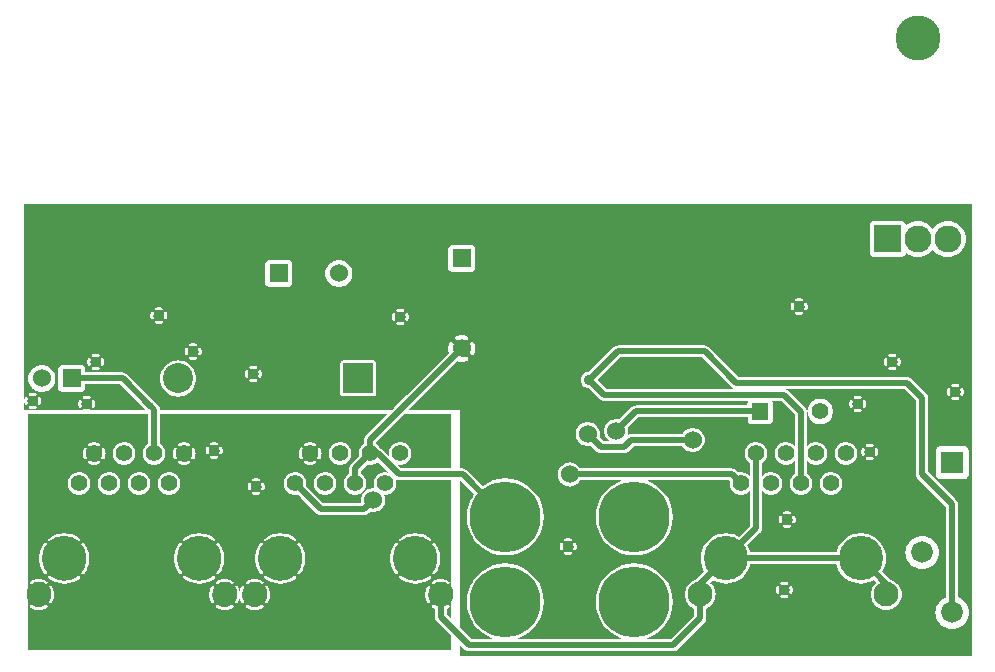
<source format=gbr>
G04 start of page 3 for group 1 idx 1 *
G04 Title: (unknown), bottom *
G04 Creator: pcb 1.99z *
G04 CreationDate: Mon Dec  7 23:03:45 2015 UTC *
G04 For: commonadmin *
G04 Format: Gerber/RS-274X *
G04 PCB-Dimensions (mil): 3220.00 2260.00 *
G04 PCB-Coordinate-Origin: lower left *
%MOIN*%
%FSLAX25Y25*%
%LNBOTTOM*%
%ADD61C,0.0500*%
%ADD60C,0.1870*%
%ADD59C,0.1300*%
%ADD58C,0.0300*%
%ADD57C,0.0591*%
%ADD56C,0.0380*%
%ADD55C,0.0630*%
%ADD54C,0.1280*%
%ADD53C,0.0354*%
%ADD52C,0.0350*%
%ADD51C,0.0360*%
%ADD50C,0.2362*%
%ADD49C,0.0720*%
%ADD48C,0.1500*%
%ADD47C,0.0900*%
%ADD46C,0.0550*%
%ADD45C,0.0600*%
%ADD44C,0.1000*%
%ADD43C,0.0827*%
%ADD42C,0.1476*%
%ADD41C,0.0551*%
%ADD40C,0.0200*%
%ADD39C,0.0001*%
G54D39*G36*
X67730Y40966D02*X67818Y40469D01*
X67875Y39824D01*
Y39176D01*
X67818Y38531D01*
X67730Y38034D01*
Y40966D01*
G37*
G36*
X94554Y41668D02*X94705Y41107D01*
X94818Y40469D01*
X94875Y39824D01*
Y39176D01*
X94818Y38531D01*
X94705Y37893D01*
X94554Y37332D01*
Y41668D01*
G37*
G36*
X139554D02*X139705Y41107D01*
X139818Y40469D01*
X139875Y39824D01*
Y39176D01*
X139818Y38531D01*
X139705Y37893D01*
X139554Y37332D01*
Y41668D01*
G37*
G36*
Y18610D02*X139606Y18566D01*
X144500Y13672D01*
Y9000D01*
X139554D01*
Y18610D01*
G37*
G36*
Y65500D02*X144500D01*
Y30337D01*
X144476Y30312D01*
X144431Y30247D01*
X144396Y30175D01*
X144373Y30099D01*
X144362Y30021D01*
X144364Y29941D01*
X144378Y29863D01*
X144404Y29788D01*
X144442Y29719D01*
X144500Y29623D01*
Y25356D01*
X144446Y25263D01*
X144407Y25194D01*
X144382Y25120D01*
X144368Y25042D01*
X144366Y24964D01*
X144377Y24886D01*
X144400Y24810D01*
X144434Y24740D01*
X144479Y24675D01*
X144500Y24653D01*
Y19328D01*
X142965Y20864D01*
Y22760D01*
X143347Y22939D01*
X143736Y23165D01*
X143799Y23212D01*
X143854Y23269D01*
X143900Y23334D01*
X143934Y23406D01*
X143957Y23482D01*
X143968Y23560D01*
X143967Y23640D01*
X143953Y23718D01*
X143927Y23793D01*
X143889Y23862D01*
X143841Y23926D01*
X143784Y23981D01*
X143719Y24026D01*
X143648Y24061D01*
X143572Y24084D01*
X143493Y24095D01*
X143414Y24093D01*
X143336Y24079D01*
X143261Y24053D01*
X143192Y24014D01*
X142965Y23879D01*
Y27492D01*
X142946Y27806D01*
X142873Y28112D01*
X142752Y28403D01*
X142588Y28671D01*
X142383Y28911D01*
X142144Y29115D01*
X141875Y29280D01*
X141585Y29400D01*
X141278Y29474D01*
X140965Y29498D01*
X140651Y29474D01*
X140345Y29400D01*
X140054Y29280D01*
X139785Y29115D01*
X139554Y28917D01*
Y31374D01*
X139716Y31433D01*
X140066Y31527D01*
X140423Y31590D01*
X140783Y31622D01*
X141146D01*
X141506Y31590D01*
X141863Y31527D01*
X142213Y31433D01*
X142553Y31309D01*
X142881Y31155D01*
X143194Y30973D01*
X143262Y30935D01*
X143337Y30909D01*
X143414Y30895D01*
X143493Y30894D01*
X143571Y30904D01*
X143646Y30927D01*
X143717Y30962D01*
X143782Y31007D01*
X143838Y31061D01*
X143886Y31124D01*
X143923Y31193D01*
X143949Y31268D01*
X143963Y31345D01*
X143964Y31424D01*
X143953Y31502D01*
X143931Y31577D01*
X143896Y31648D01*
X143851Y31712D01*
X143797Y31769D01*
X143733Y31815D01*
X143347Y32046D01*
X142939Y32237D01*
X142516Y32391D01*
X142081Y32508D01*
X141638Y32587D01*
X141190Y32626D01*
X140739D01*
X140291Y32587D01*
X139848Y32508D01*
X139554Y32429D01*
Y34958D01*
X139560Y34967D01*
X139931Y35604D01*
X140244Y36271D01*
X140497Y36962D01*
X140689Y37673D01*
X140817Y38398D01*
X140882Y39132D01*
Y39868D01*
X140817Y40602D01*
X140689Y41327D01*
X140497Y42038D01*
X140244Y42729D01*
X139931Y43396D01*
X139560Y44033D01*
X139554Y44042D01*
Y65500D01*
G37*
G36*
X136699D02*X139554D01*
Y44042D01*
X139136Y44634D01*
X139082Y44694D01*
X139020Y44744D01*
X138951Y44783D01*
X138876Y44812D01*
X138798Y44828D01*
X138718Y44832D01*
X138639Y44823D01*
X138562Y44802D01*
X138489Y44769D01*
X138422Y44726D01*
X138363Y44672D01*
X138313Y44610D01*
X138274Y44540D01*
X138245Y44466D01*
X138229Y44388D01*
X138225Y44308D01*
X138234Y44229D01*
X138255Y44152D01*
X138288Y44079D01*
X138333Y44013D01*
X138712Y43488D01*
X139038Y42928D01*
X139313Y42341D01*
X139536Y41733D01*
X139554Y41668D01*
Y37332D01*
X139536Y37267D01*
X139313Y36659D01*
X139038Y36072D01*
X138712Y35512D01*
X138338Y34983D01*
X138294Y34918D01*
X138262Y34846D01*
X138241Y34770D01*
X138232Y34692D01*
X138236Y34613D01*
X138252Y34536D01*
X138280Y34463D01*
X138319Y34394D01*
X138369Y34333D01*
X138427Y34280D01*
X138493Y34237D01*
X138564Y34205D01*
X138640Y34184D01*
X138719Y34175D01*
X138797Y34179D01*
X138874Y34195D01*
X138948Y34223D01*
X139016Y34262D01*
X139078Y34311D01*
X139129Y34371D01*
X139554Y34958D01*
Y32429D01*
X139413Y32391D01*
X138990Y32237D01*
X138583Y32046D01*
X138193Y31820D01*
X138130Y31772D01*
X138075Y31715D01*
X138029Y31650D01*
X137995Y31579D01*
X137972Y31503D01*
X137961Y31424D01*
X137962Y31345D01*
X137976Y31267D01*
X138002Y31192D01*
X138040Y31122D01*
X138088Y31059D01*
X138145Y31004D01*
X138210Y30958D01*
X138281Y30924D01*
X138357Y30901D01*
X138436Y30890D01*
X138515Y30891D01*
X138593Y30905D01*
X138668Y30931D01*
X138737Y30970D01*
X139048Y31155D01*
X139376Y31309D01*
X139554Y31374D01*
Y28917D01*
X139546Y28911D01*
X139342Y28671D01*
X139177Y28403D01*
X139057Y28112D01*
X138983Y27806D01*
X138965Y27492D01*
Y23878D01*
X138735Y24011D01*
X138667Y24049D01*
X138592Y24075D01*
X138515Y24089D01*
X138436Y24091D01*
X138358Y24080D01*
X138283Y24057D01*
X138212Y24023D01*
X138147Y23978D01*
X138091Y23923D01*
X138043Y23860D01*
X138006Y23791D01*
X137980Y23717D01*
X137966Y23639D01*
X137965Y23560D01*
X137976Y23482D01*
X137998Y23407D01*
X138033Y23336D01*
X138078Y23272D01*
X138132Y23215D01*
X138196Y23169D01*
X138583Y22939D01*
X138965Y22760D01*
Y20114D01*
X138958Y20035D01*
X138983Y19722D01*
X139039Y19489D01*
X139057Y19415D01*
X139092Y19330D01*
X139177Y19125D01*
X139342Y18856D01*
X139342Y18856D01*
X139546Y18617D01*
X139554Y18610D01*
Y9000D01*
X136699D01*
Y24643D01*
X136742Y24602D01*
X136807Y24557D01*
X136878Y24522D01*
X136954Y24499D01*
X137033Y24488D01*
X137112Y24490D01*
X137190Y24504D01*
X137265Y24530D01*
X137335Y24567D01*
X137398Y24615D01*
X137453Y24672D01*
X137498Y24738D01*
X137533Y24809D01*
X137556Y24885D01*
X137567Y24963D01*
X137565Y25043D01*
X137551Y25121D01*
X137525Y25196D01*
X137487Y25265D01*
X137302Y25576D01*
X137148Y25904D01*
X137024Y26244D01*
X136930Y26594D01*
X136866Y26950D01*
X136835Y27311D01*
Y27673D01*
X136866Y28034D01*
X136930Y28391D01*
X137024Y28740D01*
X137148Y29080D01*
X137302Y29408D01*
X137483Y29721D01*
X137522Y29790D01*
X137548Y29864D01*
X137561Y29942D01*
X137563Y30021D01*
X137552Y30099D01*
X137529Y30174D01*
X137495Y30245D01*
X137450Y30309D01*
X137396Y30366D01*
X137333Y30413D01*
X137263Y30451D01*
X137189Y30476D01*
X137112Y30490D01*
X137033Y30492D01*
X136955Y30481D01*
X136880Y30458D01*
X136809Y30424D01*
X136744Y30379D01*
X136699Y30335D01*
Y32246D01*
X137033Y32440D01*
X137634Y32864D01*
X137694Y32918D01*
X137744Y32980D01*
X137783Y33049D01*
X137812Y33124D01*
X137828Y33202D01*
X137832Y33282D01*
X137823Y33361D01*
X137802Y33438D01*
X137769Y33511D01*
X137726Y33578D01*
X137672Y33637D01*
X137610Y33687D01*
X137540Y33726D01*
X137466Y33755D01*
X137388Y33771D01*
X137308Y33775D01*
X137229Y33766D01*
X137152Y33745D01*
X137079Y33712D01*
X137013Y33667D01*
X136699Y33440D01*
Y45563D01*
X137017Y45338D01*
X137082Y45294D01*
X137154Y45262D01*
X137230Y45241D01*
X137308Y45232D01*
X137387Y45236D01*
X137464Y45252D01*
X137537Y45280D01*
X137606Y45319D01*
X137667Y45369D01*
X137720Y45427D01*
X137763Y45493D01*
X137795Y45564D01*
X137816Y45640D01*
X137825Y45719D01*
X137821Y45797D01*
X137805Y45874D01*
X137777Y45948D01*
X137738Y46016D01*
X137689Y46078D01*
X137629Y46129D01*
X137033Y46560D01*
X136699Y46754D01*
Y65500D01*
G37*
G36*
Y33440D02*X136488Y33288D01*
X135928Y32962D01*
X135341Y32687D01*
X134733Y32464D01*
X134107Y32295D01*
X133469Y32182D01*
X132824Y32125D01*
X132504D01*
Y46875D01*
X132824D01*
X133469Y46818D01*
X134107Y46705D01*
X134733Y46536D01*
X135341Y46313D01*
X135928Y46038D01*
X136488Y45712D01*
X136699Y45563D01*
Y33440D01*
G37*
G36*
Y9000D02*X132504D01*
Y31118D01*
X132868D01*
X133602Y31183D01*
X134327Y31311D01*
X135038Y31503D01*
X135729Y31756D01*
X136396Y32069D01*
X136699Y32246D01*
Y30335D01*
X136687Y30324D01*
X136641Y30261D01*
X136411Y29874D01*
X136220Y29466D01*
X136066Y29044D01*
X135949Y28609D01*
X135870Y28166D01*
X135831Y27717D01*
Y27267D01*
X135870Y26819D01*
X135949Y26375D01*
X136066Y25941D01*
X136220Y25518D01*
X136411Y25110D01*
X136637Y24721D01*
X136684Y24657D01*
X136699Y24643D01*
Y9000D01*
G37*
G36*
X132504Y65500D02*X136699D01*
Y46754D01*
X136396Y46931D01*
X135729Y47244D01*
X135038Y47497D01*
X134327Y47689D01*
X133602Y47817D01*
X132868Y47882D01*
X132504D01*
Y65500D01*
G37*
G36*
X125446Y62167D02*X125548Y62286D01*
X125857Y62790D01*
X126083Y63336D01*
X126221Y63911D01*
X126256Y64500D01*
X126221Y65089D01*
X126083Y65664D01*
X126054Y65734D01*
X126089Y65712D01*
X126380Y65592D01*
X126686Y65519D01*
X127000Y65494D01*
X127078Y65500D01*
X132504D01*
Y47882D01*
X132132D01*
X131398Y47817D01*
X130673Y47689D01*
X129962Y47497D01*
X129271Y47244D01*
X128604Y46931D01*
X127967Y46560D01*
X127366Y46136D01*
X127306Y46082D01*
X127256Y46020D01*
X127217Y45951D01*
X127188Y45876D01*
X127172Y45798D01*
X127168Y45718D01*
X127177Y45639D01*
X127198Y45562D01*
X127231Y45489D01*
X127274Y45422D01*
X127328Y45363D01*
X127390Y45313D01*
X127460Y45274D01*
X127534Y45245D01*
X127612Y45229D01*
X127692Y45225D01*
X127771Y45234D01*
X127848Y45255D01*
X127921Y45288D01*
X127987Y45333D01*
X128512Y45712D01*
X129072Y46038D01*
X129659Y46313D01*
X130267Y46536D01*
X130893Y46705D01*
X131531Y46818D01*
X132176Y46875D01*
X132504D01*
Y32125D01*
X132176D01*
X131531Y32182D01*
X130893Y32295D01*
X130267Y32464D01*
X129659Y32687D01*
X129072Y32962D01*
X128512Y33288D01*
X127983Y33662D01*
X127918Y33706D01*
X127846Y33738D01*
X127770Y33759D01*
X127692Y33768D01*
X127613Y33764D01*
X127536Y33748D01*
X127463Y33720D01*
X127394Y33681D01*
X127333Y33631D01*
X127280Y33573D01*
X127237Y33507D01*
X127205Y33436D01*
X127184Y33360D01*
X127175Y33281D01*
X127179Y33203D01*
X127195Y33126D01*
X127223Y33052D01*
X127262Y32984D01*
X127311Y32922D01*
X127371Y32871D01*
X127967Y32440D01*
X128604Y32069D01*
X129271Y31756D01*
X129962Y31503D01*
X130673Y31311D01*
X131398Y31183D01*
X132132Y31118D01*
X132504D01*
Y9000D01*
X125446D01*
Y34958D01*
X125864Y34366D01*
X125918Y34306D01*
X125980Y34256D01*
X126049Y34217D01*
X126124Y34188D01*
X126202Y34172D01*
X126282Y34168D01*
X126361Y34177D01*
X126438Y34198D01*
X126511Y34231D01*
X126578Y34274D01*
X126637Y34328D01*
X126687Y34390D01*
X126726Y34460D01*
X126755Y34534D01*
X126771Y34612D01*
X126775Y34692D01*
X126766Y34771D01*
X126745Y34848D01*
X126712Y34921D01*
X126667Y34987D01*
X126288Y35512D01*
X125962Y36072D01*
X125687Y36659D01*
X125464Y37267D01*
X125446Y37332D01*
Y41668D01*
X125464Y41733D01*
X125687Y42341D01*
X125962Y42928D01*
X126288Y43488D01*
X126662Y44017D01*
X126706Y44082D01*
X126738Y44154D01*
X126759Y44230D01*
X126768Y44308D01*
X126764Y44387D01*
X126748Y44464D01*
X126720Y44537D01*
X126681Y44606D01*
X126631Y44667D01*
X126573Y44720D01*
X126507Y44763D01*
X126436Y44795D01*
X126360Y44816D01*
X126281Y44825D01*
X126203Y44821D01*
X126126Y44805D01*
X126052Y44777D01*
X125984Y44738D01*
X125922Y44689D01*
X125871Y44629D01*
X125446Y44042D01*
Y62167D01*
G37*
G36*
Y37332D02*X125295Y37893D01*
X125182Y38531D01*
X125125Y39176D01*
Y39824D01*
X125182Y40469D01*
X125295Y41107D01*
X125446Y41668D01*
Y37332D01*
G37*
G36*
X94554Y59618D02*X99530Y54641D01*
X99581Y54581D01*
X99821Y54377D01*
X99821Y54377D01*
X100089Y54212D01*
X100380Y54092D01*
X100686Y54019D01*
X101000Y53994D01*
X101078Y54000D01*
X115422D01*
X115500Y53994D01*
X115814Y54019D01*
X116120Y54092D01*
X116411Y54212D01*
X116679Y54377D01*
X116919Y54581D01*
X116970Y54641D01*
X117464Y55135D01*
X117872Y55037D01*
X118500Y54988D01*
X119128Y55037D01*
X119740Y55184D01*
X120322Y55425D01*
X120858Y55754D01*
X121337Y56163D01*
X121746Y56642D01*
X122075Y57178D01*
X122316Y57760D01*
X122463Y58372D01*
X122500Y59000D01*
X122463Y59628D01*
X122316Y60240D01*
X122099Y60764D01*
X122500Y60733D01*
X123089Y60779D01*
X123664Y60917D01*
X124210Y61143D01*
X124714Y61452D01*
X125164Y61836D01*
X125446Y62167D01*
Y44042D01*
X125440Y44033D01*
X125069Y43396D01*
X124756Y42729D01*
X124503Y42038D01*
X124311Y41327D01*
X124183Y40602D01*
X124118Y39868D01*
Y39132D01*
X124183Y38398D01*
X124311Y37673D01*
X124503Y36962D01*
X124756Y36271D01*
X125069Y35604D01*
X125440Y34967D01*
X125446Y34958D01*
Y9000D01*
X94554D01*
Y34958D01*
X94560Y34967D01*
X94931Y35604D01*
X95244Y36271D01*
X95497Y36962D01*
X95689Y37673D01*
X95817Y38398D01*
X95882Y39132D01*
Y39868D01*
X95817Y40602D01*
X95689Y41327D01*
X95497Y42038D01*
X95244Y42729D01*
X94931Y43396D01*
X94560Y44033D01*
X94554Y44042D01*
Y59618D01*
G37*
G36*
X114626Y58000D02*X107494D01*
Y70733D01*
X107500Y70733D01*
X108089Y70779D01*
X108664Y70917D01*
X109210Y71143D01*
X109714Y71452D01*
X110164Y71836D01*
X110548Y72286D01*
X110857Y72790D01*
X111083Y73336D01*
X111221Y73911D01*
X111256Y74500D01*
X111221Y75089D01*
X111083Y75664D01*
X110857Y76210D01*
X110548Y76714D01*
X110164Y77164D01*
X109714Y77548D01*
X109210Y77857D01*
X108664Y78083D01*
X108089Y78221D01*
X107500Y78267D01*
X107494Y78267D01*
Y87500D01*
X123172D01*
X116141Y80470D01*
X116081Y80419D01*
X115877Y80179D01*
X115712Y79911D01*
X115592Y79620D01*
X115519Y79314D01*
X115494Y79000D01*
X115500Y78922D01*
Y77679D01*
X115286Y77548D01*
X114836Y77164D01*
X114452Y76714D01*
X114143Y76210D01*
X113917Y75664D01*
X113779Y75089D01*
X113733Y74500D01*
X113779Y73911D01*
X113838Y73666D01*
X111141Y70970D01*
X111081Y70919D01*
X110877Y70679D01*
X110712Y70411D01*
X110592Y70120D01*
X110519Y69814D01*
X110519Y69814D01*
X110494Y69500D01*
X110500Y69422D01*
Y67679D01*
X110286Y67548D01*
X109836Y67164D01*
X109452Y66714D01*
X109143Y66210D01*
X108917Y65664D01*
X108779Y65089D01*
X108733Y64500D01*
X108779Y63911D01*
X108917Y63336D01*
X109143Y62790D01*
X109452Y62286D01*
X109836Y61836D01*
X110286Y61452D01*
X110790Y61143D01*
X111336Y60917D01*
X111911Y60779D01*
X112500Y60733D01*
X113089Y60779D01*
X113664Y60917D01*
X114210Y61143D01*
X114714Y61452D01*
X115164Y61836D01*
X115548Y62286D01*
X115857Y62790D01*
X116083Y63336D01*
X116221Y63911D01*
X116256Y64500D01*
X116221Y65089D01*
X116083Y65664D01*
X115857Y66210D01*
X115548Y66714D01*
X115164Y67164D01*
X114714Y67548D01*
X114500Y67679D01*
Y68672D01*
X116666Y70838D01*
X116911Y70779D01*
X117500Y70733D01*
X118089Y70779D01*
X118664Y70917D01*
X119210Y71143D01*
X119714Y71452D01*
X119987Y71685D01*
X123565Y68107D01*
X123089Y68221D01*
X122500Y68267D01*
X121911Y68221D01*
X121336Y68083D01*
X120790Y67857D01*
X120286Y67548D01*
X119836Y67164D01*
X119452Y66714D01*
X119143Y66210D01*
X118917Y65664D01*
X118779Y65089D01*
X118733Y64500D01*
X118779Y63911D01*
X118917Y63336D01*
X119069Y62968D01*
X118500Y63012D01*
X117872Y62963D01*
X117260Y62816D01*
X116678Y62575D01*
X116142Y62246D01*
X115663Y61837D01*
X115254Y61358D01*
X114925Y60822D01*
X114684Y60240D01*
X114537Y59628D01*
X114488Y59000D01*
X114537Y58372D01*
X114626Y58000D01*
G37*
G36*
X107494D02*X101828D01*
X100573Y59255D01*
Y61276D01*
X100790Y61143D01*
X101336Y60917D01*
X101911Y60779D01*
X102500Y60733D01*
X103089Y60779D01*
X103664Y60917D01*
X104210Y61143D01*
X104714Y61452D01*
X105164Y61836D01*
X105548Y62286D01*
X105857Y62790D01*
X106083Y63336D01*
X106221Y63911D01*
X106256Y64500D01*
X106221Y65089D01*
X106083Y65664D01*
X105857Y66210D01*
X105548Y66714D01*
X105164Y67164D01*
X104714Y67548D01*
X104210Y67857D01*
X103664Y68083D01*
X103089Y68221D01*
X102500Y68267D01*
X101911Y68221D01*
X101336Y68083D01*
X100790Y67857D01*
X100573Y67724D01*
Y72536D01*
X100615Y72553D01*
X100683Y72594D01*
X100743Y72644D01*
X100794Y72704D01*
X100834Y72771D01*
X100988Y73096D01*
X101106Y73436D01*
X101192Y73785D01*
X101243Y74141D01*
X101260Y74500D01*
X101243Y74859D01*
X101192Y75215D01*
X101106Y75564D01*
X100988Y75904D01*
X100838Y76231D01*
X100797Y76298D01*
X100745Y76358D01*
X100684Y76409D01*
X100617Y76450D01*
X100573Y76467D01*
Y87500D01*
X107494D01*
Y78267D01*
X106911Y78221D01*
X106336Y78083D01*
X105790Y77857D01*
X105286Y77548D01*
X104836Y77164D01*
X104452Y76714D01*
X104143Y76210D01*
X103917Y75664D01*
X103779Y75089D01*
X103733Y74500D01*
X103779Y73911D01*
X103917Y73336D01*
X104143Y72790D01*
X104452Y72286D01*
X104836Y71836D01*
X105286Y71452D01*
X105790Y71143D01*
X106336Y70917D01*
X106911Y70779D01*
X107494Y70733D01*
Y58000D01*
G37*
G36*
X100573Y59255D02*X97502Y62327D01*
Y70740D01*
X97859Y70757D01*
X98215Y70808D01*
X98564Y70894D01*
X98904Y71012D01*
X99231Y71162D01*
X99298Y71203D01*
X99358Y71255D01*
X99409Y71316D01*
X99450Y71383D01*
X99480Y71457D01*
X99498Y71534D01*
X99503Y71613D01*
X99496Y71692D01*
X99477Y71769D01*
X99447Y71842D01*
X99405Y71909D01*
X99353Y71969D01*
X99292Y72020D01*
X99224Y72061D01*
X99151Y72091D01*
X99074Y72108D01*
X98995Y72114D01*
X98916Y72107D01*
X98839Y72088D01*
X98767Y72056D01*
X98529Y71943D01*
X98280Y71857D01*
X98024Y71794D01*
X97763Y71757D01*
X97502Y71744D01*
Y77256D01*
X97763Y77243D01*
X98024Y77206D01*
X98280Y77143D01*
X98529Y77057D01*
X98768Y76947D01*
X98840Y76915D01*
X98917Y76896D01*
X98995Y76889D01*
X99073Y76895D01*
X99150Y76913D01*
X99223Y76942D01*
X99290Y76983D01*
X99351Y77033D01*
X99402Y77093D01*
X99444Y77160D01*
X99474Y77232D01*
X99493Y77309D01*
X99500Y77387D01*
X99494Y77466D01*
X99477Y77542D01*
X99447Y77615D01*
X99406Y77683D01*
X99356Y77743D01*
X99296Y77794D01*
X99229Y77834D01*
X98904Y77988D01*
X98564Y78106D01*
X98215Y78192D01*
X97859Y78243D01*
X97502Y78260D01*
Y87500D01*
X100573D01*
Y76467D01*
X100543Y76480D01*
X100466Y76498D01*
X100387Y76503D01*
X100308Y76496D01*
X100231Y76477D01*
X100158Y76447D01*
X100091Y76405D01*
X100031Y76353D01*
X99980Y76292D01*
X99939Y76224D01*
X99909Y76151D01*
X99892Y76074D01*
X99886Y75995D01*
X99893Y75916D01*
X99912Y75839D01*
X99944Y75767D01*
X100057Y75529D01*
X100143Y75280D01*
X100206Y75024D01*
X100243Y74763D01*
X100256Y74500D01*
X100243Y74237D01*
X100206Y73976D01*
X100143Y73720D01*
X100057Y73471D01*
X99947Y73232D01*
X99915Y73160D01*
X99896Y73083D01*
X99889Y73005D01*
X99895Y72927D01*
X99913Y72850D01*
X99942Y72777D01*
X99983Y72710D01*
X100033Y72649D01*
X100093Y72598D01*
X100160Y72556D01*
X100232Y72526D01*
X100309Y72507D01*
X100387Y72500D01*
X100466Y72506D01*
X100542Y72523D01*
X100573Y72536D01*
Y67724D01*
X100286Y67548D01*
X99836Y67164D01*
X99452Y66714D01*
X99143Y66210D01*
X98917Y65664D01*
X98779Y65089D01*
X98733Y64500D01*
X98779Y63911D01*
X98917Y63336D01*
X99143Y62790D01*
X99452Y62286D01*
X99836Y61836D01*
X100286Y61452D01*
X100573Y61276D01*
Y59255D01*
G37*
G36*
X97502Y62327D02*X96162Y63666D01*
X96221Y63911D01*
X96256Y64500D01*
X96221Y65089D01*
X96083Y65664D01*
X95857Y66210D01*
X95548Y66714D01*
X95164Y67164D01*
X94714Y67548D01*
X94554Y67647D01*
Y72501D01*
X94613Y72497D01*
X94692Y72504D01*
X94769Y72523D01*
X94842Y72553D01*
X94909Y72595D01*
X94969Y72647D01*
X95020Y72708D01*
X95061Y72776D01*
X95091Y72849D01*
X95108Y72926D01*
X95114Y73005D01*
X95107Y73084D01*
X95088Y73161D01*
X95056Y73233D01*
X94943Y73471D01*
X94857Y73720D01*
X94794Y73976D01*
X94757Y74237D01*
X94744Y74500D01*
X94757Y74763D01*
X94794Y75024D01*
X94857Y75280D01*
X94943Y75529D01*
X95053Y75768D01*
X95085Y75840D01*
X95104Y75917D01*
X95111Y75995D01*
X95105Y76073D01*
X95087Y76150D01*
X95058Y76223D01*
X95017Y76290D01*
X94967Y76351D01*
X94907Y76402D01*
X94840Y76444D01*
X94768Y76474D01*
X94691Y76493D01*
X94613Y76500D01*
X94554Y76496D01*
Y87500D01*
X97502D01*
Y78260D01*
X97500Y78260D01*
X97141Y78243D01*
X96785Y78192D01*
X96436Y78106D01*
X96096Y77988D01*
X95769Y77838D01*
X95702Y77797D01*
X95642Y77745D01*
X95591Y77684D01*
X95550Y77617D01*
X95520Y77543D01*
X95502Y77466D01*
X95497Y77387D01*
X95504Y77308D01*
X95523Y77231D01*
X95553Y77158D01*
X95595Y77091D01*
X95647Y77031D01*
X95708Y76980D01*
X95776Y76939D01*
X95849Y76909D01*
X95926Y76892D01*
X96005Y76886D01*
X96084Y76893D01*
X96161Y76912D01*
X96233Y76944D01*
X96471Y77057D01*
X96720Y77143D01*
X96976Y77206D01*
X97237Y77243D01*
X97500Y77256D01*
X97502Y77256D01*
Y71744D01*
X97500Y71744D01*
X97237Y71757D01*
X96976Y71794D01*
X96720Y71857D01*
X96471Y71943D01*
X96232Y72053D01*
X96160Y72085D01*
X96083Y72104D01*
X96005Y72111D01*
X95927Y72105D01*
X95850Y72087D01*
X95777Y72058D01*
X95710Y72017D01*
X95649Y71967D01*
X95598Y71907D01*
X95556Y71840D01*
X95526Y71768D01*
X95507Y71691D01*
X95500Y71613D01*
X95506Y71534D01*
X95523Y71458D01*
X95553Y71385D01*
X95594Y71317D01*
X95644Y71257D01*
X95704Y71206D01*
X95771Y71166D01*
X96096Y71012D01*
X96436Y70894D01*
X96785Y70808D01*
X97141Y70757D01*
X97500Y70740D01*
X97502Y70740D01*
Y62327D01*
G37*
G36*
X94554Y67647D02*X94210Y67857D01*
X93664Y68083D01*
X93089Y68221D01*
X92500Y68267D01*
X91911Y68221D01*
X91336Y68083D01*
X90790Y67857D01*
X90286Y67548D01*
X89836Y67164D01*
X89452Y66714D01*
X89143Y66210D01*
X88917Y65664D01*
X88779Y65089D01*
X88733Y64500D01*
X88779Y63911D01*
X88917Y63336D01*
X89143Y62790D01*
X89452Y62286D01*
X89836Y61836D01*
X90286Y61452D01*
X90790Y61143D01*
X91336Y60917D01*
X91911Y60779D01*
X92500Y60733D01*
X93089Y60779D01*
X93334Y60838D01*
X94554Y59618D01*
Y44042D01*
X94136Y44634D01*
X94082Y44694D01*
X94020Y44744D01*
X93951Y44783D01*
X93876Y44812D01*
X93798Y44828D01*
X93718Y44832D01*
X93639Y44823D01*
X93562Y44802D01*
X93489Y44769D01*
X93422Y44726D01*
X93363Y44672D01*
X93313Y44610D01*
X93274Y44540D01*
X93245Y44466D01*
X93229Y44388D01*
X93225Y44308D01*
X93234Y44229D01*
X93255Y44152D01*
X93288Y44079D01*
X93333Y44013D01*
X93712Y43488D01*
X94038Y42928D01*
X94313Y42341D01*
X94536Y41733D01*
X94554Y41668D01*
Y37332D01*
X94536Y37267D01*
X94313Y36659D01*
X94038Y36072D01*
X93712Y35512D01*
X93338Y34983D01*
X93294Y34918D01*
X93262Y34846D01*
X93241Y34770D01*
X93232Y34692D01*
X93236Y34613D01*
X93252Y34536D01*
X93280Y34463D01*
X93319Y34394D01*
X93369Y34333D01*
X93427Y34280D01*
X93493Y34237D01*
X93564Y34205D01*
X93640Y34184D01*
X93719Y34175D01*
X93797Y34179D01*
X93874Y34195D01*
X93948Y34223D01*
X94016Y34262D01*
X94078Y34311D01*
X94129Y34371D01*
X94554Y34958D01*
Y9000D01*
X87504D01*
Y31118D01*
X87868D01*
X88602Y31183D01*
X89327Y31311D01*
X90038Y31503D01*
X90729Y31756D01*
X91396Y32069D01*
X92033Y32440D01*
X92634Y32864D01*
X92694Y32918D01*
X92744Y32980D01*
X92783Y33049D01*
X92812Y33124D01*
X92828Y33202D01*
X92832Y33282D01*
X92823Y33361D01*
X92802Y33438D01*
X92769Y33511D01*
X92726Y33578D01*
X92672Y33637D01*
X92610Y33687D01*
X92540Y33726D01*
X92466Y33755D01*
X92388Y33771D01*
X92308Y33775D01*
X92229Y33766D01*
X92152Y33745D01*
X92079Y33712D01*
X92013Y33667D01*
X91488Y33288D01*
X90928Y32962D01*
X90341Y32687D01*
X89733Y32464D01*
X89107Y32295D01*
X88469Y32182D01*
X87824Y32125D01*
X87504D01*
Y46875D01*
X87824D01*
X88469Y46818D01*
X89107Y46705D01*
X89733Y46536D01*
X90341Y46313D01*
X90928Y46038D01*
X91488Y45712D01*
X92017Y45338D01*
X92082Y45294D01*
X92154Y45262D01*
X92230Y45241D01*
X92308Y45232D01*
X92387Y45236D01*
X92464Y45252D01*
X92537Y45280D01*
X92606Y45319D01*
X92667Y45369D01*
X92720Y45427D01*
X92763Y45493D01*
X92795Y45564D01*
X92816Y45640D01*
X92825Y45719D01*
X92821Y45797D01*
X92805Y45874D01*
X92777Y45948D01*
X92738Y46016D01*
X92689Y46078D01*
X92629Y46129D01*
X92033Y46560D01*
X91396Y46931D01*
X90729Y47244D01*
X90038Y47497D01*
X89327Y47689D01*
X88602Y47817D01*
X87868Y47882D01*
X87504D01*
Y87500D01*
X94554D01*
Y76496D01*
X94534Y76494D01*
X94458Y76477D01*
X94385Y76447D01*
X94317Y76406D01*
X94257Y76356D01*
X94206Y76296D01*
X94166Y76229D01*
X94012Y75904D01*
X93894Y75564D01*
X93808Y75215D01*
X93757Y74859D01*
X93740Y74500D01*
X93757Y74141D01*
X93808Y73785D01*
X93894Y73436D01*
X94012Y73096D01*
X94162Y72769D01*
X94203Y72702D01*
X94255Y72642D01*
X94316Y72591D01*
X94383Y72550D01*
X94457Y72520D01*
X94534Y72502D01*
X94554Y72501D01*
Y67647D01*
G37*
G36*
X83222Y45503D02*X83512Y45712D01*
X84072Y46038D01*
X84659Y46313D01*
X85267Y46536D01*
X85893Y46705D01*
X86531Y46818D01*
X87176Y46875D01*
X87504D01*
Y32125D01*
X87176D01*
X86531Y32182D01*
X85893Y32295D01*
X85267Y32464D01*
X84659Y32687D01*
X84072Y32962D01*
X83512Y33288D01*
X83222Y33492D01*
Y45503D01*
G37*
G36*
Y87500D02*X87504D01*
Y47882D01*
X87132D01*
X86398Y47817D01*
X85673Y47689D01*
X84962Y47497D01*
X84271Y47244D01*
X83604Y46931D01*
X83222Y46709D01*
Y87500D01*
G37*
G36*
X87504Y9000D02*X83222D01*
Y24649D01*
X83234Y24660D01*
X83280Y24723D01*
X83510Y25110D01*
X83701Y25518D01*
X83856Y25941D01*
X83973Y26375D01*
X84051Y26819D01*
X84091Y27267D01*
Y27717D01*
X84051Y28166D01*
X83973Y28609D01*
X83856Y29044D01*
X83701Y29466D01*
X83510Y29874D01*
X83284Y30263D01*
X83237Y30327D01*
X83222Y30341D01*
Y32291D01*
X83604Y32069D01*
X84271Y31756D01*
X84962Y31503D01*
X85673Y31311D01*
X86398Y31183D01*
X87132Y31118D01*
X87504D01*
Y9000D01*
G37*
G36*
X83222D02*X81730D01*
Y23166D01*
X81792Y23212D01*
X81847Y23269D01*
X81892Y23334D01*
X81926Y23406D01*
X81949Y23482D01*
X81960Y23560D01*
X81959Y23640D01*
X81945Y23718D01*
X81919Y23793D01*
X81881Y23862D01*
X81834Y23926D01*
X81776Y23981D01*
X81730Y24013D01*
Y30976D01*
X81774Y31007D01*
X81831Y31061D01*
X81878Y31124D01*
X81915Y31193D01*
X81941Y31268D01*
X81955Y31345D01*
X81956Y31424D01*
X81946Y31502D01*
X81923Y31577D01*
X81888Y31648D01*
X81843Y31712D01*
X81789Y31769D01*
X81730Y31812D01*
Y34469D01*
X81755Y34534D01*
X81771Y34612D01*
X81775Y34692D01*
X81766Y34771D01*
X81745Y34848D01*
X81730Y34882D01*
Y44135D01*
X81738Y44154D01*
X81759Y44230D01*
X81768Y44308D01*
X81764Y44387D01*
X81748Y44464D01*
X81730Y44511D01*
Y62214D01*
X81798Y62228D01*
X81871Y62255D01*
X81940Y62294D01*
X82002Y62343D01*
X82055Y62401D01*
X82098Y62466D01*
X82130Y62538D01*
X82206Y62771D01*
X82260Y63011D01*
X82292Y63255D01*
X82303Y63500D01*
X82292Y63745D01*
X82260Y63989D01*
X82206Y64229D01*
X82132Y64463D01*
X82100Y64535D01*
X82056Y64600D01*
X82003Y64659D01*
X81941Y64708D01*
X81872Y64746D01*
X81798Y64774D01*
X81730Y64788D01*
Y87500D01*
X83222D01*
Y46709D01*
X82967Y46560D01*
X82366Y46136D01*
X82306Y46082D01*
X82256Y46020D01*
X82217Y45951D01*
X82188Y45876D01*
X82172Y45798D01*
X82168Y45718D01*
X82177Y45639D01*
X82198Y45562D01*
X82231Y45489D01*
X82274Y45422D01*
X82328Y45363D01*
X82390Y45313D01*
X82460Y45274D01*
X82534Y45245D01*
X82612Y45229D01*
X82692Y45225D01*
X82771Y45234D01*
X82848Y45255D01*
X82921Y45288D01*
X82987Y45333D01*
X83222Y45503D01*
Y33492D01*
X82983Y33662D01*
X82918Y33706D01*
X82846Y33738D01*
X82770Y33759D01*
X82692Y33768D01*
X82613Y33764D01*
X82536Y33748D01*
X82463Y33720D01*
X82394Y33681D01*
X82333Y33631D01*
X82280Y33573D01*
X82237Y33507D01*
X82205Y33436D01*
X82184Y33360D01*
X82175Y33281D01*
X82179Y33203D01*
X82195Y33126D01*
X82223Y33052D01*
X82262Y32984D01*
X82311Y32922D01*
X82371Y32871D01*
X82967Y32440D01*
X83222Y32291D01*
Y30341D01*
X83180Y30382D01*
X83114Y30427D01*
X83043Y30462D01*
X82967Y30485D01*
X82889Y30496D01*
X82809Y30494D01*
X82731Y30480D01*
X82656Y30454D01*
X82586Y30417D01*
X82523Y30369D01*
X82468Y30312D01*
X82423Y30247D01*
X82388Y30175D01*
X82365Y30099D01*
X82354Y30021D01*
X82356Y29941D01*
X82370Y29863D01*
X82396Y29788D01*
X82435Y29719D01*
X82620Y29408D01*
X82773Y29080D01*
X82898Y28740D01*
X82992Y28391D01*
X83055Y28034D01*
X83087Y27673D01*
Y27311D01*
X83055Y26950D01*
X82992Y26594D01*
X82898Y26244D01*
X82773Y25904D01*
X82620Y25576D01*
X82438Y25263D01*
X82399Y25194D01*
X82374Y25120D01*
X82360Y25042D01*
X82358Y24964D01*
X82369Y24886D01*
X82392Y24810D01*
X82426Y24740D01*
X82471Y24675D01*
X82526Y24618D01*
X82588Y24571D01*
X82658Y24534D01*
X82732Y24508D01*
X82810Y24494D01*
X82888Y24492D01*
X82966Y24503D01*
X83042Y24526D01*
X83112Y24560D01*
X83177Y24605D01*
X83222Y24649D01*
Y9000D01*
G37*
G36*
X81730Y44511D02*X81720Y44537D01*
X81681Y44606D01*
X81631Y44667D01*
X81573Y44720D01*
X81507Y44763D01*
X81436Y44795D01*
X81360Y44816D01*
X81281Y44825D01*
X81203Y44821D01*
X81126Y44805D01*
X81052Y44777D01*
X80984Y44738D01*
X80922Y44689D01*
X80871Y44629D01*
X80440Y44033D01*
X80069Y43396D01*
X79756Y42729D01*
X79503Y42038D01*
X79501Y42030D01*
Y60697D01*
X79745Y60708D01*
X79989Y60740D01*
X80229Y60794D01*
X80463Y60868D01*
X80535Y60900D01*
X80600Y60944D01*
X80659Y60997D01*
X80708Y61059D01*
X80746Y61128D01*
X80774Y61202D01*
X80790Y61279D01*
X80793Y61358D01*
X80784Y61437D01*
X80763Y61513D01*
X80730Y61585D01*
X80686Y61650D01*
X80633Y61709D01*
X80571Y61758D01*
X80502Y61796D01*
X80428Y61824D01*
X80351Y61840D01*
X80272Y61843D01*
X80193Y61834D01*
X80118Y61811D01*
X79968Y61762D01*
X79814Y61728D01*
X79658Y61707D01*
X79501Y61700D01*
Y65300D01*
X79658Y65293D01*
X79814Y65272D01*
X79968Y65238D01*
X80118Y65190D01*
X80194Y65168D01*
X80272Y65159D01*
X80350Y65162D01*
X80427Y65178D01*
X80501Y65205D01*
X80570Y65244D01*
X80631Y65293D01*
X80685Y65351D01*
X80728Y65416D01*
X80761Y65488D01*
X80782Y65564D01*
X80791Y65642D01*
X80788Y65720D01*
X80772Y65798D01*
X80745Y65871D01*
X80706Y65940D01*
X80657Y66002D01*
X80599Y66055D01*
X80534Y66098D01*
X80462Y66130D01*
X80229Y66206D01*
X79989Y66260D01*
X79745Y66292D01*
X79501Y66303D01*
Y87500D01*
X81730D01*
Y64788D01*
X81721Y64790D01*
X81642Y64793D01*
X81563Y64784D01*
X81487Y64763D01*
X81415Y64730D01*
X81350Y64686D01*
X81291Y64633D01*
X81242Y64571D01*
X81204Y64502D01*
X81176Y64428D01*
X81160Y64351D01*
X81157Y64272D01*
X81166Y64193D01*
X81189Y64118D01*
X81238Y63968D01*
X81272Y63814D01*
X81293Y63658D01*
X81300Y63500D01*
X81293Y63342D01*
X81272Y63186D01*
X81238Y63032D01*
X81190Y62882D01*
X81168Y62806D01*
X81159Y62728D01*
X81162Y62650D01*
X81178Y62573D01*
X81205Y62499D01*
X81244Y62430D01*
X81293Y62369D01*
X81351Y62315D01*
X81416Y62272D01*
X81488Y62239D01*
X81564Y62218D01*
X81642Y62209D01*
X81720Y62212D01*
X81730Y62214D01*
Y44511D01*
G37*
G36*
Y34882D02*X81712Y34921D01*
X81667Y34987D01*
X81288Y35512D01*
X80962Y36072D01*
X80687Y36659D01*
X80464Y37267D01*
X80295Y37893D01*
X80182Y38531D01*
X80125Y39176D01*
Y39824D01*
X80182Y40469D01*
X80295Y41107D01*
X80464Y41733D01*
X80687Y42341D01*
X80962Y42928D01*
X81288Y43488D01*
X81662Y44017D01*
X81706Y44082D01*
X81730Y44135D01*
Y34882D01*
G37*
G36*
Y31812D02*X81725Y31815D01*
X81339Y32046D01*
X80931Y32237D01*
X80508Y32391D01*
X80073Y32508D01*
X79630Y32587D01*
X79501Y32598D01*
Y36970D01*
X79503Y36962D01*
X79756Y36271D01*
X80069Y35604D01*
X80440Y34967D01*
X80864Y34366D01*
X80918Y34306D01*
X80980Y34256D01*
X81049Y34217D01*
X81124Y34188D01*
X81202Y34172D01*
X81282Y34168D01*
X81361Y34177D01*
X81438Y34198D01*
X81511Y34231D01*
X81578Y34274D01*
X81637Y34328D01*
X81687Y34390D01*
X81726Y34460D01*
X81730Y34469D01*
Y31812D01*
G37*
G36*
Y24013D02*X81711Y24026D01*
X81640Y24061D01*
X81564Y24084D01*
X81485Y24095D01*
X81406Y24093D01*
X81328Y24079D01*
X81253Y24053D01*
X81184Y24014D01*
X80873Y23829D01*
X80545Y23676D01*
X80205Y23551D01*
X79855Y23457D01*
X79501Y23394D01*
Y31590D01*
X79855Y31527D01*
X80205Y31433D01*
X80545Y31309D01*
X80873Y31155D01*
X81186Y30973D01*
X81255Y30935D01*
X81329Y30909D01*
X81406Y30895D01*
X81485Y30894D01*
X81563Y30904D01*
X81638Y30927D01*
X81709Y30962D01*
X81730Y30976D01*
Y24013D01*
G37*
G36*
Y9000D02*X79501D01*
Y22386D01*
X79630Y22398D01*
X80073Y22476D01*
X80508Y22593D01*
X80931Y22748D01*
X81339Y22939D01*
X81728Y23165D01*
X81730Y23166D01*
Y9000D01*
G37*
G36*
X77270Y31263D02*X77368Y31309D01*
X77709Y31433D01*
X78058Y31527D01*
X78415Y31590D01*
X78776Y31622D01*
X79138D01*
X79499Y31590D01*
X79501Y31590D01*
Y23394D01*
X79499Y23394D01*
X79138Y23362D01*
X78776D01*
X78415Y23394D01*
X78058Y23457D01*
X77709Y23551D01*
X77368Y23676D01*
X77270Y23722D01*
Y31263D01*
G37*
G36*
Y87500D02*X79501D01*
Y66303D01*
X79500Y66303D01*
X79255Y66292D01*
X79011Y66260D01*
X78771Y66206D01*
X78537Y66132D01*
X78465Y66100D01*
X78400Y66056D01*
X78341Y66003D01*
X78292Y65941D01*
X78254Y65872D01*
X78226Y65798D01*
X78210Y65721D01*
X78207Y65642D01*
X78216Y65563D01*
X78237Y65487D01*
X78270Y65415D01*
X78314Y65350D01*
X78367Y65291D01*
X78429Y65242D01*
X78498Y65204D01*
X78572Y65176D01*
X78649Y65160D01*
X78728Y65157D01*
X78807Y65166D01*
X78882Y65189D01*
X79032Y65238D01*
X79186Y65272D01*
X79342Y65293D01*
X79500Y65300D01*
X79501Y65300D01*
Y61700D01*
X79500Y61700D01*
X79342Y61707D01*
X79186Y61728D01*
X79032Y61762D01*
X78882Y61810D01*
X78806Y61832D01*
X78728Y61841D01*
X78650Y61838D01*
X78573Y61822D01*
X78499Y61795D01*
X78430Y61756D01*
X78369Y61707D01*
X78315Y61649D01*
X78272Y61584D01*
X78239Y61512D01*
X78218Y61436D01*
X78209Y61358D01*
X78212Y61280D01*
X78228Y61202D01*
X78255Y61129D01*
X78294Y61060D01*
X78343Y60998D01*
X78401Y60945D01*
X78466Y60902D01*
X78538Y60870D01*
X78771Y60794D01*
X79011Y60740D01*
X79255Y60708D01*
X79500Y60697D01*
X79501Y60697D01*
Y42030D01*
X79311Y41327D01*
X79183Y40602D01*
X79118Y39868D01*
Y39132D01*
X79183Y38398D01*
X79311Y37673D01*
X79501Y36970D01*
Y32598D01*
X79182Y32626D01*
X78732D01*
X78283Y32587D01*
X77840Y32508D01*
X77405Y32391D01*
X77270Y32342D01*
Y62212D01*
X77279Y62210D01*
X77358Y62207D01*
X77437Y62216D01*
X77513Y62237D01*
X77585Y62270D01*
X77650Y62314D01*
X77709Y62367D01*
X77758Y62429D01*
X77796Y62498D01*
X77824Y62572D01*
X77840Y62649D01*
X77843Y62728D01*
X77834Y62807D01*
X77811Y62882D01*
X77762Y63032D01*
X77728Y63186D01*
X77707Y63342D01*
X77700Y63500D01*
X77707Y63658D01*
X77728Y63814D01*
X77762Y63968D01*
X77810Y64118D01*
X77832Y64194D01*
X77841Y64272D01*
X77838Y64350D01*
X77822Y64427D01*
X77795Y64501D01*
X77756Y64570D01*
X77707Y64631D01*
X77649Y64685D01*
X77584Y64728D01*
X77512Y64761D01*
X77436Y64782D01*
X77358Y64791D01*
X77280Y64788D01*
X77270Y64786D01*
Y87500D01*
G37*
G36*
X79501Y9000D02*X77270D01*
Y22643D01*
X77405Y22593D01*
X77840Y22476D01*
X78283Y22398D01*
X78732Y22358D01*
X79182D01*
X79501Y22386D01*
Y9000D01*
G37*
G36*
X77270D02*X73961D01*
Y26301D01*
X74058Y25941D01*
X74212Y25518D01*
X74403Y25110D01*
X74629Y24721D01*
X74677Y24657D01*
X74734Y24602D01*
X74799Y24557D01*
X74870Y24522D01*
X74946Y24499D01*
X75025Y24488D01*
X75104Y24490D01*
X75182Y24504D01*
X75257Y24530D01*
X75327Y24567D01*
X75390Y24615D01*
X75445Y24672D01*
X75491Y24738D01*
X75525Y24809D01*
X75548Y24885D01*
X75559Y24963D01*
X75558Y25043D01*
X75544Y25121D01*
X75518Y25196D01*
X75479Y25265D01*
X75294Y25576D01*
X75140Y25904D01*
X75016Y26244D01*
X74922Y26594D01*
X74858Y26950D01*
X74827Y27311D01*
Y27673D01*
X74858Y28034D01*
X74922Y28391D01*
X75016Y28740D01*
X75140Y29080D01*
X75294Y29408D01*
X75475Y29721D01*
X75514Y29790D01*
X75540Y29864D01*
X75554Y29942D01*
X75555Y30021D01*
X75544Y30099D01*
X75522Y30174D01*
X75487Y30245D01*
X75442Y30309D01*
X75388Y30366D01*
X75325Y30413D01*
X75256Y30451D01*
X75181Y30476D01*
X75104Y30490D01*
X75025Y30492D01*
X74947Y30481D01*
X74872Y30458D01*
X74801Y30424D01*
X74736Y30379D01*
X74680Y30324D01*
X74633Y30261D01*
X74403Y29874D01*
X74212Y29466D01*
X74058Y29044D01*
X73961Y28683D01*
Y87500D01*
X77270D01*
Y64786D01*
X77202Y64772D01*
X77129Y64745D01*
X77060Y64706D01*
X76998Y64657D01*
X76945Y64599D01*
X76902Y64534D01*
X76870Y64462D01*
X76794Y64229D01*
X76740Y63989D01*
X76708Y63745D01*
X76697Y63500D01*
X76708Y63255D01*
X76740Y63011D01*
X76794Y62771D01*
X76868Y62537D01*
X76900Y62465D01*
X76944Y62400D01*
X76997Y62341D01*
X77059Y62292D01*
X77128Y62254D01*
X77202Y62226D01*
X77270Y62212D01*
Y32342D01*
X76982Y32237D01*
X76575Y32046D01*
X76185Y31820D01*
X76122Y31772D01*
X76067Y31715D01*
X76022Y31650D01*
X75987Y31579D01*
X75964Y31503D01*
X75953Y31424D01*
X75955Y31345D01*
X75969Y31267D01*
X75995Y31192D01*
X76032Y31122D01*
X76080Y31059D01*
X76137Y31004D01*
X76202Y30958D01*
X76274Y30924D01*
X76349Y30901D01*
X76428Y30890D01*
X76507Y30891D01*
X76585Y30905D01*
X76660Y30931D01*
X76729Y30970D01*
X77041Y31155D01*
X77270Y31263D01*
Y23722D01*
X77041Y23829D01*
X76727Y24011D01*
X76659Y24049D01*
X76584Y24075D01*
X76507Y24089D01*
X76428Y24091D01*
X76350Y24080D01*
X76275Y24057D01*
X76204Y24023D01*
X76140Y23978D01*
X76083Y23923D01*
X76035Y23860D01*
X75998Y23791D01*
X75972Y23717D01*
X75959Y23639D01*
X75957Y23560D01*
X75968Y23482D01*
X75991Y23407D01*
X76025Y23336D01*
X76070Y23272D01*
X76124Y23215D01*
X76188Y23169D01*
X76575Y22939D01*
X76982Y22748D01*
X77270Y22643D01*
Y9000D01*
G37*
G36*
X73961D02*X67730D01*
Y22508D01*
X67848Y22476D01*
X68291Y22398D01*
X68739Y22358D01*
X69190D01*
X69638Y22398D01*
X70081Y22476D01*
X70516Y22593D01*
X70939Y22748D01*
X71347Y22939D01*
X71736Y23165D01*
X71799Y23212D01*
X71854Y23269D01*
X71900Y23334D01*
X71934Y23406D01*
X71957Y23482D01*
X71968Y23560D01*
X71967Y23640D01*
X71953Y23718D01*
X71927Y23793D01*
X71889Y23862D01*
X71841Y23926D01*
X71784Y23981D01*
X71719Y24026D01*
X71648Y24061D01*
X71572Y24084D01*
X71493Y24095D01*
X71414Y24093D01*
X71336Y24079D01*
X71261Y24053D01*
X71192Y24014D01*
X70881Y23829D01*
X70553Y23676D01*
X70213Y23551D01*
X69863Y23457D01*
X69506Y23394D01*
X69146Y23362D01*
X68783D01*
X68423Y23394D01*
X68066Y23457D01*
X67730Y23548D01*
Y31437D01*
X68066Y31527D01*
X68423Y31590D01*
X68783Y31622D01*
X69146D01*
X69506Y31590D01*
X69863Y31527D01*
X70213Y31433D01*
X70553Y31309D01*
X70881Y31155D01*
X71194Y30973D01*
X71262Y30935D01*
X71337Y30909D01*
X71414Y30895D01*
X71493Y30894D01*
X71571Y30904D01*
X71646Y30927D01*
X71717Y30962D01*
X71782Y31007D01*
X71838Y31061D01*
X71886Y31124D01*
X71923Y31193D01*
X71949Y31268D01*
X71963Y31345D01*
X71964Y31424D01*
X71953Y31502D01*
X71931Y31577D01*
X71896Y31648D01*
X71851Y31712D01*
X71797Y31769D01*
X71733Y31815D01*
X71347Y32046D01*
X70939Y32237D01*
X70516Y32391D01*
X70081Y32508D01*
X69638Y32587D01*
X69190Y32626D01*
X68739D01*
X68291Y32587D01*
X67848Y32508D01*
X67730Y32476D01*
Y35259D01*
X67931Y35604D01*
X68244Y36271D01*
X68497Y36962D01*
X68689Y37673D01*
X68817Y38398D01*
X68882Y39132D01*
Y39868D01*
X68817Y40602D01*
X68689Y41327D01*
X68497Y42038D01*
X68244Y42729D01*
X67931Y43396D01*
X67730Y43741D01*
Y74214D01*
X67798Y74228D01*
X67871Y74255D01*
X67940Y74294D01*
X68002Y74343D01*
X68055Y74401D01*
X68098Y74466D01*
X68130Y74538D01*
X68206Y74771D01*
X68260Y75011D01*
X68292Y75255D01*
X68303Y75500D01*
X68292Y75745D01*
X68260Y75989D01*
X68206Y76229D01*
X68132Y76463D01*
X68100Y76535D01*
X68056Y76600D01*
X68003Y76659D01*
X67941Y76708D01*
X67872Y76746D01*
X67798Y76774D01*
X67730Y76788D01*
Y87500D01*
X73961D01*
Y28683D01*
X73864Y29044D01*
X73709Y29466D01*
X73518Y29874D01*
X73292Y30263D01*
X73245Y30327D01*
X73187Y30382D01*
X73122Y30427D01*
X73051Y30462D01*
X72975Y30485D01*
X72896Y30496D01*
X72817Y30494D01*
X72739Y30480D01*
X72664Y30454D01*
X72594Y30417D01*
X72531Y30369D01*
X72476Y30312D01*
X72431Y30247D01*
X72396Y30175D01*
X72373Y30099D01*
X72362Y30021D01*
X72364Y29941D01*
X72378Y29863D01*
X72404Y29788D01*
X72442Y29719D01*
X72628Y29408D01*
X72781Y29080D01*
X72906Y28740D01*
X73000Y28391D01*
X73063Y28034D01*
X73094Y27673D01*
Y27311D01*
X73063Y26950D01*
X73000Y26594D01*
X72906Y26244D01*
X72781Y25904D01*
X72628Y25576D01*
X72446Y25263D01*
X72407Y25194D01*
X72382Y25120D01*
X72368Y25042D01*
X72366Y24964D01*
X72377Y24886D01*
X72400Y24810D01*
X72434Y24740D01*
X72479Y24675D01*
X72534Y24618D01*
X72596Y24571D01*
X72666Y24534D01*
X72740Y24508D01*
X72818Y24494D01*
X72896Y24492D01*
X72974Y24503D01*
X73050Y24526D01*
X73120Y24560D01*
X73185Y24605D01*
X73242Y24660D01*
X73288Y24723D01*
X73518Y25110D01*
X73709Y25518D01*
X73864Y25941D01*
X73961Y26301D01*
X73961Y26301D01*
Y9000D01*
G37*
G36*
X67730D02*X65501D01*
Y24743D01*
X65533Y24809D01*
X65556Y24885D01*
X65567Y24963D01*
X65565Y25043D01*
X65551Y25121D01*
X65525Y25196D01*
X65501Y25240D01*
Y29753D01*
X65522Y29790D01*
X65548Y29864D01*
X65561Y29942D01*
X65563Y30021D01*
X65552Y30099D01*
X65529Y30174D01*
X65501Y30233D01*
Y32770D01*
X65634Y32864D01*
X65694Y32918D01*
X65744Y32980D01*
X65783Y33049D01*
X65812Y33124D01*
X65828Y33202D01*
X65832Y33282D01*
X65823Y33361D01*
X65802Y33438D01*
X65769Y33511D01*
X65726Y33578D01*
X65672Y33637D01*
X65610Y33687D01*
X65540Y33726D01*
X65501Y33741D01*
Y45266D01*
X65537Y45280D01*
X65606Y45319D01*
X65667Y45369D01*
X65720Y45427D01*
X65763Y45493D01*
X65795Y45564D01*
X65816Y45640D01*
X65825Y45719D01*
X65821Y45797D01*
X65805Y45874D01*
X65777Y45948D01*
X65738Y46016D01*
X65689Y46078D01*
X65629Y46129D01*
X65501Y46222D01*
Y72697D01*
X65745Y72708D01*
X65989Y72740D01*
X66229Y72794D01*
X66463Y72868D01*
X66535Y72900D01*
X66600Y72944D01*
X66659Y72997D01*
X66708Y73059D01*
X66746Y73128D01*
X66774Y73202D01*
X66790Y73279D01*
X66793Y73358D01*
X66784Y73437D01*
X66763Y73513D01*
X66730Y73585D01*
X66686Y73650D01*
X66633Y73709D01*
X66571Y73758D01*
X66502Y73796D01*
X66428Y73824D01*
X66351Y73840D01*
X66272Y73843D01*
X66193Y73834D01*
X66118Y73811D01*
X65968Y73762D01*
X65814Y73728D01*
X65658Y73707D01*
X65501Y73700D01*
Y77300D01*
X65658Y77293D01*
X65814Y77272D01*
X65968Y77238D01*
X66118Y77190D01*
X66194Y77168D01*
X66272Y77159D01*
X66350Y77162D01*
X66427Y77178D01*
X66501Y77205D01*
X66570Y77244D01*
X66631Y77293D01*
X66685Y77351D01*
X66728Y77416D01*
X66761Y77488D01*
X66782Y77564D01*
X66791Y77642D01*
X66788Y77720D01*
X66772Y77798D01*
X66745Y77871D01*
X66706Y77940D01*
X66657Y78002D01*
X66599Y78055D01*
X66534Y78098D01*
X66462Y78130D01*
X66229Y78206D01*
X65989Y78260D01*
X65745Y78292D01*
X65501Y78303D01*
Y87500D01*
X67730D01*
Y76788D01*
X67721Y76790D01*
X67642Y76793D01*
X67563Y76784D01*
X67487Y76763D01*
X67415Y76730D01*
X67350Y76686D01*
X67291Y76633D01*
X67242Y76571D01*
X67204Y76502D01*
X67176Y76428D01*
X67160Y76351D01*
X67157Y76272D01*
X67166Y76193D01*
X67189Y76118D01*
X67238Y75968D01*
X67272Y75814D01*
X67293Y75658D01*
X67300Y75500D01*
X67293Y75342D01*
X67272Y75186D01*
X67238Y75032D01*
X67190Y74882D01*
X67168Y74806D01*
X67159Y74728D01*
X67162Y74650D01*
X67178Y74573D01*
X67205Y74499D01*
X67244Y74430D01*
X67293Y74369D01*
X67351Y74315D01*
X67416Y74272D01*
X67488Y74239D01*
X67564Y74218D01*
X67642Y74209D01*
X67720Y74212D01*
X67730Y74214D01*
Y43741D01*
X67560Y44033D01*
X67136Y44634D01*
X67082Y44694D01*
X67020Y44744D01*
X66951Y44783D01*
X66876Y44812D01*
X66798Y44828D01*
X66718Y44832D01*
X66639Y44823D01*
X66562Y44802D01*
X66489Y44769D01*
X66422Y44726D01*
X66363Y44672D01*
X66313Y44610D01*
X66274Y44540D01*
X66245Y44466D01*
X66229Y44388D01*
X66225Y44308D01*
X66234Y44229D01*
X66255Y44152D01*
X66288Y44079D01*
X66333Y44013D01*
X66712Y43488D01*
X67038Y42928D01*
X67313Y42341D01*
X67536Y41733D01*
X67705Y41107D01*
X67730Y40966D01*
Y38034D01*
X67705Y37893D01*
X67536Y37267D01*
X67313Y36659D01*
X67038Y36072D01*
X66712Y35512D01*
X66338Y34983D01*
X66294Y34918D01*
X66262Y34846D01*
X66241Y34770D01*
X66232Y34692D01*
X66236Y34613D01*
X66252Y34536D01*
X66280Y34463D01*
X66319Y34394D01*
X66369Y34333D01*
X66427Y34280D01*
X66493Y34237D01*
X66564Y34205D01*
X66640Y34184D01*
X66719Y34175D01*
X66797Y34179D01*
X66874Y34195D01*
X66948Y34223D01*
X67016Y34262D01*
X67078Y34311D01*
X67129Y34371D01*
X67560Y34967D01*
X67730Y35259D01*
Y32476D01*
X67413Y32391D01*
X66990Y32237D01*
X66583Y32046D01*
X66193Y31820D01*
X66130Y31772D01*
X66075Y31715D01*
X66029Y31650D01*
X65995Y31579D01*
X65972Y31503D01*
X65961Y31424D01*
X65962Y31345D01*
X65976Y31267D01*
X66002Y31192D01*
X66040Y31122D01*
X66088Y31059D01*
X66145Y31004D01*
X66210Y30958D01*
X66281Y30924D01*
X66357Y30901D01*
X66436Y30890D01*
X66515Y30891D01*
X66593Y30905D01*
X66668Y30931D01*
X66737Y30970D01*
X67048Y31155D01*
X67376Y31309D01*
X67716Y31433D01*
X67730Y31437D01*
Y23548D01*
X67716Y23551D01*
X67376Y23676D01*
X67048Y23829D01*
X66735Y24011D01*
X66667Y24049D01*
X66592Y24075D01*
X66515Y24089D01*
X66436Y24091D01*
X66358Y24080D01*
X66283Y24057D01*
X66212Y24023D01*
X66147Y23978D01*
X66091Y23923D01*
X66043Y23860D01*
X66006Y23791D01*
X65980Y23717D01*
X65966Y23639D01*
X65965Y23560D01*
X65976Y23482D01*
X65998Y23407D01*
X66033Y23336D01*
X66078Y23272D01*
X66132Y23215D01*
X66196Y23169D01*
X66583Y22939D01*
X66990Y22748D01*
X67413Y22593D01*
X67730Y22508D01*
Y9000D01*
G37*
G36*
X65483Y29721D02*X65501Y29753D01*
Y25240D01*
X65487Y25265D01*
X65302Y25576D01*
X65148Y25904D01*
X65024Y26244D01*
X64930Y26594D01*
X64866Y26950D01*
X64835Y27311D01*
Y27673D01*
X64866Y28034D01*
X64930Y28391D01*
X65024Y28740D01*
X65148Y29080D01*
X65302Y29408D01*
X65483Y29721D01*
G37*
G36*
X63270Y46339D02*X63341Y46313D01*
X63928Y46038D01*
X64488Y45712D01*
X65017Y45338D01*
X65082Y45294D01*
X65154Y45262D01*
X65230Y45241D01*
X65308Y45232D01*
X65387Y45236D01*
X65464Y45252D01*
X65501Y45266D01*
Y33741D01*
X65466Y33755D01*
X65388Y33771D01*
X65308Y33775D01*
X65229Y33766D01*
X65152Y33745D01*
X65079Y33712D01*
X65013Y33667D01*
X64488Y33288D01*
X63928Y32962D01*
X63341Y32687D01*
X63270Y32661D01*
Y46339D01*
G37*
G36*
Y87500D02*X65501D01*
Y78303D01*
X65500Y78303D01*
X65255Y78292D01*
X65011Y78260D01*
X64771Y78206D01*
X64537Y78132D01*
X64465Y78100D01*
X64400Y78056D01*
X64341Y78003D01*
X64292Y77941D01*
X64254Y77872D01*
X64226Y77798D01*
X64210Y77721D01*
X64207Y77642D01*
X64216Y77563D01*
X64237Y77487D01*
X64270Y77415D01*
X64314Y77350D01*
X64367Y77291D01*
X64429Y77242D01*
X64498Y77204D01*
X64572Y77176D01*
X64649Y77160D01*
X64728Y77157D01*
X64807Y77166D01*
X64882Y77189D01*
X65032Y77238D01*
X65186Y77272D01*
X65342Y77293D01*
X65500Y77300D01*
X65501Y77300D01*
Y73700D01*
X65500Y73700D01*
X65342Y73707D01*
X65186Y73728D01*
X65032Y73762D01*
X64882Y73810D01*
X64806Y73832D01*
X64728Y73841D01*
X64650Y73838D01*
X64573Y73822D01*
X64499Y73795D01*
X64430Y73756D01*
X64369Y73707D01*
X64315Y73649D01*
X64272Y73584D01*
X64239Y73512D01*
X64218Y73436D01*
X64209Y73358D01*
X64212Y73280D01*
X64228Y73202D01*
X64255Y73129D01*
X64294Y73060D01*
X64343Y72998D01*
X64401Y72945D01*
X64466Y72902D01*
X64538Y72870D01*
X64771Y72794D01*
X65011Y72740D01*
X65255Y72708D01*
X65500Y72697D01*
X65501Y72697D01*
Y46222D01*
X65033Y46560D01*
X64396Y46931D01*
X63729Y47244D01*
X63270Y47412D01*
Y74212D01*
X63279Y74210D01*
X63358Y74207D01*
X63437Y74216D01*
X63513Y74237D01*
X63585Y74270D01*
X63650Y74314D01*
X63709Y74367D01*
X63758Y74429D01*
X63796Y74498D01*
X63824Y74572D01*
X63840Y74649D01*
X63843Y74728D01*
X63834Y74807D01*
X63811Y74882D01*
X63762Y75032D01*
X63728Y75186D01*
X63707Y75342D01*
X63700Y75500D01*
X63707Y75658D01*
X63728Y75814D01*
X63762Y75968D01*
X63810Y76118D01*
X63832Y76194D01*
X63841Y76272D01*
X63838Y76350D01*
X63822Y76427D01*
X63795Y76501D01*
X63756Y76570D01*
X63707Y76631D01*
X63649Y76685D01*
X63584Y76728D01*
X63512Y76761D01*
X63436Y76782D01*
X63358Y76791D01*
X63280Y76788D01*
X63270Y76786D01*
Y87500D01*
G37*
G36*
X65501Y9000D02*X63270D01*
Y31588D01*
X63729Y31756D01*
X64396Y32069D01*
X65033Y32440D01*
X65501Y32770D01*
Y30233D01*
X65495Y30245D01*
X65450Y30309D01*
X65396Y30366D01*
X65333Y30413D01*
X65263Y30451D01*
X65189Y30476D01*
X65112Y30490D01*
X65033Y30492D01*
X64955Y30481D01*
X64880Y30458D01*
X64809Y30424D01*
X64744Y30379D01*
X64687Y30324D01*
X64641Y30261D01*
X64411Y29874D01*
X64220Y29466D01*
X64066Y29044D01*
X63949Y28609D01*
X63870Y28166D01*
X63831Y27717D01*
Y27267D01*
X63870Y26819D01*
X63949Y26375D01*
X64066Y25941D01*
X64220Y25518D01*
X64411Y25110D01*
X64637Y24721D01*
X64684Y24657D01*
X64742Y24602D01*
X64807Y24557D01*
X64878Y24522D01*
X64954Y24499D01*
X65033Y24488D01*
X65112Y24490D01*
X65190Y24504D01*
X65265Y24530D01*
X65335Y24567D01*
X65398Y24615D01*
X65453Y24672D01*
X65498Y24738D01*
X65501Y24743D01*
Y9000D01*
G37*
G36*
X55502Y45258D02*X55534Y45245D01*
X55612Y45229D01*
X55692Y45225D01*
X55771Y45234D01*
X55848Y45255D01*
X55921Y45288D01*
X55987Y45333D01*
X56512Y45712D01*
X57072Y46038D01*
X57659Y46313D01*
X58267Y46536D01*
X58893Y46705D01*
X59531Y46818D01*
X60176Y46875D01*
X60824D01*
X61469Y46818D01*
X62107Y46705D01*
X62733Y46536D01*
X63270Y46339D01*
Y32661D01*
X62733Y32464D01*
X62107Y32295D01*
X61469Y32182D01*
X60824Y32125D01*
X60176D01*
X59531Y32182D01*
X58893Y32295D01*
X58267Y32464D01*
X57659Y32687D01*
X57072Y32962D01*
X56512Y33288D01*
X55983Y33662D01*
X55918Y33706D01*
X55846Y33738D01*
X55770Y33759D01*
X55692Y33768D01*
X55613Y33764D01*
X55536Y33748D01*
X55502Y33735D01*
Y45258D01*
G37*
G36*
X58573Y87500D02*X63270D01*
Y76786D01*
X63202Y76772D01*
X63129Y76745D01*
X63060Y76706D01*
X62998Y76657D01*
X62945Y76599D01*
X62902Y76534D01*
X62870Y76462D01*
X62794Y76229D01*
X62740Y75989D01*
X62708Y75745D01*
X62697Y75500D01*
X62708Y75255D01*
X62740Y75011D01*
X62794Y74771D01*
X62868Y74537D01*
X62900Y74465D01*
X62944Y74400D01*
X62997Y74341D01*
X63059Y74292D01*
X63128Y74254D01*
X63202Y74226D01*
X63270Y74212D01*
Y47412D01*
X63038Y47497D01*
X62327Y47689D01*
X61602Y47817D01*
X60868Y47882D01*
X60132D01*
X59398Y47817D01*
X58673Y47689D01*
X58573Y47662D01*
Y72536D01*
X58615Y72553D01*
X58683Y72594D01*
X58743Y72644D01*
X58794Y72704D01*
X58834Y72771D01*
X58988Y73096D01*
X59106Y73436D01*
X59192Y73785D01*
X59243Y74141D01*
X59260Y74500D01*
X59243Y74859D01*
X59192Y75215D01*
X59106Y75564D01*
X58988Y75904D01*
X58838Y76231D01*
X58797Y76298D01*
X58745Y76358D01*
X58684Y76409D01*
X58617Y76450D01*
X58573Y76467D01*
Y87500D01*
G37*
G36*
X55502D02*X58573D01*
Y76467D01*
X58543Y76480D01*
X58466Y76498D01*
X58387Y76503D01*
X58308Y76496D01*
X58231Y76477D01*
X58158Y76447D01*
X58091Y76405D01*
X58031Y76353D01*
X57980Y76292D01*
X57939Y76224D01*
X57909Y76151D01*
X57892Y76074D01*
X57886Y75995D01*
X57893Y75916D01*
X57912Y75839D01*
X57944Y75767D01*
X58057Y75529D01*
X58143Y75280D01*
X58206Y75024D01*
X58243Y74763D01*
X58256Y74500D01*
X58243Y74237D01*
X58206Y73976D01*
X58143Y73720D01*
X58057Y73471D01*
X57947Y73232D01*
X57915Y73160D01*
X57896Y73083D01*
X57889Y73005D01*
X57895Y72927D01*
X57913Y72850D01*
X57942Y72777D01*
X57983Y72710D01*
X58033Y72649D01*
X58093Y72598D01*
X58160Y72556D01*
X58232Y72526D01*
X58309Y72507D01*
X58387Y72500D01*
X58466Y72506D01*
X58542Y72523D01*
X58573Y72536D01*
Y47662D01*
X57962Y47497D01*
X57271Y47244D01*
X56604Y46931D01*
X55967Y46560D01*
X55502Y46231D01*
Y70740D01*
X55859Y70757D01*
X56215Y70808D01*
X56564Y70894D01*
X56904Y71012D01*
X57231Y71162D01*
X57298Y71203D01*
X57358Y71255D01*
X57409Y71316D01*
X57450Y71383D01*
X57480Y71457D01*
X57498Y71534D01*
X57503Y71613D01*
X57496Y71692D01*
X57477Y71769D01*
X57447Y71842D01*
X57405Y71909D01*
X57353Y71969D01*
X57292Y72020D01*
X57224Y72061D01*
X57151Y72091D01*
X57074Y72108D01*
X56995Y72114D01*
X56916Y72107D01*
X56839Y72088D01*
X56767Y72056D01*
X56529Y71943D01*
X56280Y71857D01*
X56024Y71794D01*
X55763Y71757D01*
X55502Y71744D01*
Y77256D01*
X55763Y77243D01*
X56024Y77206D01*
X56280Y77143D01*
X56529Y77057D01*
X56768Y76947D01*
X56840Y76915D01*
X56917Y76896D01*
X56995Y76889D01*
X57073Y76895D01*
X57150Y76913D01*
X57223Y76942D01*
X57290Y76983D01*
X57351Y77033D01*
X57402Y77093D01*
X57444Y77160D01*
X57474Y77232D01*
X57493Y77309D01*
X57500Y77387D01*
X57494Y77466D01*
X57477Y77542D01*
X57447Y77615D01*
X57406Y77683D01*
X57356Y77743D01*
X57296Y77794D01*
X57229Y77834D01*
X56904Y77988D01*
X56564Y78106D01*
X56215Y78192D01*
X55859Y78243D01*
X55502Y78260D01*
Y87500D01*
G37*
G36*
X63270Y9000D02*X55502D01*
Y32776D01*
X55967Y32440D01*
X56604Y32069D01*
X57271Y31756D01*
X57962Y31503D01*
X58673Y31311D01*
X59398Y31183D01*
X60132Y31118D01*
X60868D01*
X61602Y31183D01*
X62327Y31311D01*
X63038Y31503D01*
X63270Y31588D01*
Y9000D01*
G37*
G36*
X55502D02*X52427D01*
Y37244D01*
X52503Y36962D01*
X52756Y36271D01*
X53069Y35604D01*
X53440Y34967D01*
X53864Y34366D01*
X53918Y34306D01*
X53980Y34256D01*
X54049Y34217D01*
X54124Y34188D01*
X54202Y34172D01*
X54282Y34168D01*
X54361Y34177D01*
X54438Y34198D01*
X54511Y34231D01*
X54578Y34274D01*
X54637Y34328D01*
X54687Y34390D01*
X54726Y34460D01*
X54755Y34534D01*
X54771Y34612D01*
X54775Y34692D01*
X54766Y34771D01*
X54745Y34848D01*
X54712Y34921D01*
X54667Y34987D01*
X54288Y35512D01*
X53962Y36072D01*
X53687Y36659D01*
X53464Y37267D01*
X53295Y37893D01*
X53182Y38531D01*
X53125Y39176D01*
Y39824D01*
X53182Y40469D01*
X53295Y41107D01*
X53464Y41733D01*
X53687Y42341D01*
X53962Y42928D01*
X54288Y43488D01*
X54662Y44017D01*
X54706Y44082D01*
X54738Y44154D01*
X54759Y44230D01*
X54768Y44308D01*
X54764Y44387D01*
X54748Y44464D01*
X54720Y44537D01*
X54681Y44606D01*
X54631Y44667D01*
X54573Y44720D01*
X54507Y44763D01*
X54436Y44795D01*
X54360Y44816D01*
X54281Y44825D01*
X54203Y44821D01*
X54126Y44805D01*
X54052Y44777D01*
X53984Y44738D01*
X53922Y44689D01*
X53871Y44629D01*
X53440Y44033D01*
X53069Y43396D01*
X52756Y42729D01*
X52503Y42038D01*
X52427Y41756D01*
Y61276D01*
X52714Y61452D01*
X53164Y61836D01*
X53548Y62286D01*
X53857Y62790D01*
X54083Y63336D01*
X54221Y63911D01*
X54256Y64500D01*
X54221Y65089D01*
X54083Y65664D01*
X53857Y66210D01*
X53548Y66714D01*
X53164Y67164D01*
X52714Y67548D01*
X52427Y67724D01*
Y72533D01*
X52457Y72520D01*
X52534Y72502D01*
X52613Y72497D01*
X52692Y72504D01*
X52769Y72523D01*
X52842Y72553D01*
X52909Y72595D01*
X52969Y72647D01*
X53020Y72708D01*
X53061Y72776D01*
X53091Y72849D01*
X53108Y72926D01*
X53114Y73005D01*
X53107Y73084D01*
X53088Y73161D01*
X53056Y73233D01*
X52943Y73471D01*
X52857Y73720D01*
X52794Y73976D01*
X52757Y74237D01*
X52744Y74500D01*
X52757Y74763D01*
X52794Y75024D01*
X52857Y75280D01*
X52943Y75529D01*
X53053Y75768D01*
X53085Y75840D01*
X53104Y75917D01*
X53111Y75995D01*
X53105Y76073D01*
X53087Y76150D01*
X53058Y76223D01*
X53017Y76290D01*
X52967Y76351D01*
X52907Y76402D01*
X52840Y76444D01*
X52768Y76474D01*
X52691Y76493D01*
X52613Y76500D01*
X52534Y76494D01*
X52458Y76477D01*
X52427Y76464D01*
Y87500D01*
X55502D01*
Y78260D01*
X55500Y78260D01*
X55141Y78243D01*
X54785Y78192D01*
X54436Y78106D01*
X54096Y77988D01*
X53769Y77838D01*
X53702Y77797D01*
X53642Y77745D01*
X53591Y77684D01*
X53550Y77617D01*
X53520Y77543D01*
X53502Y77466D01*
X53497Y77387D01*
X53504Y77308D01*
X53523Y77231D01*
X53553Y77158D01*
X53595Y77091D01*
X53647Y77031D01*
X53708Y76980D01*
X53776Y76939D01*
X53849Y76909D01*
X53926Y76892D01*
X54005Y76886D01*
X54084Y76893D01*
X54161Y76912D01*
X54233Y76944D01*
X54471Y77057D01*
X54720Y77143D01*
X54976Y77206D01*
X55237Y77243D01*
X55500Y77256D01*
X55502Y77256D01*
Y71744D01*
X55500Y71744D01*
X55237Y71757D01*
X54976Y71794D01*
X54720Y71857D01*
X54471Y71943D01*
X54232Y72053D01*
X54160Y72085D01*
X54083Y72104D01*
X54005Y72111D01*
X53927Y72105D01*
X53850Y72087D01*
X53777Y72058D01*
X53710Y72017D01*
X53649Y71967D01*
X53598Y71907D01*
X53556Y71840D01*
X53526Y71768D01*
X53507Y71691D01*
X53500Y71613D01*
X53506Y71534D01*
X53523Y71458D01*
X53553Y71385D01*
X53594Y71317D01*
X53644Y71257D01*
X53704Y71206D01*
X53771Y71166D01*
X54096Y71012D01*
X54436Y70894D01*
X54785Y70808D01*
X55141Y70757D01*
X55500Y70740D01*
X55502Y70740D01*
Y46231D01*
X55366Y46136D01*
X55306Y46082D01*
X55256Y46020D01*
X55217Y45951D01*
X55188Y45876D01*
X55172Y45798D01*
X55168Y45718D01*
X55177Y45639D01*
X55198Y45562D01*
X55231Y45489D01*
X55274Y45422D01*
X55328Y45363D01*
X55390Y45313D01*
X55460Y45274D01*
X55502Y45258D01*
Y33735D01*
X55463Y33720D01*
X55394Y33681D01*
X55333Y33631D01*
X55280Y33573D01*
X55237Y33507D01*
X55205Y33436D01*
X55184Y33360D01*
X55175Y33281D01*
X55179Y33203D01*
X55195Y33126D01*
X55223Y33052D01*
X55262Y32984D01*
X55311Y32922D01*
X55371Y32871D01*
X55502Y32776D01*
Y9000D01*
G37*
G36*
X52427D02*X40494D01*
Y60733D01*
X40500Y60733D01*
X41089Y60779D01*
X41664Y60917D01*
X42210Y61143D01*
X42714Y61452D01*
X43164Y61836D01*
X43548Y62286D01*
X43857Y62790D01*
X44083Y63336D01*
X44221Y63911D01*
X44256Y64500D01*
X44221Y65089D01*
X44083Y65664D01*
X43857Y66210D01*
X43548Y66714D01*
X43164Y67164D01*
X42714Y67548D01*
X42210Y67857D01*
X41664Y68083D01*
X41089Y68221D01*
X40500Y68267D01*
X40494Y68267D01*
Y87500D01*
X43500D01*
Y77679D01*
X43286Y77548D01*
X42836Y77164D01*
X42452Y76714D01*
X42143Y76210D01*
X41917Y75664D01*
X41779Y75089D01*
X41733Y74500D01*
X41779Y73911D01*
X41917Y73336D01*
X42143Y72790D01*
X42452Y72286D01*
X42836Y71836D01*
X43286Y71452D01*
X43790Y71143D01*
X44336Y70917D01*
X44911Y70779D01*
X45500Y70733D01*
X46089Y70779D01*
X46664Y70917D01*
X47210Y71143D01*
X47714Y71452D01*
X48164Y71836D01*
X48548Y72286D01*
X48857Y72790D01*
X49083Y73336D01*
X49221Y73911D01*
X49256Y74500D01*
X49221Y75089D01*
X49083Y75664D01*
X48857Y76210D01*
X48548Y76714D01*
X48164Y77164D01*
X47714Y77548D01*
X47500Y77679D01*
Y87500D01*
X52427D01*
Y76464D01*
X52385Y76447D01*
X52317Y76406D01*
X52257Y76356D01*
X52206Y76296D01*
X52166Y76229D01*
X52012Y75904D01*
X51894Y75564D01*
X51808Y75215D01*
X51757Y74859D01*
X51740Y74500D01*
X51757Y74141D01*
X51808Y73785D01*
X51894Y73436D01*
X52012Y73096D01*
X52162Y72769D01*
X52203Y72702D01*
X52255Y72642D01*
X52316Y72591D01*
X52383Y72550D01*
X52427Y72533D01*
Y67724D01*
X52210Y67857D01*
X51664Y68083D01*
X51089Y68221D01*
X50500Y68267D01*
X49911Y68221D01*
X49336Y68083D01*
X48790Y67857D01*
X48286Y67548D01*
X47836Y67164D01*
X47452Y66714D01*
X47143Y66210D01*
X46917Y65664D01*
X46779Y65089D01*
X46733Y64500D01*
X46779Y63911D01*
X46917Y63336D01*
X47143Y62790D01*
X47452Y62286D01*
X47836Y61836D01*
X48286Y61452D01*
X48790Y61143D01*
X49336Y60917D01*
X49911Y60779D01*
X50500Y60733D01*
X51089Y60779D01*
X51664Y60917D01*
X52210Y61143D01*
X52427Y61276D01*
Y41756D01*
X52311Y41327D01*
X52183Y40602D01*
X52118Y39868D01*
Y39132D01*
X52183Y38398D01*
X52311Y37673D01*
X52427Y37244D01*
Y9000D01*
G37*
G36*
X40494D02*X35494D01*
Y70733D01*
X35500Y70733D01*
X36089Y70779D01*
X36664Y70917D01*
X37210Y71143D01*
X37714Y71452D01*
X38164Y71836D01*
X38548Y72286D01*
X38857Y72790D01*
X39083Y73336D01*
X39221Y73911D01*
X39256Y74500D01*
X39221Y75089D01*
X39083Y75664D01*
X38857Y76210D01*
X38548Y76714D01*
X38164Y77164D01*
X37714Y77548D01*
X37210Y77857D01*
X36664Y78083D01*
X36089Y78221D01*
X35500Y78267D01*
X35494Y78267D01*
Y87500D01*
X40494D01*
Y68267D01*
X39911Y68221D01*
X39336Y68083D01*
X38790Y67857D01*
X38286Y67548D01*
X37836Y67164D01*
X37452Y66714D01*
X37143Y66210D01*
X36917Y65664D01*
X36779Y65089D01*
X36733Y64500D01*
X36779Y63911D01*
X36917Y63336D01*
X37143Y62790D01*
X37452Y62286D01*
X37836Y61836D01*
X38286Y61452D01*
X38790Y61143D01*
X39336Y60917D01*
X39911Y60779D01*
X40494Y60733D01*
Y9000D01*
G37*
G36*
X35494D02*X28573D01*
Y61276D01*
X28790Y61143D01*
X29336Y60917D01*
X29911Y60779D01*
X30500Y60733D01*
X31089Y60779D01*
X31664Y60917D01*
X32210Y61143D01*
X32714Y61452D01*
X33164Y61836D01*
X33548Y62286D01*
X33857Y62790D01*
X34083Y63336D01*
X34221Y63911D01*
X34256Y64500D01*
X34221Y65089D01*
X34083Y65664D01*
X33857Y66210D01*
X33548Y66714D01*
X33164Y67164D01*
X32714Y67548D01*
X32210Y67857D01*
X31664Y68083D01*
X31089Y68221D01*
X30500Y68267D01*
X29911Y68221D01*
X29336Y68083D01*
X28790Y67857D01*
X28573Y67724D01*
Y72536D01*
X28615Y72553D01*
X28683Y72594D01*
X28743Y72644D01*
X28794Y72704D01*
X28834Y72771D01*
X28988Y73096D01*
X29106Y73436D01*
X29192Y73785D01*
X29243Y74141D01*
X29260Y74500D01*
X29243Y74859D01*
X29192Y75215D01*
X29106Y75564D01*
X28988Y75904D01*
X28838Y76231D01*
X28797Y76298D01*
X28745Y76358D01*
X28684Y76409D01*
X28617Y76450D01*
X28573Y76467D01*
Y87500D01*
X35494D01*
Y78267D01*
X34911Y78221D01*
X34336Y78083D01*
X33790Y77857D01*
X33286Y77548D01*
X32836Y77164D01*
X32452Y76714D01*
X32143Y76210D01*
X31917Y75664D01*
X31779Y75089D01*
X31733Y74500D01*
X31779Y73911D01*
X31917Y73336D01*
X32143Y72790D01*
X32452Y72286D01*
X32836Y71836D01*
X33286Y71452D01*
X33790Y71143D01*
X34336Y70917D01*
X34911Y70779D01*
X35494Y70733D01*
Y9000D01*
G37*
G36*
X28573D02*X25502D01*
Y70740D01*
X25859Y70757D01*
X26215Y70808D01*
X26564Y70894D01*
X26904Y71012D01*
X27231Y71162D01*
X27298Y71203D01*
X27358Y71255D01*
X27409Y71316D01*
X27450Y71383D01*
X27480Y71457D01*
X27498Y71534D01*
X27503Y71613D01*
X27496Y71692D01*
X27477Y71769D01*
X27447Y71842D01*
X27405Y71909D01*
X27353Y71969D01*
X27292Y72020D01*
X27224Y72061D01*
X27151Y72091D01*
X27074Y72108D01*
X26995Y72114D01*
X26916Y72107D01*
X26839Y72088D01*
X26767Y72056D01*
X26529Y71943D01*
X26280Y71857D01*
X26024Y71794D01*
X25763Y71757D01*
X25502Y71744D01*
Y77256D01*
X25763Y77243D01*
X26024Y77206D01*
X26280Y77143D01*
X26529Y77057D01*
X26768Y76947D01*
X26840Y76915D01*
X26917Y76896D01*
X26995Y76889D01*
X27073Y76895D01*
X27150Y76913D01*
X27223Y76942D01*
X27290Y76983D01*
X27351Y77033D01*
X27402Y77093D01*
X27444Y77160D01*
X27474Y77232D01*
X27493Y77309D01*
X27500Y77387D01*
X27494Y77466D01*
X27477Y77542D01*
X27447Y77615D01*
X27406Y77683D01*
X27356Y77743D01*
X27296Y77794D01*
X27229Y77834D01*
X26904Y77988D01*
X26564Y78106D01*
X26215Y78192D01*
X25859Y78243D01*
X25502Y78260D01*
Y87500D01*
X28573D01*
Y76467D01*
X28543Y76480D01*
X28466Y76498D01*
X28387Y76503D01*
X28308Y76496D01*
X28231Y76477D01*
X28158Y76447D01*
X28091Y76405D01*
X28031Y76353D01*
X27980Y76292D01*
X27939Y76224D01*
X27909Y76151D01*
X27892Y76074D01*
X27886Y75995D01*
X27893Y75916D01*
X27912Y75839D01*
X27944Y75767D01*
X28057Y75529D01*
X28143Y75280D01*
X28206Y75024D01*
X28243Y74763D01*
X28256Y74500D01*
X28243Y74237D01*
X28206Y73976D01*
X28143Y73720D01*
X28057Y73471D01*
X27947Y73232D01*
X27915Y73160D01*
X27896Y73083D01*
X27889Y73005D01*
X27895Y72927D01*
X27913Y72850D01*
X27942Y72777D01*
X27983Y72710D01*
X28033Y72649D01*
X28093Y72598D01*
X28160Y72556D01*
X28232Y72526D01*
X28309Y72507D01*
X28387Y72500D01*
X28466Y72506D01*
X28542Y72523D01*
X28573Y72536D01*
Y67724D01*
X28286Y67548D01*
X27836Y67164D01*
X27452Y66714D01*
X27143Y66210D01*
X26917Y65664D01*
X26779Y65089D01*
X26733Y64500D01*
X26779Y63911D01*
X26917Y63336D01*
X27143Y62790D01*
X27452Y62286D01*
X27836Y61836D01*
X28286Y61452D01*
X28573Y61276D01*
Y9000D01*
G37*
G36*
X22427Y42031D02*X22536Y41733D01*
X22705Y41107D01*
X22818Y40469D01*
X22875Y39824D01*
Y39176D01*
X22818Y38531D01*
X22705Y37893D01*
X22536Y37267D01*
X22427Y36969D01*
Y42031D01*
G37*
G36*
X25502Y9000D02*X22427D01*
Y34783D01*
X22560Y34967D01*
X22931Y35604D01*
X23244Y36271D01*
X23497Y36962D01*
X23689Y37673D01*
X23817Y38398D01*
X23882Y39132D01*
Y39868D01*
X23817Y40602D01*
X23689Y41327D01*
X23497Y42038D01*
X23244Y42729D01*
X22931Y43396D01*
X22560Y44033D01*
X22427Y44221D01*
Y61276D01*
X22714Y61452D01*
X23164Y61836D01*
X23548Y62286D01*
X23857Y62790D01*
X24083Y63336D01*
X24221Y63911D01*
X24256Y64500D01*
X24221Y65089D01*
X24083Y65664D01*
X23857Y66210D01*
X23548Y66714D01*
X23164Y67164D01*
X22714Y67548D01*
X22427Y67724D01*
Y72533D01*
X22457Y72520D01*
X22534Y72502D01*
X22613Y72497D01*
X22692Y72504D01*
X22769Y72523D01*
X22842Y72553D01*
X22909Y72595D01*
X22969Y72647D01*
X23020Y72708D01*
X23061Y72776D01*
X23091Y72849D01*
X23108Y72926D01*
X23114Y73005D01*
X23107Y73084D01*
X23088Y73161D01*
X23056Y73233D01*
X22943Y73471D01*
X22857Y73720D01*
X22794Y73976D01*
X22757Y74237D01*
X22744Y74500D01*
X22757Y74763D01*
X22794Y75024D01*
X22857Y75280D01*
X22943Y75529D01*
X23053Y75768D01*
X23085Y75840D01*
X23104Y75917D01*
X23111Y75995D01*
X23105Y76073D01*
X23087Y76150D01*
X23058Y76223D01*
X23017Y76290D01*
X22967Y76351D01*
X22907Y76402D01*
X22840Y76444D01*
X22768Y76474D01*
X22691Y76493D01*
X22613Y76500D01*
X22534Y76494D01*
X22458Y76477D01*
X22427Y76464D01*
Y87500D01*
X25502D01*
Y78260D01*
X25500Y78260D01*
X25141Y78243D01*
X24785Y78192D01*
X24436Y78106D01*
X24096Y77988D01*
X23769Y77838D01*
X23702Y77797D01*
X23642Y77745D01*
X23591Y77684D01*
X23550Y77617D01*
X23520Y77543D01*
X23502Y77466D01*
X23497Y77387D01*
X23504Y77308D01*
X23523Y77231D01*
X23553Y77158D01*
X23595Y77091D01*
X23647Y77031D01*
X23708Y76980D01*
X23776Y76939D01*
X23849Y76909D01*
X23926Y76892D01*
X24005Y76886D01*
X24084Y76893D01*
X24161Y76912D01*
X24233Y76944D01*
X24471Y77057D01*
X24720Y77143D01*
X24976Y77206D01*
X25237Y77243D01*
X25500Y77256D01*
X25502Y77256D01*
Y71744D01*
X25500Y71744D01*
X25237Y71757D01*
X24976Y71794D01*
X24720Y71857D01*
X24471Y71943D01*
X24232Y72053D01*
X24160Y72085D01*
X24083Y72104D01*
X24005Y72111D01*
X23927Y72105D01*
X23850Y72087D01*
X23777Y72058D01*
X23710Y72017D01*
X23649Y71967D01*
X23598Y71907D01*
X23556Y71840D01*
X23526Y71768D01*
X23507Y71691D01*
X23500Y71613D01*
X23506Y71534D01*
X23523Y71458D01*
X23553Y71385D01*
X23594Y71317D01*
X23644Y71257D01*
X23704Y71206D01*
X23771Y71166D01*
X24096Y71012D01*
X24436Y70894D01*
X24785Y70808D01*
X25141Y70757D01*
X25500Y70740D01*
X25502Y70740D01*
Y9000D01*
G37*
G36*
X22427D02*X15504D01*
Y31118D01*
X15868D01*
X16602Y31183D01*
X17327Y31311D01*
X18038Y31503D01*
X18729Y31756D01*
X19396Y32069D01*
X20033Y32440D01*
X20634Y32864D01*
X20694Y32918D01*
X20744Y32980D01*
X20783Y33049D01*
X20812Y33124D01*
X20828Y33202D01*
X20832Y33282D01*
X20823Y33361D01*
X20802Y33438D01*
X20769Y33511D01*
X20726Y33578D01*
X20672Y33637D01*
X20610Y33687D01*
X20540Y33726D01*
X20466Y33755D01*
X20388Y33771D01*
X20308Y33775D01*
X20229Y33766D01*
X20152Y33745D01*
X20079Y33712D01*
X20013Y33667D01*
X19488Y33288D01*
X18928Y32962D01*
X18341Y32687D01*
X17733Y32464D01*
X17107Y32295D01*
X16469Y32182D01*
X15824Y32125D01*
X15504D01*
Y46875D01*
X15824D01*
X16469Y46818D01*
X17107Y46705D01*
X17733Y46536D01*
X18341Y46313D01*
X18928Y46038D01*
X19488Y45712D01*
X20017Y45338D01*
X20082Y45294D01*
X20154Y45262D01*
X20230Y45241D01*
X20308Y45232D01*
X20387Y45236D01*
X20464Y45252D01*
X20537Y45280D01*
X20606Y45319D01*
X20667Y45369D01*
X20720Y45427D01*
X20763Y45493D01*
X20795Y45564D01*
X20816Y45640D01*
X20825Y45719D01*
X20821Y45797D01*
X20805Y45874D01*
X20777Y45948D01*
X20738Y46016D01*
X20689Y46078D01*
X20629Y46129D01*
X20033Y46560D01*
X19396Y46931D01*
X18729Y47244D01*
X18038Y47497D01*
X17327Y47689D01*
X16602Y47817D01*
X15868Y47882D01*
X15504D01*
Y87500D01*
X22427D01*
Y76464D01*
X22385Y76447D01*
X22317Y76406D01*
X22257Y76356D01*
X22206Y76296D01*
X22166Y76229D01*
X22012Y75904D01*
X21894Y75564D01*
X21808Y75215D01*
X21757Y74859D01*
X21740Y74500D01*
X21757Y74141D01*
X21808Y73785D01*
X21894Y73436D01*
X22012Y73096D01*
X22162Y72769D01*
X22203Y72702D01*
X22255Y72642D01*
X22316Y72591D01*
X22383Y72550D01*
X22427Y72533D01*
Y67724D01*
X22210Y67857D01*
X21664Y68083D01*
X21089Y68221D01*
X20500Y68267D01*
X19911Y68221D01*
X19336Y68083D01*
X18790Y67857D01*
X18286Y67548D01*
X17836Y67164D01*
X17452Y66714D01*
X17143Y66210D01*
X16917Y65664D01*
X16779Y65089D01*
X16733Y64500D01*
X16779Y63911D01*
X16917Y63336D01*
X17143Y62790D01*
X17452Y62286D01*
X17836Y61836D01*
X18286Y61452D01*
X18790Y61143D01*
X19336Y60917D01*
X19911Y60779D01*
X20500Y60733D01*
X21089Y60779D01*
X21664Y60917D01*
X22210Y61143D01*
X22427Y61276D01*
Y44221D01*
X22136Y44634D01*
X22082Y44694D01*
X22020Y44744D01*
X21951Y44783D01*
X21876Y44812D01*
X21798Y44828D01*
X21718Y44832D01*
X21639Y44823D01*
X21562Y44802D01*
X21489Y44769D01*
X21422Y44726D01*
X21363Y44672D01*
X21313Y44610D01*
X21274Y44540D01*
X21245Y44466D01*
X21229Y44388D01*
X21225Y44308D01*
X21234Y44229D01*
X21255Y44152D01*
X21288Y44079D01*
X21333Y44013D01*
X21712Y43488D01*
X22038Y42928D01*
X22313Y42341D01*
X22427Y42031D01*
Y36969D01*
X22313Y36659D01*
X22038Y36072D01*
X21712Y35512D01*
X21338Y34983D01*
X21294Y34918D01*
X21262Y34846D01*
X21241Y34770D01*
X21232Y34692D01*
X21236Y34613D01*
X21252Y34536D01*
X21280Y34463D01*
X21319Y34394D01*
X21369Y34333D01*
X21427Y34280D01*
X21493Y34237D01*
X21564Y34205D01*
X21640Y34184D01*
X21719Y34175D01*
X21797Y34179D01*
X21874Y34195D01*
X21948Y34223D01*
X22016Y34262D01*
X22078Y34311D01*
X22129Y34371D01*
X22427Y34783D01*
Y9000D01*
G37*
G36*
X11222Y45503D02*X11512Y45712D01*
X12072Y46038D01*
X12659Y46313D01*
X13267Y46536D01*
X13893Y46705D01*
X14531Y46818D01*
X15176Y46875D01*
X15504D01*
Y32125D01*
X15176D01*
X14531Y32182D01*
X13893Y32295D01*
X13267Y32464D01*
X12659Y32687D01*
X12072Y32962D01*
X11512Y33288D01*
X11222Y33492D01*
Y45503D01*
G37*
G36*
Y87500D02*X15504D01*
Y47882D01*
X15132D01*
X14398Y47817D01*
X13673Y47689D01*
X12962Y47497D01*
X12271Y47244D01*
X11604Y46931D01*
X11222Y46709D01*
Y87500D01*
G37*
G36*
X15504Y9000D02*X11222D01*
Y24649D01*
X11234Y24660D01*
X11280Y24723D01*
X11510Y25110D01*
X11701Y25518D01*
X11856Y25941D01*
X11973Y26375D01*
X12051Y26819D01*
X12091Y27267D01*
Y27717D01*
X12051Y28166D01*
X11973Y28609D01*
X11856Y29044D01*
X11701Y29466D01*
X11510Y29874D01*
X11284Y30263D01*
X11237Y30327D01*
X11222Y30341D01*
Y32291D01*
X11604Y32069D01*
X12271Y31756D01*
X12962Y31503D01*
X13673Y31311D01*
X14398Y31183D01*
X15132Y31118D01*
X15504D01*
Y9000D01*
G37*
G36*
X11222D02*X8446D01*
Y22577D01*
X8508Y22593D01*
X8931Y22748D01*
X9339Y22939D01*
X9728Y23165D01*
X9792Y23212D01*
X9847Y23269D01*
X9892Y23334D01*
X9926Y23406D01*
X9949Y23482D01*
X9960Y23560D01*
X9959Y23640D01*
X9945Y23718D01*
X9919Y23793D01*
X9881Y23862D01*
X9834Y23926D01*
X9776Y23981D01*
X9711Y24026D01*
X9640Y24061D01*
X9564Y24084D01*
X9485Y24095D01*
X9406Y24093D01*
X9328Y24079D01*
X9253Y24053D01*
X9184Y24014D01*
X8873Y23829D01*
X8545Y23676D01*
X8446Y23640D01*
Y31345D01*
X8545Y31309D01*
X8873Y31155D01*
X9186Y30973D01*
X9255Y30935D01*
X9329Y30909D01*
X9406Y30895D01*
X9485Y30894D01*
X9563Y30904D01*
X9638Y30927D01*
X9709Y30962D01*
X9774Y31007D01*
X9831Y31061D01*
X9878Y31124D01*
X9915Y31193D01*
X9941Y31268D01*
X9955Y31345D01*
X9956Y31424D01*
X9946Y31502D01*
X9923Y31577D01*
X9888Y31648D01*
X9843Y31712D01*
X9789Y31769D01*
X9725Y31815D01*
X9339Y32046D01*
X8931Y32237D01*
X8508Y32391D01*
X8446Y32408D01*
Y34958D01*
X8864Y34366D01*
X8918Y34306D01*
X8980Y34256D01*
X9049Y34217D01*
X9124Y34188D01*
X9202Y34172D01*
X9282Y34168D01*
X9361Y34177D01*
X9438Y34198D01*
X9511Y34231D01*
X9578Y34274D01*
X9637Y34328D01*
X9687Y34390D01*
X9726Y34460D01*
X9755Y34534D01*
X9771Y34612D01*
X9775Y34692D01*
X9766Y34771D01*
X9745Y34848D01*
X9712Y34921D01*
X9667Y34987D01*
X9288Y35512D01*
X8962Y36072D01*
X8687Y36659D01*
X8464Y37267D01*
X8446Y37332D01*
Y41668D01*
X8464Y41733D01*
X8687Y42341D01*
X8962Y42928D01*
X9288Y43488D01*
X9662Y44017D01*
X9706Y44082D01*
X9738Y44154D01*
X9759Y44230D01*
X9768Y44308D01*
X9764Y44387D01*
X9748Y44464D01*
X9720Y44537D01*
X9681Y44606D01*
X9631Y44667D01*
X9573Y44720D01*
X9507Y44763D01*
X9436Y44795D01*
X9360Y44816D01*
X9281Y44825D01*
X9203Y44821D01*
X9126Y44805D01*
X9052Y44777D01*
X8984Y44738D01*
X8922Y44689D01*
X8871Y44629D01*
X8446Y44042D01*
Y87500D01*
X11222D01*
Y46709D01*
X10967Y46560D01*
X10366Y46136D01*
X10306Y46082D01*
X10256Y46020D01*
X10217Y45951D01*
X10188Y45876D01*
X10172Y45798D01*
X10168Y45718D01*
X10177Y45639D01*
X10198Y45562D01*
X10231Y45489D01*
X10274Y45422D01*
X10328Y45363D01*
X10390Y45313D01*
X10460Y45274D01*
X10534Y45245D01*
X10612Y45229D01*
X10692Y45225D01*
X10771Y45234D01*
X10848Y45255D01*
X10921Y45288D01*
X10987Y45333D01*
X11222Y45503D01*
Y33492D01*
X10983Y33662D01*
X10918Y33706D01*
X10846Y33738D01*
X10770Y33759D01*
X10692Y33768D01*
X10613Y33764D01*
X10536Y33748D01*
X10463Y33720D01*
X10394Y33681D01*
X10333Y33631D01*
X10280Y33573D01*
X10237Y33507D01*
X10205Y33436D01*
X10184Y33360D01*
X10175Y33281D01*
X10179Y33203D01*
X10195Y33126D01*
X10223Y33052D01*
X10262Y32984D01*
X10311Y32922D01*
X10371Y32871D01*
X10967Y32440D01*
X11222Y32291D01*
Y30341D01*
X11180Y30382D01*
X11114Y30427D01*
X11043Y30462D01*
X10967Y30485D01*
X10889Y30496D01*
X10809Y30494D01*
X10731Y30480D01*
X10656Y30454D01*
X10586Y30417D01*
X10523Y30369D01*
X10468Y30312D01*
X10423Y30247D01*
X10388Y30175D01*
X10365Y30099D01*
X10354Y30021D01*
X10356Y29941D01*
X10370Y29863D01*
X10396Y29788D01*
X10435Y29719D01*
X10620Y29408D01*
X10773Y29080D01*
X10898Y28740D01*
X10992Y28391D01*
X11055Y28034D01*
X11087Y27673D01*
Y27311D01*
X11055Y26950D01*
X10992Y26594D01*
X10898Y26244D01*
X10773Y25904D01*
X10620Y25576D01*
X10438Y25263D01*
X10399Y25194D01*
X10374Y25120D01*
X10360Y25042D01*
X10358Y24964D01*
X10369Y24886D01*
X10392Y24810D01*
X10426Y24740D01*
X10471Y24675D01*
X10526Y24618D01*
X10588Y24571D01*
X10658Y24534D01*
X10732Y24508D01*
X10810Y24494D01*
X10888Y24492D01*
X10966Y24503D01*
X11042Y24526D01*
X11112Y24560D01*
X11177Y24605D01*
X11222Y24649D01*
Y9000D01*
G37*
G36*
X8446Y37332D02*X8295Y37893D01*
X8182Y38531D01*
X8125Y39176D01*
Y39824D01*
X8182Y40469D01*
X8295Y41107D01*
X8446Y41668D01*
Y37332D01*
G37*
G36*
Y9000D02*X3500D01*
Y24757D01*
X3525Y24809D01*
X3548Y24885D01*
X3559Y24963D01*
X3558Y25043D01*
X3544Y25121D01*
X3518Y25196D01*
X3500Y25227D01*
Y29765D01*
X3514Y29790D01*
X3540Y29864D01*
X3554Y29942D01*
X3555Y30021D01*
X3544Y30099D01*
X3522Y30174D01*
X3500Y30218D01*
Y87500D01*
X8446D01*
Y44042D01*
X8440Y44033D01*
X8069Y43396D01*
X7756Y42729D01*
X7503Y42038D01*
X7311Y41327D01*
X7183Y40602D01*
X7118Y39868D01*
Y39132D01*
X7183Y38398D01*
X7311Y37673D01*
X7503Y36962D01*
X7756Y36271D01*
X8069Y35604D01*
X8440Y34967D01*
X8446Y34958D01*
Y32408D01*
X8073Y32508D01*
X7630Y32587D01*
X7182Y32626D01*
X6732D01*
X6283Y32587D01*
X5840Y32508D01*
X5405Y32391D01*
X4982Y32237D01*
X4575Y32046D01*
X4185Y31820D01*
X4122Y31772D01*
X4067Y31715D01*
X4022Y31650D01*
X3987Y31579D01*
X3964Y31503D01*
X3953Y31424D01*
X3955Y31345D01*
X3969Y31267D01*
X3995Y31192D01*
X4032Y31122D01*
X4080Y31059D01*
X4137Y31004D01*
X4202Y30958D01*
X4274Y30924D01*
X4349Y30901D01*
X4428Y30890D01*
X4507Y30891D01*
X4585Y30905D01*
X4660Y30931D01*
X4729Y30970D01*
X5041Y31155D01*
X5368Y31309D01*
X5709Y31433D01*
X6058Y31527D01*
X6415Y31590D01*
X6776Y31622D01*
X7138D01*
X7499Y31590D01*
X7855Y31527D01*
X8205Y31433D01*
X8446Y31345D01*
Y23640D01*
X8205Y23551D01*
X7855Y23457D01*
X7499Y23394D01*
X7138Y23362D01*
X6776D01*
X6415Y23394D01*
X6058Y23457D01*
X5709Y23551D01*
X5368Y23676D01*
X5041Y23829D01*
X4727Y24011D01*
X4659Y24049D01*
X4584Y24075D01*
X4507Y24089D01*
X4428Y24091D01*
X4350Y24080D01*
X4275Y24057D01*
X4204Y24023D01*
X4140Y23978D01*
X4083Y23923D01*
X4035Y23860D01*
X3998Y23791D01*
X3972Y23717D01*
X3959Y23639D01*
X3957Y23560D01*
X3968Y23482D01*
X3991Y23407D01*
X4025Y23336D01*
X4070Y23272D01*
X4124Y23215D01*
X4188Y23169D01*
X4575Y22939D01*
X4982Y22748D01*
X5405Y22593D01*
X5840Y22476D01*
X6283Y22398D01*
X6732Y22358D01*
X7182D01*
X7630Y22398D01*
X8073Y22476D01*
X8446Y22577D01*
Y9000D01*
G37*
G36*
X128828Y87500D02*X144500D01*
Y69500D01*
X127828D01*
X126435Y70893D01*
X126911Y70779D01*
X127500Y70733D01*
X128089Y70779D01*
X128664Y70917D01*
X129210Y71143D01*
X129714Y71452D01*
X130164Y71836D01*
X130548Y72286D01*
X130857Y72790D01*
X131083Y73336D01*
X131221Y73911D01*
X131256Y74500D01*
X131221Y75089D01*
X131083Y75664D01*
X130857Y76210D01*
X130548Y76714D01*
X130164Y77164D01*
X129714Y77548D01*
X129210Y77857D01*
X128664Y78083D01*
X128089Y78221D01*
X127500Y78267D01*
X126911Y78221D01*
X126336Y78083D01*
X125790Y77857D01*
X125286Y77548D01*
X124836Y77164D01*
X124452Y76714D01*
X124143Y76210D01*
X123917Y75664D01*
X123779Y75089D01*
X123733Y74500D01*
X123779Y73911D01*
X123893Y73435D01*
X121470Y75859D01*
X121419Y75919D01*
X121179Y76123D01*
X120911Y76288D01*
X120775Y76344D01*
X120548Y76714D01*
X120164Y77164D01*
X119714Y77548D01*
X119500Y77679D01*
Y78172D01*
X128828Y87500D01*
G37*
G36*
X314730Y157500D02*X318000D01*
Y7000D01*
X314730D01*
Y16948D01*
X314783Y16981D01*
X315450Y17550D01*
X316019Y18217D01*
X316477Y18964D01*
X316812Y19774D01*
X317017Y20626D01*
X317068Y21500D01*
X317017Y22374D01*
X316812Y23226D01*
X316477Y24036D01*
X316019Y24783D01*
X315450Y25450D01*
X314783Y26019D01*
X314730Y26052D01*
Y65948D01*
X315409Y65950D01*
X315710Y66022D01*
X315996Y66141D01*
X316261Y66303D01*
X316496Y66504D01*
X316697Y66739D01*
X316859Y67004D01*
X316978Y67290D01*
X317050Y67591D01*
X317068Y67900D01*
X317050Y75409D01*
X316978Y75710D01*
X316859Y75996D01*
X316697Y76261D01*
X316496Y76496D01*
X316261Y76697D01*
X315996Y76859D01*
X315710Y76978D01*
X315409Y77050D01*
X315100Y77068D01*
X314730Y77068D01*
Y93714D01*
X314798Y93728D01*
X314871Y93755D01*
X314940Y93794D01*
X315002Y93843D01*
X315055Y93901D01*
X315098Y93966D01*
X315130Y94038D01*
X315206Y94271D01*
X315260Y94511D01*
X315292Y94755D01*
X315303Y95000D01*
X315292Y95245D01*
X315260Y95489D01*
X315206Y95729D01*
X315132Y95963D01*
X315100Y96035D01*
X315056Y96100D01*
X315003Y96159D01*
X314941Y96208D01*
X314872Y96246D01*
X314798Y96274D01*
X314730Y96288D01*
Y142299D01*
X314869Y142462D01*
X315363Y143268D01*
X315724Y144140D01*
X315944Y145058D01*
X316000Y146000D01*
X315944Y146942D01*
X315724Y147860D01*
X315363Y148732D01*
X314869Y149538D01*
X314730Y149701D01*
Y157500D01*
G37*
G36*
Y77068D02*X312501Y77062D01*
Y92197D01*
X312745Y92208D01*
X312989Y92240D01*
X313229Y92294D01*
X313463Y92368D01*
X313535Y92400D01*
X313600Y92444D01*
X313659Y92497D01*
X313708Y92559D01*
X313746Y92628D01*
X313774Y92702D01*
X313790Y92779D01*
X313793Y92858D01*
X313784Y92937D01*
X313763Y93013D01*
X313730Y93085D01*
X313686Y93150D01*
X313633Y93209D01*
X313571Y93258D01*
X313502Y93296D01*
X313428Y93324D01*
X313351Y93340D01*
X313272Y93343D01*
X313193Y93334D01*
X313118Y93311D01*
X312968Y93262D01*
X312814Y93228D01*
X312658Y93207D01*
X312501Y93200D01*
Y96800D01*
X312658Y96793D01*
X312814Y96772D01*
X312968Y96738D01*
X313118Y96690D01*
X313194Y96668D01*
X313272Y96659D01*
X313350Y96662D01*
X313427Y96678D01*
X313501Y96705D01*
X313570Y96744D01*
X313631Y96793D01*
X313685Y96851D01*
X313728Y96916D01*
X313761Y96988D01*
X313782Y97064D01*
X313791Y97142D01*
X313788Y97220D01*
X313772Y97298D01*
X313745Y97371D01*
X313706Y97440D01*
X313657Y97502D01*
X313599Y97555D01*
X313534Y97598D01*
X313462Y97630D01*
X313229Y97706D01*
X312989Y97760D01*
X312745Y97792D01*
X312501Y97803D01*
Y140542D01*
X312732Y140637D01*
X313538Y141131D01*
X314256Y141744D01*
X314730Y142299D01*
Y96288D01*
X314721Y96290D01*
X314642Y96293D01*
X314563Y96284D01*
X314487Y96263D01*
X314415Y96230D01*
X314350Y96186D01*
X314291Y96133D01*
X314242Y96071D01*
X314204Y96002D01*
X314176Y95928D01*
X314160Y95851D01*
X314157Y95772D01*
X314166Y95693D01*
X314189Y95618D01*
X314238Y95468D01*
X314272Y95314D01*
X314293Y95158D01*
X314300Y95000D01*
X314293Y94842D01*
X314272Y94686D01*
X314238Y94532D01*
X314190Y94382D01*
X314168Y94306D01*
X314159Y94228D01*
X314162Y94150D01*
X314178Y94073D01*
X314205Y93999D01*
X314244Y93930D01*
X314293Y93869D01*
X314351Y93815D01*
X314416Y93772D01*
X314488Y93739D01*
X314564Y93718D01*
X314642Y93709D01*
X314720Y93712D01*
X314730Y93714D01*
Y77068D01*
G37*
G36*
Y26052D02*X314036Y26477D01*
X313500Y26699D01*
Y57422D01*
X313506Y57500D01*
X313481Y57814D01*
X313408Y58120D01*
X313288Y58411D01*
X313123Y58679D01*
X313123Y58679D01*
X312919Y58919D01*
X312859Y58970D01*
X312501Y59328D01*
Y65943D01*
X314730Y65948D01*
Y26052D01*
G37*
G36*
Y7000D02*X312501D01*
Y16014D01*
X313226Y16188D01*
X314036Y16523D01*
X314730Y16948D01*
Y7000D01*
G37*
G36*
X312501Y157500D02*X314730D01*
Y149701D01*
X314256Y150256D01*
X313538Y150869D01*
X312732Y151363D01*
X312501Y151458D01*
Y157500D01*
G37*
G36*
X310270Y140003D02*X310942Y140056D01*
X311860Y140276D01*
X312501Y140542D01*
Y97803D01*
X312500Y97803D01*
X312255Y97792D01*
X312011Y97760D01*
X311771Y97706D01*
X311537Y97632D01*
X311465Y97600D01*
X311400Y97556D01*
X311341Y97503D01*
X311292Y97441D01*
X311254Y97372D01*
X311226Y97298D01*
X311210Y97221D01*
X311207Y97142D01*
X311216Y97063D01*
X311237Y96987D01*
X311270Y96915D01*
X311314Y96850D01*
X311367Y96791D01*
X311429Y96742D01*
X311498Y96704D01*
X311572Y96676D01*
X311649Y96660D01*
X311728Y96657D01*
X311807Y96666D01*
X311882Y96689D01*
X312032Y96738D01*
X312186Y96772D01*
X312342Y96793D01*
X312500Y96800D01*
X312501Y96800D01*
Y93200D01*
X312500Y93200D01*
X312342Y93207D01*
X312186Y93228D01*
X312032Y93262D01*
X311882Y93310D01*
X311806Y93332D01*
X311728Y93341D01*
X311650Y93338D01*
X311573Y93322D01*
X311499Y93295D01*
X311430Y93256D01*
X311369Y93207D01*
X311315Y93149D01*
X311272Y93084D01*
X311239Y93012D01*
X311218Y92936D01*
X311209Y92858D01*
X311212Y92780D01*
X311228Y92702D01*
X311255Y92629D01*
X311294Y92560D01*
X311343Y92498D01*
X311401Y92445D01*
X311466Y92402D01*
X311538Y92370D01*
X311771Y92294D01*
X312011Y92240D01*
X312255Y92208D01*
X312500Y92197D01*
X312501Y92197D01*
Y77062D01*
X310270Y77057D01*
Y93712D01*
X310279Y93710D01*
X310358Y93707D01*
X310437Y93716D01*
X310513Y93737D01*
X310585Y93770D01*
X310650Y93814D01*
X310709Y93867D01*
X310758Y93929D01*
X310796Y93998D01*
X310824Y94072D01*
X310840Y94149D01*
X310843Y94228D01*
X310834Y94307D01*
X310811Y94382D01*
X310762Y94532D01*
X310728Y94686D01*
X310707Y94842D01*
X310700Y95000D01*
X310707Y95158D01*
X310728Y95314D01*
X310762Y95468D01*
X310810Y95618D01*
X310832Y95694D01*
X310841Y95772D01*
X310838Y95850D01*
X310822Y95927D01*
X310795Y96001D01*
X310756Y96070D01*
X310707Y96131D01*
X310649Y96185D01*
X310584Y96228D01*
X310512Y96261D01*
X310436Y96282D01*
X310358Y96291D01*
X310280Y96288D01*
X310270Y96286D01*
Y140003D01*
G37*
G36*
X312501Y59328D02*X310270Y61558D01*
Y65937D01*
X312501Y65943D01*
Y59328D01*
G37*
G36*
X310270Y61558D02*X303500Y68328D01*
Y92922D01*
X303506Y93000D01*
X303481Y93314D01*
X303408Y93620D01*
X303288Y93911D01*
X303123Y94179D01*
X303123Y94179D01*
X302919Y94419D01*
X302859Y94470D01*
X297970Y99359D01*
X297919Y99419D01*
X297679Y99623D01*
X297679Y99623D01*
X297411Y99788D01*
X297120Y99908D01*
X296814Y99981D01*
X296500Y100006D01*
X296422Y100000D01*
X293730D01*
Y103714D01*
X293798Y103728D01*
X293871Y103755D01*
X293940Y103794D01*
X294002Y103843D01*
X294055Y103901D01*
X294098Y103966D01*
X294130Y104038D01*
X294206Y104271D01*
X294260Y104511D01*
X294292Y104755D01*
X294303Y105000D01*
X294292Y105245D01*
X294260Y105489D01*
X294206Y105729D01*
X294132Y105963D01*
X294100Y106035D01*
X294056Y106100D01*
X294003Y106159D01*
X293941Y106208D01*
X293872Y106246D01*
X293798Y106274D01*
X293730Y106288D01*
Y140012D01*
X294735Y140014D01*
X294965Y140069D01*
X295183Y140159D01*
X295384Y140283D01*
X295564Y140436D01*
X295717Y140616D01*
X295841Y140817D01*
X295931Y141035D01*
X295986Y141265D01*
X296000Y141500D01*
X296000Y141526D01*
X296462Y141131D01*
X297268Y140637D01*
X298140Y140276D01*
X299058Y140056D01*
X300000Y139981D01*
X300942Y140056D01*
X301860Y140276D01*
X302732Y140637D01*
X303538Y141131D01*
X304256Y141744D01*
X304869Y142462D01*
X305000Y142676D01*
X305131Y142462D01*
X305744Y141744D01*
X306462Y141131D01*
X307268Y140637D01*
X308140Y140276D01*
X309058Y140056D01*
X310000Y139981D01*
X310270Y140003D01*
Y96286D01*
X310202Y96272D01*
X310129Y96245D01*
X310060Y96206D01*
X309998Y96157D01*
X309945Y96099D01*
X309902Y96034D01*
X309870Y95962D01*
X309794Y95729D01*
X309740Y95489D01*
X309708Y95245D01*
X309697Y95000D01*
X309708Y94755D01*
X309740Y94511D01*
X309794Y94271D01*
X309868Y94037D01*
X309900Y93965D01*
X309944Y93900D01*
X309997Y93841D01*
X310059Y93792D01*
X310128Y93754D01*
X310202Y93726D01*
X310270Y93712D01*
Y77057D01*
X307591Y77050D01*
X307290Y76978D01*
X307004Y76859D01*
X306739Y76697D01*
X306504Y76496D01*
X306303Y76261D01*
X306141Y75996D01*
X306022Y75710D01*
X305950Y75409D01*
X305932Y75100D01*
X305950Y67591D01*
X306022Y67290D01*
X306141Y67004D01*
X306303Y66739D01*
X306504Y66504D01*
X306739Y66303D01*
X307004Y66141D01*
X307290Y66022D01*
X307591Y65950D01*
X307900Y65932D01*
X310270Y65937D01*
Y61558D01*
G37*
G36*
X312501Y7000D02*X301491D01*
Y35915D01*
X301500Y35914D01*
X302374Y35983D01*
X303226Y36188D01*
X304036Y36523D01*
X304783Y36981D01*
X305450Y37550D01*
X306019Y38217D01*
X306477Y38964D01*
X306812Y39774D01*
X307017Y40626D01*
X307068Y41500D01*
X307017Y42374D01*
X306812Y43226D01*
X306477Y44036D01*
X306019Y44783D01*
X305450Y45450D01*
X304783Y46019D01*
X304036Y46477D01*
X303226Y46812D01*
X302374Y47017D01*
X301500Y47086D01*
X301491Y47085D01*
Y64680D01*
X309500Y56672D01*
Y26699D01*
X308964Y26477D01*
X308217Y26019D01*
X307550Y25450D01*
X306981Y24783D01*
X306523Y24036D01*
X306188Y23226D01*
X305983Y22374D01*
X305914Y21500D01*
X305983Y20626D01*
X306188Y19774D01*
X306523Y18964D01*
X306981Y18217D01*
X307550Y17550D01*
X308217Y16981D01*
X308964Y16523D01*
X309774Y16188D01*
X310626Y15983D01*
X311500Y15914D01*
X312374Y15983D01*
X312501Y16014D01*
Y7000D01*
G37*
G36*
X301491D02*X293730D01*
Y24564D01*
X294096Y25162D01*
X294406Y25909D01*
X294594Y26694D01*
X294642Y27500D01*
X294594Y28306D01*
X294406Y29091D01*
X294096Y29838D01*
X293730Y30436D01*
Y96000D01*
X295672D01*
X299500Y92172D01*
Y67578D01*
X299494Y67500D01*
X299519Y67186D01*
X299592Y66880D01*
X299712Y66589D01*
X299877Y66321D01*
X299877Y66321D01*
X300081Y66081D01*
X300141Y66030D01*
X301491Y64680D01*
Y47085D01*
X300626Y47017D01*
X299774Y46812D01*
X298964Y46477D01*
X298217Y46019D01*
X297550Y45450D01*
X296981Y44783D01*
X296523Y44036D01*
X296188Y43226D01*
X295983Y42374D01*
X295914Y41500D01*
X295983Y40626D01*
X296188Y39774D01*
X296523Y38964D01*
X296981Y38217D01*
X297550Y37550D01*
X298217Y36981D01*
X298964Y36523D01*
X299774Y36188D01*
X300626Y35983D01*
X301491Y35915D01*
Y7000D01*
G37*
G36*
X293730Y157500D02*X312501D01*
Y151458D01*
X311860Y151724D01*
X310942Y151944D01*
X310000Y152019D01*
X309058Y151944D01*
X308140Y151724D01*
X307268Y151363D01*
X306462Y150869D01*
X305744Y150256D01*
X305131Y149538D01*
X305000Y149324D01*
X304869Y149538D01*
X304256Y150256D01*
X303538Y150869D01*
X302732Y151363D01*
X301860Y151724D01*
X300942Y151944D01*
X300000Y152019D01*
X299058Y151944D01*
X298140Y151724D01*
X297268Y151363D01*
X296462Y150869D01*
X295987Y150463D01*
X295986Y150735D01*
X295931Y150965D01*
X295841Y151183D01*
X295717Y151384D01*
X295564Y151564D01*
X295384Y151717D01*
X295183Y151841D01*
X294965Y151931D01*
X294735Y151986D01*
X294500Y152000D01*
X293730Y151999D01*
Y157500D01*
G37*
G36*
Y100000D02*X291501D01*
Y102197D01*
X291745Y102208D01*
X291989Y102240D01*
X292229Y102294D01*
X292463Y102368D01*
X292535Y102400D01*
X292600Y102444D01*
X292659Y102497D01*
X292708Y102559D01*
X292746Y102628D01*
X292774Y102702D01*
X292790Y102779D01*
X292793Y102858D01*
X292784Y102937D01*
X292763Y103013D01*
X292730Y103085D01*
X292686Y103150D01*
X292633Y103209D01*
X292571Y103258D01*
X292502Y103296D01*
X292428Y103324D01*
X292351Y103340D01*
X292272Y103343D01*
X292193Y103334D01*
X292118Y103311D01*
X291968Y103262D01*
X291814Y103228D01*
X291658Y103207D01*
X291501Y103200D01*
Y106800D01*
X291658Y106793D01*
X291814Y106772D01*
X291968Y106738D01*
X292118Y106690D01*
X292194Y106668D01*
X292272Y106659D01*
X292350Y106662D01*
X292427Y106678D01*
X292501Y106705D01*
X292570Y106744D01*
X292631Y106793D01*
X292685Y106851D01*
X292728Y106916D01*
X292761Y106988D01*
X292782Y107064D01*
X292791Y107142D01*
X292788Y107220D01*
X292772Y107298D01*
X292745Y107371D01*
X292706Y107440D01*
X292657Y107502D01*
X292599Y107555D01*
X292534Y107598D01*
X292462Y107630D01*
X292229Y107706D01*
X291989Y107760D01*
X291745Y107792D01*
X291501Y107803D01*
Y140009D01*
X293730Y140012D01*
Y106288D01*
X293721Y106290D01*
X293642Y106293D01*
X293563Y106284D01*
X293487Y106263D01*
X293415Y106230D01*
X293350Y106186D01*
X293291Y106133D01*
X293242Y106071D01*
X293204Y106002D01*
X293176Y105928D01*
X293160Y105851D01*
X293157Y105772D01*
X293166Y105693D01*
X293189Y105618D01*
X293238Y105468D01*
X293272Y105314D01*
X293293Y105158D01*
X293300Y105000D01*
X293293Y104842D01*
X293272Y104686D01*
X293238Y104532D01*
X293190Y104382D01*
X293168Y104306D01*
X293159Y104228D01*
X293162Y104150D01*
X293178Y104073D01*
X293205Y103999D01*
X293244Y103930D01*
X293293Y103869D01*
X293351Y103815D01*
X293416Y103772D01*
X293488Y103739D01*
X293564Y103718D01*
X293642Y103709D01*
X293720Y103712D01*
X293730Y103714D01*
Y100000D01*
G37*
G36*
Y30436D02*X293674Y30527D01*
X293149Y31141D01*
X292535Y31666D01*
X291846Y32088D01*
X291501Y32231D01*
Y96000D01*
X293730D01*
Y30436D01*
G37*
G36*
Y7000D02*X291501D01*
Y22769D01*
X291846Y22912D01*
X292535Y23334D01*
X293149Y23859D01*
X293674Y24473D01*
X293730Y24564D01*
Y7000D01*
G37*
G36*
X291501Y157500D02*X293730D01*
Y151999D01*
X291501Y151995D01*
Y157500D01*
G37*
G36*
Y32231D02*X291099Y32398D01*
X290951Y32433D01*
X290926Y32462D01*
X290867Y32513D01*
X288213Y35166D01*
X288535Y35691D01*
X289040Y36910D01*
X289348Y38193D01*
X289425Y39508D01*
X289348Y40823D01*
X289040Y42106D01*
X288535Y43325D01*
X287845Y44450D01*
X286988Y45453D01*
X286230Y46101D01*
Y73714D01*
X286298Y73728D01*
X286371Y73755D01*
X286440Y73794D01*
X286502Y73843D01*
X286555Y73901D01*
X286598Y73966D01*
X286630Y74038D01*
X286706Y74271D01*
X286760Y74511D01*
X286792Y74755D01*
X286803Y75000D01*
X286792Y75245D01*
X286760Y75489D01*
X286706Y75729D01*
X286632Y75963D01*
X286600Y76035D01*
X286556Y76100D01*
X286503Y76159D01*
X286441Y76208D01*
X286372Y76246D01*
X286298Y76274D01*
X286230Y76288D01*
Y96000D01*
X291501D01*
Y32231D01*
G37*
G36*
X286230Y46101D02*X285985Y46310D01*
X284860Y46999D01*
X284001Y47355D01*
Y72197D01*
X284245Y72208D01*
X284489Y72240D01*
X284729Y72294D01*
X284963Y72368D01*
X285035Y72400D01*
X285100Y72444D01*
X285159Y72497D01*
X285208Y72559D01*
X285246Y72628D01*
X285274Y72702D01*
X285290Y72779D01*
X285293Y72858D01*
X285284Y72937D01*
X285263Y73013D01*
X285230Y73085D01*
X285186Y73150D01*
X285133Y73209D01*
X285071Y73258D01*
X285002Y73296D01*
X284928Y73324D01*
X284851Y73340D01*
X284772Y73343D01*
X284693Y73334D01*
X284618Y73311D01*
X284468Y73262D01*
X284314Y73228D01*
X284158Y73207D01*
X284001Y73200D01*
Y76800D01*
X284158Y76793D01*
X284314Y76772D01*
X284468Y76738D01*
X284618Y76690D01*
X284694Y76668D01*
X284772Y76659D01*
X284850Y76662D01*
X284927Y76678D01*
X285001Y76705D01*
X285070Y76744D01*
X285131Y76793D01*
X285185Y76851D01*
X285228Y76916D01*
X285261Y76988D01*
X285282Y77064D01*
X285291Y77142D01*
X285288Y77220D01*
X285272Y77298D01*
X285245Y77371D01*
X285206Y77440D01*
X285157Y77502D01*
X285099Y77555D01*
X285034Y77598D01*
X284962Y77630D01*
X284729Y77706D01*
X284489Y77760D01*
X284245Y77792D01*
X284001Y77803D01*
Y96000D01*
X286230D01*
Y76288D01*
X286221Y76290D01*
X286142Y76293D01*
X286063Y76284D01*
X285987Y76263D01*
X285915Y76230D01*
X285850Y76186D01*
X285791Y76133D01*
X285742Y76071D01*
X285704Y76002D01*
X285676Y75928D01*
X285660Y75851D01*
X285657Y75772D01*
X285666Y75693D01*
X285689Y75618D01*
X285738Y75468D01*
X285772Y75314D01*
X285793Y75158D01*
X285800Y75000D01*
X285793Y74842D01*
X285772Y74686D01*
X285738Y74532D01*
X285690Y74382D01*
X285668Y74306D01*
X285659Y74228D01*
X285662Y74150D01*
X285678Y74073D01*
X285705Y73999D01*
X285744Y73930D01*
X285793Y73869D01*
X285851Y73815D01*
X285916Y73772D01*
X285988Y73739D01*
X286064Y73718D01*
X286142Y73709D01*
X286220Y73712D01*
X286230Y73714D01*
Y46101D01*
G37*
G36*
X284001Y47355D02*X283641Y47504D01*
X282359Y47812D01*
X282230Y47822D01*
Y73894D01*
X282258Y73929D01*
X282296Y73998D01*
X282324Y74072D01*
X282340Y74149D01*
X282343Y74228D01*
X282334Y74307D01*
X282311Y74382D01*
X282262Y74532D01*
X282230Y74676D01*
Y75324D01*
X282262Y75468D01*
X282310Y75618D01*
X282332Y75694D01*
X282341Y75772D01*
X282338Y75850D01*
X282322Y75927D01*
X282295Y76001D01*
X282256Y76070D01*
X282230Y76103D01*
Y89714D01*
X282298Y89728D01*
X282371Y89755D01*
X282440Y89794D01*
X282502Y89843D01*
X282555Y89901D01*
X282598Y89966D01*
X282630Y90038D01*
X282706Y90271D01*
X282760Y90511D01*
X282792Y90755D01*
X282803Y91000D01*
X282792Y91245D01*
X282760Y91489D01*
X282706Y91729D01*
X282632Y91963D01*
X282600Y92035D01*
X282556Y92100D01*
X282503Y92159D01*
X282441Y92208D01*
X282372Y92246D01*
X282298Y92274D01*
X282230Y92288D01*
Y96000D01*
X284001D01*
Y77803D01*
X284000Y77803D01*
X283755Y77792D01*
X283511Y77760D01*
X283271Y77706D01*
X283037Y77632D01*
X282965Y77600D01*
X282900Y77556D01*
X282841Y77503D01*
X282792Y77441D01*
X282754Y77372D01*
X282726Y77298D01*
X282710Y77221D01*
X282707Y77142D01*
X282716Y77063D01*
X282737Y76987D01*
X282770Y76915D01*
X282814Y76850D01*
X282867Y76791D01*
X282929Y76742D01*
X282998Y76704D01*
X283072Y76676D01*
X283149Y76660D01*
X283228Y76657D01*
X283307Y76666D01*
X283382Y76689D01*
X283532Y76738D01*
X283686Y76772D01*
X283842Y76793D01*
X284000Y76800D01*
X284001Y76800D01*
Y73200D01*
X284000Y73200D01*
X283842Y73207D01*
X283686Y73228D01*
X283532Y73262D01*
X283382Y73310D01*
X283306Y73332D01*
X283228Y73341D01*
X283150Y73338D01*
X283073Y73322D01*
X282999Y73295D01*
X282930Y73256D01*
X282869Y73207D01*
X282815Y73149D01*
X282772Y73084D01*
X282739Y73012D01*
X282718Y72936D01*
X282709Y72858D01*
X282712Y72780D01*
X282728Y72702D01*
X282755Y72629D01*
X282794Y72560D01*
X282843Y72498D01*
X282901Y72445D01*
X282966Y72402D01*
X283038Y72370D01*
X283271Y72294D01*
X283511Y72240D01*
X283755Y72208D01*
X284000Y72197D01*
X284001Y72197D01*
Y47355D01*
G37*
G36*
X291501Y7000D02*X282230D01*
Y31194D01*
X282359Y31204D01*
X283641Y31512D01*
X284860Y32017D01*
X285385Y32338D01*
X286252Y31471D01*
X285866Y31141D01*
X285342Y30527D01*
X284919Y29838D01*
X284610Y29091D01*
X284422Y28306D01*
X284358Y27500D01*
X284422Y26694D01*
X284610Y25909D01*
X284919Y25162D01*
X285342Y24473D01*
X285866Y23859D01*
X286481Y23334D01*
X287170Y22912D01*
X287917Y22602D01*
X288702Y22414D01*
X289508Y22350D01*
X290313Y22414D01*
X291099Y22602D01*
X291501Y22769D01*
Y7000D01*
G37*
G36*
X289270Y140006D02*X291501Y140009D01*
Y107803D01*
X291500Y107803D01*
X291255Y107792D01*
X291011Y107760D01*
X290771Y107706D01*
X290537Y107632D01*
X290465Y107600D01*
X290400Y107556D01*
X290341Y107503D01*
X290292Y107441D01*
X290254Y107372D01*
X290226Y107298D01*
X290210Y107221D01*
X290207Y107142D01*
X290216Y107063D01*
X290237Y106987D01*
X290270Y106915D01*
X290314Y106850D01*
X290367Y106791D01*
X290429Y106742D01*
X290498Y106704D01*
X290572Y106676D01*
X290649Y106660D01*
X290728Y106657D01*
X290807Y106666D01*
X290882Y106689D01*
X291032Y106738D01*
X291186Y106772D01*
X291342Y106793D01*
X291500Y106800D01*
X291501Y106800D01*
Y103200D01*
X291500Y103200D01*
X291342Y103207D01*
X291186Y103228D01*
X291032Y103262D01*
X290882Y103310D01*
X290806Y103332D01*
X290728Y103341D01*
X290650Y103338D01*
X290573Y103322D01*
X290499Y103295D01*
X290430Y103256D01*
X290369Y103207D01*
X290315Y103149D01*
X290272Y103084D01*
X290239Y103012D01*
X290218Y102936D01*
X290209Y102858D01*
X290212Y102780D01*
X290228Y102702D01*
X290255Y102629D01*
X290294Y102560D01*
X290343Y102498D01*
X290401Y102445D01*
X290466Y102402D01*
X290538Y102370D01*
X290771Y102294D01*
X291011Y102240D01*
X291255Y102208D01*
X291500Y102197D01*
X291501Y102197D01*
Y100000D01*
X289270D01*
Y103712D01*
X289279Y103710D01*
X289358Y103707D01*
X289437Y103716D01*
X289513Y103737D01*
X289585Y103770D01*
X289650Y103814D01*
X289709Y103867D01*
X289758Y103929D01*
X289796Y103998D01*
X289824Y104072D01*
X289840Y104149D01*
X289843Y104228D01*
X289834Y104307D01*
X289811Y104382D01*
X289762Y104532D01*
X289728Y104686D01*
X289707Y104842D01*
X289700Y105000D01*
X289707Y105158D01*
X289728Y105314D01*
X289762Y105468D01*
X289810Y105618D01*
X289832Y105694D01*
X289841Y105772D01*
X289838Y105850D01*
X289822Y105927D01*
X289795Y106001D01*
X289756Y106070D01*
X289707Y106131D01*
X289649Y106185D01*
X289584Y106228D01*
X289512Y106261D01*
X289436Y106282D01*
X289358Y106291D01*
X289280Y106288D01*
X289270Y106286D01*
Y140006D01*
G37*
G36*
Y157500D02*X291501D01*
Y151995D01*
X289270Y151992D01*
Y157500D01*
G37*
G36*
X282230D02*X289270D01*
Y151992D01*
X285265Y151986D01*
X285035Y151931D01*
X284817Y151841D01*
X284616Y151717D01*
X284436Y151564D01*
X284283Y151384D01*
X284159Y151183D01*
X284069Y150965D01*
X284014Y150735D01*
X284000Y150500D01*
X284014Y141265D01*
X284069Y141035D01*
X284159Y140817D01*
X284283Y140616D01*
X284436Y140436D01*
X284616Y140283D01*
X284817Y140159D01*
X285035Y140069D01*
X285265Y140014D01*
X285500Y140000D01*
X289270Y140006D01*
Y106286D01*
X289202Y106272D01*
X289129Y106245D01*
X289060Y106206D01*
X288998Y106157D01*
X288945Y106099D01*
X288902Y106034D01*
X288870Y105962D01*
X288794Y105729D01*
X288740Y105489D01*
X288708Y105245D01*
X288697Y105000D01*
X288708Y104755D01*
X288740Y104511D01*
X288794Y104271D01*
X288868Y104037D01*
X288900Y103965D01*
X288944Y103900D01*
X288997Y103841D01*
X289059Y103792D01*
X289128Y103754D01*
X289202Y103726D01*
X289270Y103712D01*
Y100000D01*
X282230D01*
Y157500D01*
G37*
G36*
Y74676D02*X282228Y74686D01*
X282207Y74842D01*
X282200Y75000D01*
X282207Y75158D01*
X282228Y75314D01*
X282230Y75324D01*
Y74676D01*
G37*
G36*
Y47822D02*X281043Y47916D01*
X280001Y47834D01*
Y88197D01*
X280245Y88208D01*
X280489Y88240D01*
X280729Y88294D01*
X280963Y88368D01*
X281035Y88400D01*
X281100Y88444D01*
X281159Y88497D01*
X281208Y88559D01*
X281246Y88628D01*
X281274Y88702D01*
X281290Y88779D01*
X281293Y88858D01*
X281284Y88937D01*
X281263Y89013D01*
X281230Y89085D01*
X281186Y89150D01*
X281133Y89209D01*
X281071Y89258D01*
X281002Y89296D01*
X280928Y89324D01*
X280851Y89340D01*
X280772Y89343D01*
X280693Y89334D01*
X280618Y89311D01*
X280468Y89262D01*
X280314Y89228D01*
X280158Y89207D01*
X280001Y89200D01*
Y92800D01*
X280158Y92793D01*
X280314Y92772D01*
X280468Y92738D01*
X280618Y92690D01*
X280694Y92668D01*
X280772Y92659D01*
X280850Y92662D01*
X280927Y92678D01*
X281001Y92705D01*
X281070Y92744D01*
X281131Y92793D01*
X281185Y92851D01*
X281228Y92916D01*
X281261Y92988D01*
X281282Y93064D01*
X281291Y93142D01*
X281288Y93220D01*
X281272Y93298D01*
X281245Y93371D01*
X281206Y93440D01*
X281157Y93502D01*
X281099Y93555D01*
X281034Y93598D01*
X280962Y93630D01*
X280729Y93706D01*
X280489Y93760D01*
X280245Y93792D01*
X280001Y93803D01*
Y96000D01*
X282230D01*
Y92288D01*
X282221Y92290D01*
X282142Y92293D01*
X282063Y92284D01*
X281987Y92263D01*
X281915Y92230D01*
X281850Y92186D01*
X281791Y92133D01*
X281742Y92071D01*
X281704Y92002D01*
X281676Y91928D01*
X281660Y91851D01*
X281657Y91772D01*
X281666Y91693D01*
X281689Y91618D01*
X281738Y91468D01*
X281772Y91314D01*
X281793Y91158D01*
X281800Y91000D01*
X281793Y90842D01*
X281772Y90686D01*
X281738Y90532D01*
X281690Y90382D01*
X281668Y90306D01*
X281659Y90228D01*
X281662Y90150D01*
X281678Y90073D01*
X281705Y89999D01*
X281744Y89930D01*
X281793Y89869D01*
X281851Y89815D01*
X281916Y89772D01*
X281988Y89739D01*
X282064Y89718D01*
X282142Y89709D01*
X282220Y89712D01*
X282230Y89714D01*
Y76103D01*
X282207Y76131D01*
X282149Y76185D01*
X282084Y76228D01*
X282012Y76261D01*
X281936Y76282D01*
X281858Y76291D01*
X281780Y76288D01*
X281702Y76272D01*
X281629Y76245D01*
X281560Y76206D01*
X281498Y76157D01*
X281445Y76099D01*
X281402Y76034D01*
X281370Y75962D01*
X281294Y75729D01*
X281240Y75489D01*
X281208Y75245D01*
X281197Y75000D01*
X281208Y74755D01*
X281240Y74511D01*
X281294Y74271D01*
X281368Y74037D01*
X281400Y73965D01*
X281444Y73900D01*
X281497Y73841D01*
X281559Y73792D01*
X281628Y73754D01*
X281702Y73726D01*
X281779Y73710D01*
X281858Y73707D01*
X281937Y73716D01*
X282013Y73737D01*
X282085Y73770D01*
X282150Y73814D01*
X282209Y73867D01*
X282230Y73894D01*
Y47822D01*
G37*
G36*
Y7000D02*X280001D01*
Y31182D01*
X281043Y31100D01*
X282230Y31194D01*
Y7000D01*
G37*
G36*
X280001Y157500D02*X282230D01*
Y100000D01*
X280001D01*
Y157500D01*
G37*
G36*
Y47834D02*X279728Y47812D01*
X278445Y47504D01*
X277770Y47224D01*
Y71161D01*
X278258Y71460D01*
X278707Y71844D01*
X279091Y72293D01*
X279400Y72797D01*
X279626Y73344D01*
X279764Y73919D01*
X279799Y74508D01*
X279764Y75097D01*
X279626Y75672D01*
X279400Y76218D01*
X279091Y76722D01*
X278707Y77172D01*
X278258Y77556D01*
X277770Y77855D01*
Y89712D01*
X277779Y89710D01*
X277858Y89707D01*
X277937Y89716D01*
X278013Y89737D01*
X278085Y89770D01*
X278150Y89814D01*
X278209Y89867D01*
X278258Y89929D01*
X278296Y89998D01*
X278324Y90072D01*
X278340Y90149D01*
X278343Y90228D01*
X278334Y90307D01*
X278311Y90382D01*
X278262Y90532D01*
X278228Y90686D01*
X278207Y90842D01*
X278200Y91000D01*
X278207Y91158D01*
X278228Y91314D01*
X278262Y91468D01*
X278310Y91618D01*
X278332Y91694D01*
X278341Y91772D01*
X278338Y91850D01*
X278322Y91927D01*
X278295Y92001D01*
X278256Y92070D01*
X278207Y92131D01*
X278149Y92185D01*
X278084Y92228D01*
X278012Y92261D01*
X277936Y92282D01*
X277858Y92291D01*
X277780Y92288D01*
X277770Y92286D01*
Y96000D01*
X280001D01*
Y93803D01*
X280000Y93803D01*
X279755Y93792D01*
X279511Y93760D01*
X279271Y93706D01*
X279037Y93632D01*
X278965Y93600D01*
X278900Y93556D01*
X278841Y93503D01*
X278792Y93441D01*
X278754Y93372D01*
X278726Y93298D01*
X278710Y93221D01*
X278707Y93142D01*
X278716Y93063D01*
X278737Y92987D01*
X278770Y92915D01*
X278814Y92850D01*
X278867Y92791D01*
X278929Y92742D01*
X278998Y92704D01*
X279072Y92676D01*
X279149Y92660D01*
X279228Y92657D01*
X279307Y92666D01*
X279382Y92689D01*
X279532Y92738D01*
X279686Y92772D01*
X279842Y92793D01*
X280000Y92800D01*
X280001Y92800D01*
Y89200D01*
X280000Y89200D01*
X279842Y89207D01*
X279686Y89228D01*
X279532Y89262D01*
X279382Y89310D01*
X279306Y89332D01*
X279228Y89341D01*
X279150Y89338D01*
X279073Y89322D01*
X278999Y89295D01*
X278930Y89256D01*
X278869Y89207D01*
X278815Y89149D01*
X278772Y89084D01*
X278739Y89012D01*
X278718Y88936D01*
X278709Y88858D01*
X278712Y88780D01*
X278728Y88702D01*
X278755Y88629D01*
X278794Y88560D01*
X278843Y88498D01*
X278901Y88445D01*
X278966Y88402D01*
X279038Y88370D01*
X279271Y88294D01*
X279511Y88240D01*
X279755Y88208D01*
X280000Y88197D01*
X280001Y88197D01*
Y47834D01*
G37*
G36*
X277770Y47224D02*X277226Y46999D01*
X276101Y46310D01*
X275098Y45453D01*
X274241Y44450D01*
X273552Y43325D01*
X273047Y42106D01*
X272903Y41508D01*
X267493D01*
Y63263D01*
X267686Y62797D01*
X267995Y62293D01*
X268379Y61844D01*
X268829Y61460D01*
X269333Y61151D01*
X269879Y60925D01*
X270454Y60787D01*
X271043Y60740D01*
X271633Y60787D01*
X272208Y60925D01*
X272754Y61151D01*
X273258Y61460D01*
X273707Y61844D01*
X274091Y62293D01*
X274400Y62797D01*
X274626Y63344D01*
X274764Y63919D01*
X274799Y64508D01*
X274764Y65097D01*
X274626Y65672D01*
X274400Y66218D01*
X274091Y66722D01*
X273707Y67172D01*
X273258Y67556D01*
X272754Y67865D01*
X272208Y68091D01*
X271633Y68229D01*
X271043Y68275D01*
X270454Y68229D01*
X269879Y68091D01*
X269333Y67865D01*
X268829Y67556D01*
X268379Y67172D01*
X267995Y66722D01*
X267686Y66218D01*
X267493Y65752D01*
Y71043D01*
X267754Y71151D01*
X268258Y71460D01*
X268707Y71844D01*
X269091Y72293D01*
X269400Y72797D01*
X269626Y73344D01*
X269764Y73919D01*
X269799Y74508D01*
X269764Y75097D01*
X269626Y75672D01*
X269400Y76218D01*
X269091Y76722D01*
X268707Y77172D01*
X268258Y77556D01*
X267754Y77865D01*
X267493Y77973D01*
Y84237D01*
X267500Y84237D01*
X268167Y84289D01*
X268817Y84446D01*
X269435Y84702D01*
X270006Y85051D01*
X270514Y85486D01*
X270949Y85994D01*
X271298Y86565D01*
X271554Y87183D01*
X271711Y87833D01*
X271750Y88500D01*
X271711Y89167D01*
X271554Y89817D01*
X271298Y90435D01*
X270949Y91006D01*
X270514Y91514D01*
X270006Y91949D01*
X269435Y92298D01*
X268817Y92554D01*
X268167Y92711D01*
X267500Y92763D01*
X267493Y92763D01*
Y96000D01*
X277770D01*
Y92286D01*
X277702Y92272D01*
X277629Y92245D01*
X277560Y92206D01*
X277498Y92157D01*
X277445Y92099D01*
X277402Y92034D01*
X277370Y91962D01*
X277294Y91729D01*
X277240Y91489D01*
X277208Y91245D01*
X277197Y91000D01*
X277208Y90755D01*
X277240Y90511D01*
X277294Y90271D01*
X277368Y90037D01*
X277400Y89965D01*
X277444Y89900D01*
X277497Y89841D01*
X277559Y89792D01*
X277628Y89754D01*
X277702Y89726D01*
X277770Y89712D01*
Y77855D01*
X277754Y77865D01*
X277208Y78091D01*
X276633Y78229D01*
X276043Y78275D01*
X275454Y78229D01*
X274879Y78091D01*
X274333Y77865D01*
X273829Y77556D01*
X273379Y77172D01*
X272995Y76722D01*
X272686Y76218D01*
X272460Y75672D01*
X272322Y75097D01*
X272276Y74508D01*
X272322Y73919D01*
X272460Y73344D01*
X272686Y72797D01*
X272995Y72293D01*
X273379Y71844D01*
X273829Y71460D01*
X274333Y71151D01*
X274879Y70925D01*
X275454Y70787D01*
X276043Y70740D01*
X276633Y70787D01*
X277208Y70925D01*
X277754Y71151D01*
X277770Y71161D01*
Y47224D01*
G37*
G36*
X267493Y77973D02*X267208Y78091D01*
X266633Y78229D01*
X266043Y78275D01*
X265454Y78229D01*
X264879Y78091D01*
X264333Y77865D01*
X263829Y77556D01*
X263379Y77172D01*
X263043Y76779D01*
Y88378D01*
X263049Y88457D01*
X263025Y88770D01*
X263025Y88771D01*
X262951Y89077D01*
X262831Y89367D01*
X262730Y89532D01*
Y96000D01*
X267493D01*
Y92763D01*
X266833Y92711D01*
X266183Y92554D01*
X265565Y92298D01*
X264994Y91949D01*
X264486Y91514D01*
X264051Y91006D01*
X263702Y90435D01*
X263446Y89817D01*
X263289Y89167D01*
X263237Y88500D01*
X263289Y87833D01*
X263446Y87183D01*
X263702Y86565D01*
X264051Y85994D01*
X264486Y85486D01*
X264994Y85051D01*
X265565Y84702D01*
X266183Y84446D01*
X266833Y84289D01*
X267493Y84237D01*
Y77973D01*
G37*
G36*
Y41508D02*X262730D01*
Y61141D01*
X262754Y61151D01*
X263258Y61460D01*
X263707Y61844D01*
X264091Y62293D01*
X264400Y62797D01*
X264626Y63344D01*
X264764Y63919D01*
X264799Y64508D01*
X264764Y65097D01*
X264626Y65672D01*
X264400Y66218D01*
X264091Y66722D01*
X263707Y67172D01*
X263258Y67556D01*
X263043Y67687D01*
Y72237D01*
X263379Y71844D01*
X263829Y71460D01*
X264333Y71151D01*
X264879Y70925D01*
X265454Y70787D01*
X266043Y70740D01*
X266633Y70787D01*
X267208Y70925D01*
X267493Y71043D01*
Y65752D01*
X267460Y65672D01*
X267322Y65097D01*
X267276Y64508D01*
X267322Y63919D01*
X267460Y63344D01*
X267493Y63263D01*
Y41508D01*
G37*
G36*
X280001Y7000D02*X262730D01*
Y37508D01*
X272903D01*
X273047Y36910D01*
X273552Y35691D01*
X274241Y34566D01*
X275098Y33563D01*
X276101Y32706D01*
X277226Y32017D01*
X278445Y31512D01*
X279728Y31204D01*
X280001Y31182D01*
Y7000D01*
G37*
G36*
X262730Y157500D02*X280001D01*
Y100000D01*
X262730D01*
Y122214D01*
X262798Y122228D01*
X262871Y122255D01*
X262940Y122294D01*
X263002Y122343D01*
X263055Y122401D01*
X263098Y122466D01*
X263130Y122538D01*
X263206Y122771D01*
X263260Y123011D01*
X263292Y123255D01*
X263303Y123500D01*
X263292Y123745D01*
X263260Y123989D01*
X263206Y124229D01*
X263132Y124463D01*
X263100Y124535D01*
X263056Y124600D01*
X263003Y124659D01*
X262941Y124708D01*
X262872Y124746D01*
X262798Y124774D01*
X262730Y124788D01*
Y157500D01*
G37*
G36*
Y89532D02*X262666Y89636D01*
X262462Y89875D01*
X262402Y89926D01*
X260501Y91828D01*
Y96000D01*
X262730D01*
Y89532D01*
G37*
G36*
Y41508D02*X260501D01*
Y60783D01*
X261043Y60740D01*
X261633Y60787D01*
X262208Y60925D01*
X262730Y61141D01*
Y41508D01*
G37*
G36*
Y7000D02*X260501D01*
Y37508D01*
X262730D01*
Y7000D01*
G37*
G36*
X260501Y157500D02*X262730D01*
Y124788D01*
X262721Y124790D01*
X262642Y124793D01*
X262563Y124784D01*
X262487Y124763D01*
X262415Y124730D01*
X262350Y124686D01*
X262291Y124633D01*
X262242Y124571D01*
X262204Y124502D01*
X262176Y124428D01*
X262160Y124351D01*
X262157Y124272D01*
X262166Y124193D01*
X262189Y124118D01*
X262238Y123968D01*
X262272Y123814D01*
X262293Y123658D01*
X262300Y123500D01*
X262293Y123342D01*
X262272Y123186D01*
X262238Y123032D01*
X262190Y122882D01*
X262168Y122806D01*
X262159Y122728D01*
X262162Y122650D01*
X262178Y122573D01*
X262205Y122499D01*
X262244Y122430D01*
X262293Y122369D01*
X262351Y122315D01*
X262416Y122272D01*
X262488Y122239D01*
X262564Y122218D01*
X262642Y122209D01*
X262720Y122212D01*
X262730Y122214D01*
Y100000D01*
X260501D01*
Y120697D01*
X260745Y120708D01*
X260989Y120740D01*
X261229Y120794D01*
X261463Y120868D01*
X261535Y120900D01*
X261600Y120944D01*
X261659Y120997D01*
X261708Y121059D01*
X261746Y121128D01*
X261774Y121202D01*
X261790Y121279D01*
X261793Y121358D01*
X261784Y121437D01*
X261763Y121513D01*
X261730Y121585D01*
X261686Y121650D01*
X261633Y121709D01*
X261571Y121758D01*
X261502Y121796D01*
X261428Y121824D01*
X261351Y121840D01*
X261272Y121843D01*
X261193Y121834D01*
X261118Y121811D01*
X260968Y121762D01*
X260814Y121728D01*
X260658Y121707D01*
X260501Y121700D01*
Y125300D01*
X260658Y125293D01*
X260814Y125272D01*
X260968Y125238D01*
X261118Y125190D01*
X261194Y125168D01*
X261272Y125159D01*
X261350Y125162D01*
X261427Y125178D01*
X261501Y125205D01*
X261570Y125244D01*
X261631Y125293D01*
X261685Y125351D01*
X261728Y125416D01*
X261761Y125488D01*
X261782Y125564D01*
X261791Y125642D01*
X261788Y125720D01*
X261772Y125798D01*
X261745Y125871D01*
X261706Y125940D01*
X261657Y126002D01*
X261599Y126055D01*
X261534Y126098D01*
X261462Y126130D01*
X261229Y126206D01*
X260989Y126260D01*
X260745Y126292D01*
X260501Y126303D01*
Y157500D01*
G37*
G36*
Y91828D02*X256970Y95359D01*
X256919Y95419D01*
X256679Y95623D01*
X256411Y95788D01*
X256120Y95908D01*
X255814Y95981D01*
X255814Y95981D01*
X255578Y96000D01*
X260501D01*
Y91828D01*
G37*
G36*
X256501Y90171D02*X259043Y87628D01*
Y76779D01*
X258707Y77172D01*
X258258Y77556D01*
X257754Y77865D01*
X257208Y78091D01*
X256633Y78229D01*
X256501Y78239D01*
Y90171D01*
G37*
G36*
X258730Y71870D02*X259043Y72237D01*
Y67687D01*
X258829Y67556D01*
X258730Y67471D01*
Y71870D01*
G37*
G36*
X260501Y41508D02*X258730D01*
Y51214D01*
X258798Y51228D01*
X258871Y51255D01*
X258940Y51294D01*
X259002Y51343D01*
X259055Y51401D01*
X259098Y51466D01*
X259130Y51538D01*
X259206Y51771D01*
X259260Y52011D01*
X259292Y52255D01*
X259303Y52500D01*
X259292Y52745D01*
X259260Y52989D01*
X259206Y53229D01*
X259132Y53463D01*
X259100Y53535D01*
X259056Y53600D01*
X259003Y53659D01*
X258941Y53708D01*
X258872Y53746D01*
X258798Y53774D01*
X258730Y53788D01*
Y61544D01*
X258829Y61460D01*
X259333Y61151D01*
X259879Y60925D01*
X260454Y60787D01*
X260501Y60783D01*
Y41508D01*
G37*
G36*
X258730D02*X256501D01*
Y49697D01*
X256745Y49708D01*
X256989Y49740D01*
X257229Y49794D01*
X257463Y49868D01*
X257535Y49900D01*
X257600Y49944D01*
X257659Y49997D01*
X257708Y50059D01*
X257746Y50128D01*
X257774Y50202D01*
X257790Y50279D01*
X257793Y50358D01*
X257784Y50437D01*
X257763Y50513D01*
X257730Y50585D01*
X257686Y50650D01*
X257633Y50709D01*
X257571Y50758D01*
X257502Y50796D01*
X257428Y50824D01*
X257351Y50840D01*
X257272Y50843D01*
X257193Y50834D01*
X257118Y50811D01*
X256968Y50762D01*
X256814Y50728D01*
X256658Y50707D01*
X256501Y50700D01*
Y54300D01*
X256658Y54293D01*
X256814Y54272D01*
X256968Y54238D01*
X257118Y54190D01*
X257194Y54168D01*
X257272Y54159D01*
X257350Y54162D01*
X257427Y54178D01*
X257501Y54205D01*
X257570Y54244D01*
X257631Y54293D01*
X257685Y54351D01*
X257728Y54416D01*
X257761Y54488D01*
X257782Y54564D01*
X257791Y54642D01*
X257788Y54720D01*
X257772Y54798D01*
X257745Y54871D01*
X257706Y54940D01*
X257657Y55002D01*
X257599Y55055D01*
X257534Y55098D01*
X257462Y55130D01*
X257229Y55206D01*
X256989Y55260D01*
X256745Y55292D01*
X256501Y55303D01*
Y70776D01*
X256633Y70787D01*
X257208Y70925D01*
X257754Y71151D01*
X258258Y71460D01*
X258707Y71844D01*
X258730Y71870D01*
Y67471D01*
X258379Y67172D01*
X257995Y66722D01*
X257686Y66218D01*
X257460Y65672D01*
X257322Y65097D01*
X257276Y64508D01*
X257322Y63919D01*
X257460Y63344D01*
X257686Y62797D01*
X257995Y62293D01*
X258379Y61844D01*
X258730Y61544D01*
Y53788D01*
X258721Y53790D01*
X258642Y53793D01*
X258563Y53784D01*
X258487Y53763D01*
X258415Y53730D01*
X258350Y53686D01*
X258291Y53633D01*
X258242Y53571D01*
X258204Y53502D01*
X258176Y53428D01*
X258160Y53351D01*
X258157Y53272D01*
X258166Y53193D01*
X258189Y53118D01*
X258238Y52968D01*
X258272Y52814D01*
X258293Y52658D01*
X258300Y52500D01*
X258293Y52342D01*
X258272Y52186D01*
X258238Y52032D01*
X258190Y51882D01*
X258168Y51806D01*
X258159Y51728D01*
X258162Y51650D01*
X258178Y51573D01*
X258205Y51499D01*
X258244Y51430D01*
X258293Y51369D01*
X258351Y51315D01*
X258416Y51272D01*
X258488Y51239D01*
X258564Y51218D01*
X258642Y51209D01*
X258720Y51212D01*
X258730Y51214D01*
Y41508D01*
G37*
G36*
X254270Y92000D02*X254672D01*
X256501Y90171D01*
Y78239D01*
X256043Y78275D01*
X255454Y78229D01*
X254879Y78091D01*
X254333Y77865D01*
X254270Y77826D01*
Y92000D01*
G37*
G36*
X256501Y41508D02*X254270D01*
Y51212D01*
X254279Y51210D01*
X254358Y51207D01*
X254437Y51216D01*
X254513Y51237D01*
X254585Y51270D01*
X254650Y51314D01*
X254709Y51367D01*
X254758Y51429D01*
X254796Y51498D01*
X254824Y51572D01*
X254840Y51649D01*
X254843Y51728D01*
X254834Y51807D01*
X254811Y51882D01*
X254762Y52032D01*
X254728Y52186D01*
X254707Y52342D01*
X254700Y52500D01*
X254707Y52658D01*
X254728Y52814D01*
X254762Y52968D01*
X254810Y53118D01*
X254832Y53194D01*
X254841Y53272D01*
X254838Y53350D01*
X254822Y53427D01*
X254795Y53501D01*
X254756Y53570D01*
X254707Y53631D01*
X254649Y53685D01*
X254584Y53728D01*
X254512Y53761D01*
X254436Y53782D01*
X254358Y53791D01*
X254280Y53788D01*
X254270Y53786D01*
Y62585D01*
X254400Y62797D01*
X254626Y63344D01*
X254764Y63919D01*
X254799Y64508D01*
X254764Y65097D01*
X254626Y65672D01*
X254400Y66218D01*
X254270Y66431D01*
Y71190D01*
X254333Y71151D01*
X254879Y70925D01*
X255454Y70787D01*
X256043Y70740D01*
X256501Y70776D01*
Y55303D01*
X256500Y55303D01*
X256255Y55292D01*
X256011Y55260D01*
X255771Y55206D01*
X255537Y55132D01*
X255465Y55100D01*
X255400Y55056D01*
X255341Y55003D01*
X255292Y54941D01*
X255254Y54872D01*
X255226Y54798D01*
X255210Y54721D01*
X255207Y54642D01*
X255216Y54563D01*
X255237Y54487D01*
X255270Y54415D01*
X255314Y54350D01*
X255367Y54291D01*
X255429Y54242D01*
X255498Y54204D01*
X255572Y54176D01*
X255649Y54160D01*
X255728Y54157D01*
X255807Y54166D01*
X255882Y54189D01*
X256032Y54238D01*
X256186Y54272D01*
X256342Y54293D01*
X256500Y54300D01*
X256501Y54300D01*
Y50700D01*
X256500Y50700D01*
X256342Y50707D01*
X256186Y50728D01*
X256032Y50762D01*
X255882Y50810D01*
X255806Y50832D01*
X255728Y50841D01*
X255650Y50838D01*
X255573Y50822D01*
X255499Y50795D01*
X255430Y50756D01*
X255369Y50707D01*
X255315Y50649D01*
X255272Y50584D01*
X255239Y50512D01*
X255218Y50436D01*
X255209Y50358D01*
X255212Y50280D01*
X255228Y50202D01*
X255255Y50129D01*
X255294Y50060D01*
X255343Y49998D01*
X255401Y49945D01*
X255466Y49902D01*
X255538Y49870D01*
X255771Y49794D01*
X256011Y49740D01*
X256255Y49708D01*
X256500Y49697D01*
X256501Y49697D01*
Y41508D01*
G37*
G36*
X254270Y66431D02*X254091Y66722D01*
X253707Y67172D01*
X253258Y67556D01*
X252754Y67865D01*
X252208Y68091D01*
X251633Y68229D01*
X251528Y68237D01*
Y84965D01*
X251591Y85067D01*
X251681Y85285D01*
X251736Y85515D01*
X251750Y85750D01*
X251736Y91485D01*
X251681Y91715D01*
X251591Y91933D01*
X251550Y92000D01*
X254270D01*
Y77826D01*
X253829Y77556D01*
X253379Y77172D01*
X252995Y76722D01*
X252686Y76218D01*
X252460Y75672D01*
X252322Y75097D01*
X252276Y74508D01*
X252322Y73919D01*
X252460Y73344D01*
X252686Y72797D01*
X252995Y72293D01*
X253379Y71844D01*
X253829Y71460D01*
X254270Y71190D01*
Y66431D01*
G37*
G36*
Y41508D02*X251528D01*
Y60779D01*
X251633Y60787D01*
X252208Y60925D01*
X252754Y61151D01*
X253258Y61460D01*
X253707Y61844D01*
X254091Y62293D01*
X254270Y62585D01*
Y53786D01*
X254202Y53772D01*
X254129Y53745D01*
X254060Y53706D01*
X253998Y53657D01*
X253945Y53599D01*
X253902Y53534D01*
X253870Y53462D01*
X253794Y53229D01*
X253740Y52989D01*
X253708Y52745D01*
X253697Y52500D01*
X253708Y52255D01*
X253740Y52011D01*
X253794Y51771D01*
X253868Y51537D01*
X253900Y51465D01*
X253944Y51400D01*
X253997Y51341D01*
X254059Y51292D01*
X254128Y51254D01*
X254202Y51226D01*
X254270Y51212D01*
Y41508D01*
G37*
G36*
X260501Y7000D02*X257730D01*
Y27714D01*
X257798Y27728D01*
X257871Y27755D01*
X257940Y27794D01*
X258002Y27843D01*
X258055Y27901D01*
X258098Y27966D01*
X258130Y28038D01*
X258206Y28271D01*
X258260Y28511D01*
X258292Y28755D01*
X258303Y29000D01*
X258292Y29245D01*
X258260Y29489D01*
X258206Y29729D01*
X258132Y29963D01*
X258100Y30035D01*
X258056Y30100D01*
X258003Y30159D01*
X257941Y30208D01*
X257872Y30246D01*
X257798Y30274D01*
X257730Y30288D01*
Y37508D01*
X260501D01*
Y7000D01*
G37*
G36*
X257730D02*X255501D01*
Y26197D01*
X255745Y26208D01*
X255989Y26240D01*
X256229Y26294D01*
X256463Y26368D01*
X256535Y26400D01*
X256600Y26444D01*
X256659Y26497D01*
X256708Y26559D01*
X256746Y26628D01*
X256774Y26702D01*
X256790Y26779D01*
X256793Y26858D01*
X256784Y26937D01*
X256763Y27013D01*
X256730Y27085D01*
X256686Y27150D01*
X256633Y27209D01*
X256571Y27258D01*
X256502Y27296D01*
X256428Y27324D01*
X256351Y27340D01*
X256272Y27343D01*
X256193Y27334D01*
X256118Y27311D01*
X255968Y27262D01*
X255814Y27228D01*
X255658Y27207D01*
X255501Y27200D01*
Y30800D01*
X255658Y30793D01*
X255814Y30772D01*
X255968Y30738D01*
X256118Y30690D01*
X256194Y30668D01*
X256272Y30659D01*
X256350Y30662D01*
X256427Y30678D01*
X256501Y30705D01*
X256570Y30744D01*
X256631Y30793D01*
X256685Y30851D01*
X256728Y30916D01*
X256761Y30988D01*
X256782Y31064D01*
X256791Y31142D01*
X256788Y31220D01*
X256772Y31298D01*
X256745Y31371D01*
X256706Y31440D01*
X256657Y31502D01*
X256599Y31555D01*
X256534Y31598D01*
X256462Y31630D01*
X256229Y31706D01*
X255989Y31760D01*
X255745Y31792D01*
X255501Y31803D01*
Y37508D01*
X257730D01*
Y30288D01*
X257721Y30290D01*
X257642Y30293D01*
X257563Y30284D01*
X257487Y30263D01*
X257415Y30230D01*
X257350Y30186D01*
X257291Y30133D01*
X257242Y30071D01*
X257204Y30002D01*
X257176Y29928D01*
X257160Y29851D01*
X257157Y29772D01*
X257166Y29693D01*
X257189Y29618D01*
X257238Y29468D01*
X257272Y29314D01*
X257293Y29158D01*
X257300Y29000D01*
X257293Y28842D01*
X257272Y28686D01*
X257238Y28532D01*
X257190Y28382D01*
X257168Y28306D01*
X257159Y28228D01*
X257162Y28150D01*
X257178Y28073D01*
X257205Y27999D01*
X257244Y27930D01*
X257293Y27869D01*
X257351Y27815D01*
X257416Y27772D01*
X257488Y27739D01*
X257564Y27718D01*
X257642Y27709D01*
X257720Y27712D01*
X257730Y27714D01*
Y7000D01*
G37*
G36*
X255501D02*X253270D01*
Y27712D01*
X253279Y27710D01*
X253358Y27707D01*
X253437Y27716D01*
X253513Y27737D01*
X253585Y27770D01*
X253650Y27814D01*
X253709Y27867D01*
X253758Y27929D01*
X253796Y27998D01*
X253824Y28072D01*
X253840Y28149D01*
X253843Y28228D01*
X253834Y28307D01*
X253811Y28382D01*
X253762Y28532D01*
X253728Y28686D01*
X253707Y28842D01*
X253700Y29000D01*
X253707Y29158D01*
X253728Y29314D01*
X253762Y29468D01*
X253810Y29618D01*
X253832Y29694D01*
X253841Y29772D01*
X253838Y29850D01*
X253822Y29927D01*
X253795Y30001D01*
X253756Y30070D01*
X253707Y30131D01*
X253649Y30185D01*
X253584Y30228D01*
X253512Y30261D01*
X253436Y30282D01*
X253358Y30291D01*
X253280Y30288D01*
X253270Y30286D01*
Y37508D01*
X255501D01*
Y31803D01*
X255500Y31803D01*
X255255Y31792D01*
X255011Y31760D01*
X254771Y31706D01*
X254537Y31632D01*
X254465Y31600D01*
X254400Y31556D01*
X254341Y31503D01*
X254292Y31441D01*
X254254Y31372D01*
X254226Y31298D01*
X254210Y31221D01*
X254207Y31142D01*
X254216Y31063D01*
X254237Y30987D01*
X254270Y30915D01*
X254314Y30850D01*
X254367Y30791D01*
X254429Y30742D01*
X254498Y30704D01*
X254572Y30676D01*
X254649Y30660D01*
X254728Y30657D01*
X254807Y30666D01*
X254882Y30689D01*
X255032Y30738D01*
X255186Y30772D01*
X255342Y30793D01*
X255500Y30800D01*
X255501Y30800D01*
Y27200D01*
X255500Y27200D01*
X255342Y27207D01*
X255186Y27228D01*
X255032Y27262D01*
X254882Y27310D01*
X254806Y27332D01*
X254728Y27341D01*
X254650Y27338D01*
X254573Y27322D01*
X254499Y27295D01*
X254430Y27256D01*
X254369Y27207D01*
X254315Y27149D01*
X254272Y27084D01*
X254239Y27012D01*
X254218Y26936D01*
X254209Y26858D01*
X254212Y26780D01*
X254228Y26702D01*
X254255Y26629D01*
X254294Y26560D01*
X254343Y26498D01*
X254401Y26445D01*
X254466Y26402D01*
X254538Y26370D01*
X254771Y26294D01*
X255011Y26240D01*
X255255Y26208D01*
X255500Y26197D01*
X255501Y26197D01*
Y7000D01*
G37*
G36*
X253270D02*X251528D01*
Y37508D01*
X253270D01*
Y30286D01*
X253202Y30272D01*
X253129Y30245D01*
X253060Y30206D01*
X252998Y30157D01*
X252945Y30099D01*
X252902Y30034D01*
X252870Y29962D01*
X252794Y29729D01*
X252740Y29489D01*
X252708Y29245D01*
X252697Y29000D01*
X252708Y28755D01*
X252740Y28511D01*
X252794Y28271D01*
X252868Y28037D01*
X252900Y27965D01*
X252944Y27900D01*
X252997Y27841D01*
X253059Y27792D01*
X253128Y27754D01*
X253202Y27726D01*
X253270Y27712D01*
Y7000D01*
G37*
G36*
X258270Y157500D02*X260501D01*
Y126303D01*
X260500Y126303D01*
X260255Y126292D01*
X260011Y126260D01*
X259771Y126206D01*
X259537Y126132D01*
X259465Y126100D01*
X259400Y126056D01*
X259341Y126003D01*
X259292Y125941D01*
X259254Y125872D01*
X259226Y125798D01*
X259210Y125721D01*
X259207Y125642D01*
X259216Y125563D01*
X259237Y125487D01*
X259270Y125415D01*
X259314Y125350D01*
X259367Y125291D01*
X259429Y125242D01*
X259498Y125204D01*
X259572Y125176D01*
X259649Y125160D01*
X259728Y125157D01*
X259807Y125166D01*
X259882Y125189D01*
X260032Y125238D01*
X260186Y125272D01*
X260342Y125293D01*
X260500Y125300D01*
X260501Y125300D01*
Y121700D01*
X260500Y121700D01*
X260342Y121707D01*
X260186Y121728D01*
X260032Y121762D01*
X259882Y121810D01*
X259806Y121832D01*
X259728Y121841D01*
X259650Y121838D01*
X259573Y121822D01*
X259499Y121795D01*
X259430Y121756D01*
X259369Y121707D01*
X259315Y121649D01*
X259272Y121584D01*
X259239Y121512D01*
X259218Y121436D01*
X259209Y121358D01*
X259212Y121280D01*
X259228Y121202D01*
X259255Y121129D01*
X259294Y121060D01*
X259343Y120998D01*
X259401Y120945D01*
X259466Y120902D01*
X259538Y120870D01*
X259771Y120794D01*
X260011Y120740D01*
X260255Y120708D01*
X260500Y120697D01*
X260501Y120697D01*
Y100000D01*
X258270D01*
Y122212D01*
X258279Y122210D01*
X258358Y122207D01*
X258437Y122216D01*
X258513Y122237D01*
X258585Y122270D01*
X258650Y122314D01*
X258709Y122367D01*
X258758Y122429D01*
X258796Y122498D01*
X258824Y122572D01*
X258840Y122649D01*
X258843Y122728D01*
X258834Y122807D01*
X258811Y122882D01*
X258762Y123032D01*
X258728Y123186D01*
X258707Y123342D01*
X258700Y123500D01*
X258707Y123658D01*
X258728Y123814D01*
X258762Y123968D01*
X258810Y124118D01*
X258832Y124194D01*
X258841Y124272D01*
X258838Y124350D01*
X258822Y124427D01*
X258795Y124501D01*
X258756Y124570D01*
X258707Y124631D01*
X258649Y124685D01*
X258584Y124728D01*
X258512Y124761D01*
X258436Y124782D01*
X258358Y124791D01*
X258280Y124788D01*
X258270Y124786D01*
Y157500D01*
G37*
G36*
X251528D02*X258270D01*
Y124786D01*
X258202Y124772D01*
X258129Y124745D01*
X258060Y124706D01*
X257998Y124657D01*
X257945Y124599D01*
X257902Y124534D01*
X257870Y124462D01*
X257794Y124229D01*
X257740Y123989D01*
X257708Y123745D01*
X257697Y123500D01*
X257708Y123255D01*
X257740Y123011D01*
X257794Y122771D01*
X257868Y122537D01*
X257900Y122465D01*
X257944Y122400D01*
X257997Y122341D01*
X258059Y122292D01*
X258128Y122254D01*
X258202Y122226D01*
X258270Y122212D01*
Y100000D01*
X251528D01*
Y157500D01*
G37*
G36*
Y41508D02*X244183D01*
X244040Y42106D01*
X243535Y43325D01*
X243213Y43849D01*
X247402Y48038D01*
X247462Y48089D01*
X247666Y48329D01*
X247666Y48329D01*
X247831Y48597D01*
X247951Y48888D01*
X248025Y49194D01*
X248049Y49508D01*
X248043Y49586D01*
Y62237D01*
X248379Y61844D01*
X248829Y61460D01*
X249333Y61151D01*
X249879Y60925D01*
X250454Y60787D01*
X251043Y60740D01*
X251528Y60779D01*
Y41508D01*
G37*
G36*
Y7000D02*X147500D01*
Y10672D01*
X149030Y9141D01*
X149081Y9081D01*
X149321Y8877D01*
X149321Y8877D01*
X149589Y8712D01*
X149880Y8592D01*
X150186Y8519D01*
X150500Y8494D01*
X150578Y8500D01*
X218422D01*
X218500Y8494D01*
X218814Y8519D01*
X219120Y8592D01*
X219411Y8712D01*
X219679Y8877D01*
X219919Y9081D01*
X219970Y9141D01*
X228859Y18030D01*
X228919Y18081D01*
X229123Y18321D01*
X229123Y18321D01*
X229288Y18589D01*
X229408Y18880D01*
X229481Y19186D01*
X229506Y19500D01*
X229500Y19578D01*
Y22772D01*
X229838Y22912D01*
X230527Y23334D01*
X231141Y23859D01*
X231666Y24473D01*
X232088Y25162D01*
X232398Y25909D01*
X232586Y26694D01*
X232634Y27500D01*
X232586Y28306D01*
X232398Y29091D01*
X232088Y29838D01*
X231666Y30527D01*
X231141Y31141D01*
X230798Y31434D01*
X231702Y32338D01*
X232226Y32017D01*
X233445Y31512D01*
X234728Y31204D01*
X236043Y31100D01*
X237359Y31204D01*
X238641Y31512D01*
X239860Y32017D01*
X240985Y32706D01*
X241988Y33563D01*
X242845Y34566D01*
X243535Y35691D01*
X244040Y36910D01*
X244183Y37508D01*
X251528D01*
Y7000D01*
G37*
G36*
X185730Y63887D02*X185822Y63925D01*
X186358Y64254D01*
X186837Y64663D01*
X187246Y65142D01*
X187466Y65500D01*
X201365D01*
X199666Y64796D01*
X197947Y63743D01*
X196413Y62433D01*
X195104Y60900D01*
X194050Y59180D01*
X193278Y57317D01*
X192808Y55357D01*
X192649Y53346D01*
X192808Y51336D01*
X193278Y49375D01*
X194050Y47512D01*
X195104Y45793D01*
X196413Y44260D01*
X197947Y42950D01*
X199666Y41897D01*
X201529Y41125D01*
X203490Y40654D01*
X205500Y40496D01*
X207510Y40654D01*
X209471Y41125D01*
X211334Y41897D01*
X213053Y42950D01*
X214587Y44260D01*
X215896Y45793D01*
X216950Y47512D01*
X217722Y49375D01*
X218192Y51336D01*
X218311Y53346D01*
X218192Y55357D01*
X217722Y57317D01*
X216950Y59180D01*
X215896Y60900D01*
X214587Y62433D01*
X213053Y63743D01*
X211334Y64796D01*
X209635Y65500D01*
X237223D01*
X237381Y65342D01*
X237322Y65097D01*
X237276Y64508D01*
X237322Y63919D01*
X237460Y63344D01*
X237686Y62797D01*
X237995Y62293D01*
X238379Y61844D01*
X238829Y61460D01*
X239333Y61151D01*
X239879Y60925D01*
X240454Y60787D01*
X241043Y60740D01*
X241633Y60787D01*
X242208Y60925D01*
X242754Y61151D01*
X243258Y61460D01*
X243707Y61844D01*
X244043Y62237D01*
Y50336D01*
X240385Y46678D01*
X239860Y46999D01*
X238641Y47504D01*
X237359Y47812D01*
X236043Y47916D01*
X234728Y47812D01*
X233445Y47504D01*
X232226Y46999D01*
X231101Y46310D01*
X230098Y45453D01*
X229241Y44450D01*
X228552Y43325D01*
X228047Y42106D01*
X227739Y40823D01*
X227636Y39508D01*
X227739Y38193D01*
X228047Y36910D01*
X228552Y35691D01*
X228873Y35166D01*
X226167Y32460D01*
X225909Y32398D01*
X225162Y32088D01*
X224473Y31666D01*
X223859Y31141D01*
X223334Y30527D01*
X222912Y29838D01*
X222602Y29091D01*
X222414Y28306D01*
X222350Y27500D01*
X222414Y26694D01*
X222602Y25909D01*
X222912Y25162D01*
X223334Y24473D01*
X223859Y23859D01*
X224473Y23334D01*
X225162Y22912D01*
X225500Y22772D01*
Y20328D01*
X217672Y12500D01*
X208311D01*
X209471Y12778D01*
X211334Y13550D01*
X213053Y14604D01*
X214587Y15913D01*
X215896Y17447D01*
X216950Y19166D01*
X217722Y21029D01*
X218192Y22990D01*
X218311Y25000D01*
X218192Y27010D01*
X217722Y28971D01*
X216950Y30834D01*
X215896Y32553D01*
X214587Y34087D01*
X213053Y35396D01*
X211334Y36450D01*
X209471Y37222D01*
X207510Y37692D01*
X205500Y37851D01*
X203490Y37692D01*
X201529Y37222D01*
X199666Y36450D01*
X197947Y35396D01*
X196413Y34087D01*
X195104Y32553D01*
X194050Y30834D01*
X193278Y28971D01*
X192808Y27010D01*
X192649Y25000D01*
X192808Y22990D01*
X193278Y21029D01*
X194050Y19166D01*
X195104Y17447D01*
X196413Y15913D01*
X197947Y14604D01*
X199666Y13550D01*
X201529Y12778D01*
X202689Y12500D01*
X185730D01*
Y42214D01*
X185798Y42228D01*
X185871Y42255D01*
X185940Y42294D01*
X186002Y42343D01*
X186055Y42401D01*
X186098Y42466D01*
X186130Y42538D01*
X186206Y42771D01*
X186260Y43011D01*
X186292Y43255D01*
X186303Y43500D01*
X186292Y43745D01*
X186260Y43989D01*
X186206Y44229D01*
X186132Y44463D01*
X186100Y44535D01*
X186056Y44600D01*
X186003Y44659D01*
X185941Y44708D01*
X185872Y44746D01*
X185798Y44774D01*
X185730Y44788D01*
Y63887D01*
G37*
G36*
X183501Y63527D02*X184000Y63488D01*
X184628Y63537D01*
X185240Y63684D01*
X185730Y63887D01*
Y44788D01*
X185721Y44790D01*
X185642Y44793D01*
X185563Y44784D01*
X185487Y44763D01*
X185415Y44730D01*
X185350Y44686D01*
X185291Y44633D01*
X185242Y44571D01*
X185204Y44502D01*
X185176Y44428D01*
X185160Y44351D01*
X185157Y44272D01*
X185166Y44193D01*
X185189Y44118D01*
X185238Y43968D01*
X185272Y43814D01*
X185293Y43658D01*
X185300Y43500D01*
X185293Y43342D01*
X185272Y43186D01*
X185238Y43032D01*
X185190Y42882D01*
X185168Y42806D01*
X185159Y42728D01*
X185162Y42650D01*
X185178Y42573D01*
X185205Y42499D01*
X185244Y42430D01*
X185293Y42369D01*
X185351Y42315D01*
X185416Y42272D01*
X185488Y42239D01*
X185564Y42218D01*
X185642Y42209D01*
X185720Y42212D01*
X185730Y42214D01*
Y12500D01*
X183501D01*
Y40697D01*
X183745Y40708D01*
X183989Y40740D01*
X184229Y40794D01*
X184463Y40868D01*
X184535Y40900D01*
X184600Y40944D01*
X184659Y40997D01*
X184708Y41059D01*
X184746Y41128D01*
X184774Y41202D01*
X184790Y41279D01*
X184793Y41358D01*
X184784Y41437D01*
X184763Y41513D01*
X184730Y41585D01*
X184686Y41650D01*
X184633Y41709D01*
X184571Y41758D01*
X184502Y41796D01*
X184428Y41824D01*
X184351Y41840D01*
X184272Y41843D01*
X184193Y41834D01*
X184118Y41811D01*
X183968Y41762D01*
X183814Y41728D01*
X183658Y41707D01*
X183501Y41700D01*
Y45300D01*
X183658Y45293D01*
X183814Y45272D01*
X183968Y45238D01*
X184118Y45190D01*
X184194Y45168D01*
X184272Y45159D01*
X184350Y45162D01*
X184427Y45178D01*
X184501Y45205D01*
X184570Y45244D01*
X184631Y45293D01*
X184685Y45351D01*
X184728Y45416D01*
X184761Y45488D01*
X184782Y45564D01*
X184791Y45642D01*
X184788Y45720D01*
X184772Y45798D01*
X184745Y45871D01*
X184706Y45940D01*
X184657Y46002D01*
X184599Y46055D01*
X184534Y46098D01*
X184462Y46130D01*
X184229Y46206D01*
X183989Y46260D01*
X183745Y46292D01*
X183501Y46303D01*
Y63527D01*
G37*
G36*
X239521Y68859D02*X239470Y68919D01*
X239230Y69123D01*
X239230Y69123D01*
X238962Y69288D01*
X238671Y69408D01*
X238365Y69481D01*
X238051Y69506D01*
X237973Y69500D01*
X187466D01*
X187246Y69858D01*
X186837Y70337D01*
X186358Y70746D01*
X185822Y71075D01*
X185240Y71316D01*
X184628Y71463D01*
X184000Y71512D01*
X183501Y71473D01*
Y157500D01*
X251528D01*
Y100000D01*
X240328D01*
X230470Y109859D01*
X230419Y109919D01*
X230179Y110123D01*
X229911Y110288D01*
X229620Y110408D01*
X229314Y110481D01*
X229314Y110481D01*
X229000Y110506D01*
X228922Y110500D01*
X200051D01*
X199972Y110506D01*
X199659Y110481D01*
X199352Y110408D01*
X199062Y110288D01*
X198793Y110123D01*
X198793Y110123D01*
X198554Y109919D01*
X198503Y109859D01*
X190479Y101835D01*
X190061Y101802D01*
X189632Y101699D01*
X189225Y101530D01*
X188849Y101300D01*
X188514Y101014D01*
X188228Y100678D01*
X187997Y100303D01*
X187829Y99895D01*
X187726Y99467D01*
X187691Y99028D01*
X187726Y98588D01*
X187829Y98160D01*
X187997Y97752D01*
X188228Y97377D01*
X188514Y97042D01*
X188849Y96755D01*
X189225Y96525D01*
X189632Y96356D01*
X190061Y96254D01*
X190479Y96221D01*
X194058Y92641D01*
X194109Y92581D01*
X194348Y92377D01*
X194348Y92377D01*
X194617Y92212D01*
X194822Y92127D01*
X194908Y92092D01*
X194981Y92074D01*
X195214Y92019D01*
X195528Y91994D01*
X195606Y92000D01*
X243450D01*
X243409Y91933D01*
X243319Y91715D01*
X243264Y91485D01*
X243250Y91250D01*
X243252Y90500D01*
X206078D01*
X206000Y90506D01*
X205686Y90481D01*
X205380Y90408D01*
X205089Y90288D01*
X204821Y90123D01*
X204820Y90123D01*
X204581Y89919D01*
X204530Y89859D01*
X200536Y85865D01*
X200128Y85963D01*
X199500Y86012D01*
X198872Y85963D01*
X198260Y85816D01*
X197678Y85575D01*
X197142Y85246D01*
X196663Y84837D01*
X196254Y84358D01*
X195925Y83822D01*
X195684Y83240D01*
X195537Y82628D01*
X195488Y82000D01*
X195537Y81372D01*
X195684Y80760D01*
X195925Y80178D01*
X196254Y79642D01*
X196663Y79163D01*
X197142Y78754D01*
X197556Y78500D01*
X195328D01*
X193865Y79964D01*
X193963Y80372D01*
X194000Y81000D01*
X193963Y81628D01*
X193816Y82240D01*
X193575Y82822D01*
X193246Y83358D01*
X192837Y83837D01*
X192358Y84246D01*
X191822Y84575D01*
X191240Y84816D01*
X190628Y84963D01*
X190000Y85012D01*
X189372Y84963D01*
X188760Y84816D01*
X188178Y84575D01*
X187642Y84246D01*
X187163Y83837D01*
X186754Y83358D01*
X186425Y82822D01*
X186184Y82240D01*
X186037Y81628D01*
X185988Y81000D01*
X186037Y80372D01*
X186184Y79760D01*
X186425Y79178D01*
X186754Y78642D01*
X187163Y78163D01*
X187642Y77754D01*
X188178Y77425D01*
X188760Y77184D01*
X189372Y77037D01*
X190000Y76988D01*
X190628Y77037D01*
X191036Y77135D01*
X193030Y75141D01*
X193081Y75081D01*
X193321Y74877D01*
X193321Y74877D01*
X193589Y74712D01*
X193880Y74592D01*
X194186Y74519D01*
X194500Y74494D01*
X194578Y74500D01*
X201922D01*
X202000Y74494D01*
X202314Y74519D01*
X202620Y74592D01*
X202911Y74712D01*
X203179Y74877D01*
X203419Y75081D01*
X203470Y75141D01*
X205328Y77000D01*
X221534D01*
X221754Y76642D01*
X222163Y76163D01*
X222642Y75754D01*
X223178Y75425D01*
X223760Y75184D01*
X224372Y75037D01*
X225000Y74988D01*
X225628Y75037D01*
X226240Y75184D01*
X226822Y75425D01*
X227358Y75754D01*
X227837Y76163D01*
X228246Y76642D01*
X228575Y77178D01*
X228816Y77760D01*
X228963Y78372D01*
X229000Y79000D01*
X228963Y79628D01*
X228816Y80240D01*
X228575Y80822D01*
X228246Y81358D01*
X227837Y81837D01*
X227358Y82246D01*
X226822Y82575D01*
X226240Y82816D01*
X225628Y82963D01*
X225000Y83012D01*
X224372Y82963D01*
X223760Y82816D01*
X223178Y82575D01*
X222642Y82246D01*
X222163Y81837D01*
X221754Y81358D01*
X221534Y81000D01*
X204578D01*
X204500Y81006D01*
X204186Y80981D01*
X203880Y80908D01*
X203589Y80788D01*
X203321Y80623D01*
X203320Y80623D01*
X203225Y80542D01*
X203316Y80760D01*
X203463Y81372D01*
X203500Y82000D01*
X203463Y82628D01*
X203365Y83036D01*
X206828Y86500D01*
X243262D01*
X243264Y85515D01*
X243319Y85285D01*
X243409Y85067D01*
X243533Y84866D01*
X243686Y84686D01*
X243866Y84533D01*
X244067Y84409D01*
X244285Y84319D01*
X244515Y84264D01*
X244750Y84250D01*
X250485Y84264D01*
X250715Y84319D01*
X250933Y84409D01*
X251134Y84533D01*
X251314Y84686D01*
X251467Y84866D01*
X251528Y84965D01*
Y68237D01*
X251043Y68275D01*
X250454Y68229D01*
X249879Y68091D01*
X249333Y67865D01*
X248829Y67556D01*
X248379Y67172D01*
X248043Y66779D01*
Y71328D01*
X248258Y71460D01*
X248707Y71844D01*
X249091Y72293D01*
X249400Y72797D01*
X249626Y73344D01*
X249764Y73919D01*
X249799Y74508D01*
X249764Y75097D01*
X249626Y75672D01*
X249400Y76218D01*
X249091Y76722D01*
X248707Y77172D01*
X248258Y77556D01*
X247754Y77865D01*
X247208Y78091D01*
X246633Y78229D01*
X246043Y78275D01*
X245454Y78229D01*
X244879Y78091D01*
X244333Y77865D01*
X243829Y77556D01*
X243379Y77172D01*
X242995Y76722D01*
X242686Y76218D01*
X242460Y75672D01*
X242322Y75097D01*
X242276Y74508D01*
X242322Y73919D01*
X242460Y73344D01*
X242686Y72797D01*
X242995Y72293D01*
X243379Y71844D01*
X243829Y71460D01*
X244043Y71328D01*
Y66779D01*
X243707Y67172D01*
X243258Y67556D01*
X242754Y67865D01*
X242208Y68091D01*
X241633Y68229D01*
X241043Y68275D01*
X240454Y68229D01*
X240209Y68170D01*
X239521Y68859D01*
G37*
G36*
X181270Y64571D02*X181642Y64254D01*
X182178Y63925D01*
X182760Y63684D01*
X183372Y63537D01*
X183501Y63527D01*
Y46303D01*
X183500Y46303D01*
X183255Y46292D01*
X183011Y46260D01*
X182771Y46206D01*
X182537Y46132D01*
X182465Y46100D01*
X182400Y46056D01*
X182341Y46003D01*
X182292Y45941D01*
X182254Y45872D01*
X182226Y45798D01*
X182210Y45721D01*
X182207Y45642D01*
X182216Y45563D01*
X182237Y45487D01*
X182270Y45415D01*
X182314Y45350D01*
X182367Y45291D01*
X182429Y45242D01*
X182498Y45204D01*
X182572Y45176D01*
X182649Y45160D01*
X182728Y45157D01*
X182807Y45166D01*
X182882Y45189D01*
X183032Y45238D01*
X183186Y45272D01*
X183342Y45293D01*
X183500Y45300D01*
X183501Y45300D01*
Y41700D01*
X183500Y41700D01*
X183342Y41707D01*
X183186Y41728D01*
X183032Y41762D01*
X182882Y41810D01*
X182806Y41832D01*
X182728Y41841D01*
X182650Y41838D01*
X182573Y41822D01*
X182499Y41795D01*
X182430Y41756D01*
X182369Y41707D01*
X182315Y41649D01*
X182272Y41584D01*
X182239Y41512D01*
X182218Y41436D01*
X182209Y41358D01*
X182212Y41280D01*
X182228Y41202D01*
X182255Y41129D01*
X182294Y41060D01*
X182343Y40998D01*
X182401Y40945D01*
X182466Y40902D01*
X182538Y40870D01*
X182771Y40794D01*
X183011Y40740D01*
X183255Y40708D01*
X183500Y40697D01*
X183501Y40697D01*
Y12500D01*
X181270D01*
Y42212D01*
X181279Y42210D01*
X181358Y42207D01*
X181437Y42216D01*
X181513Y42237D01*
X181585Y42270D01*
X181650Y42314D01*
X181709Y42367D01*
X181758Y42429D01*
X181796Y42498D01*
X181824Y42572D01*
X181840Y42649D01*
X181843Y42728D01*
X181834Y42807D01*
X181811Y42882D01*
X181762Y43032D01*
X181728Y43186D01*
X181707Y43342D01*
X181700Y43500D01*
X181707Y43658D01*
X181728Y43814D01*
X181762Y43968D01*
X181810Y44118D01*
X181832Y44194D01*
X181841Y44272D01*
X181838Y44350D01*
X181822Y44427D01*
X181795Y44501D01*
X181756Y44570D01*
X181707Y44631D01*
X181649Y44685D01*
X181584Y44728D01*
X181512Y44761D01*
X181436Y44782D01*
X181358Y44791D01*
X181280Y44788D01*
X181270Y44786D01*
Y64571D01*
G37*
G36*
X183501Y71473D02*X183372Y71463D01*
X182760Y71316D01*
X182178Y71075D01*
X181642Y70746D01*
X181270Y70429D01*
Y157500D01*
X183501D01*
Y71473D01*
G37*
G36*
X151613Y61405D02*X152110Y60908D01*
X152104Y60900D01*
X151613Y60099D01*
Y61405D01*
G37*
G36*
Y18247D02*X152104Y17447D01*
X153413Y15913D01*
X154947Y14604D01*
X156666Y13550D01*
X158529Y12778D01*
X159689Y12500D01*
X151613D01*
Y18247D01*
G37*
G36*
X181270Y70429D02*X181163Y70337D01*
X180754Y69858D01*
X180425Y69322D01*
X180184Y68740D01*
X180037Y68128D01*
X179988Y67500D01*
X180037Y66872D01*
X180184Y66260D01*
X180425Y65678D01*
X180754Y65142D01*
X181163Y64663D01*
X181270Y64571D01*
Y44786D01*
X181202Y44772D01*
X181129Y44745D01*
X181060Y44706D01*
X180998Y44657D01*
X180945Y44599D01*
X180902Y44534D01*
X180870Y44462D01*
X180794Y44229D01*
X180740Y43989D01*
X180708Y43745D01*
X180697Y43500D01*
X180708Y43255D01*
X180740Y43011D01*
X180794Y42771D01*
X180868Y42537D01*
X180900Y42465D01*
X180944Y42400D01*
X180997Y42341D01*
X181059Y42292D01*
X181128Y42254D01*
X181202Y42226D01*
X181270Y42212D01*
Y12500D01*
X165311D01*
X166471Y12778D01*
X168334Y13550D01*
X170053Y14604D01*
X171587Y15913D01*
X172896Y17447D01*
X173950Y19166D01*
X174722Y21029D01*
X175192Y22990D01*
X175311Y25000D01*
X175192Y27010D01*
X174722Y28971D01*
X173950Y30834D01*
X172896Y32553D01*
X171587Y34087D01*
X170053Y35396D01*
X168334Y36450D01*
X166471Y37222D01*
X164510Y37692D01*
X162500Y37851D01*
X160490Y37692D01*
X158529Y37222D01*
X156666Y36450D01*
X154947Y35396D01*
X153413Y34087D01*
X152104Y32553D01*
X151613Y31753D01*
Y46594D01*
X152104Y45793D01*
X153413Y44260D01*
X154947Y42950D01*
X156666Y41897D01*
X158529Y41125D01*
X160490Y40654D01*
X162500Y40496D01*
X164510Y40654D01*
X166471Y41125D01*
X168334Y41897D01*
X170053Y42950D01*
X171587Y44260D01*
X172896Y45793D01*
X173950Y47512D01*
X174722Y49375D01*
X175192Y51336D01*
X175311Y53346D01*
X175192Y55357D01*
X174722Y57317D01*
X173950Y59180D01*
X172896Y60900D01*
X171587Y62433D01*
X170053Y63743D01*
X168334Y64796D01*
X166471Y65568D01*
X164510Y66039D01*
X162500Y66197D01*
X160490Y66039D01*
X158529Y65568D01*
X156666Y64796D01*
X154947Y63743D01*
X154939Y63736D01*
X151613Y67062D01*
Y107353D01*
X151656Y107360D01*
X151768Y107397D01*
X151873Y107452D01*
X151968Y107522D01*
X152051Y107606D01*
X152119Y107702D01*
X152170Y107808D01*
X152318Y108216D01*
X152422Y108637D01*
X152484Y109067D01*
X152505Y109500D01*
X152484Y109933D01*
X152422Y110363D01*
X152318Y110784D01*
X152175Y111194D01*
X152122Y111300D01*
X152053Y111396D01*
X151970Y111481D01*
X151875Y111551D01*
X151769Y111606D01*
X151657Y111643D01*
X151613Y111651D01*
Y135130D01*
X151683Y135159D01*
X151884Y135283D01*
X152064Y135436D01*
X152217Y135616D01*
X152341Y135817D01*
X152431Y136035D01*
X152486Y136265D01*
X152500Y136500D01*
X152486Y142735D01*
X152431Y142965D01*
X152341Y143183D01*
X152217Y143384D01*
X152064Y143564D01*
X151884Y143717D01*
X151683Y143841D01*
X151613Y143870D01*
Y157500D01*
X181270D01*
Y70429D01*
G37*
G36*
X151613Y143870D02*X151465Y143931D01*
X151235Y143986D01*
X151000Y144000D01*
X148000Y143993D01*
Y157500D01*
X151613D01*
Y143870D01*
G37*
G36*
Y67062D02*X149816Y68859D01*
X149765Y68919D01*
X149526Y69123D01*
X149526Y69123D01*
X149257Y69288D01*
X148966Y69408D01*
X148660Y69481D01*
X148346Y69506D01*
X148268Y69500D01*
X148000D01*
Y104995D01*
X148433Y105016D01*
X148863Y105078D01*
X149284Y105182D01*
X149694Y105325D01*
X149800Y105378D01*
X149896Y105447D01*
X149981Y105530D01*
X150051Y105625D01*
X150106Y105731D01*
X150143Y105843D01*
X150163Y105960D01*
X150164Y106079D01*
X150146Y106196D01*
X150110Y106309D01*
X150057Y106415D01*
X149988Y106512D01*
X149905Y106596D01*
X149809Y106667D01*
X149704Y106721D01*
X149592Y106759D01*
X149475Y106778D01*
X149356Y106779D01*
X149239Y106761D01*
X149126Y106723D01*
X148855Y106624D01*
X148575Y106556D01*
X148289Y106514D01*
X148000Y106500D01*
Y106672D01*
X149414Y108086D01*
X149623Y108321D01*
X149788Y108589D01*
X149908Y108880D01*
X149981Y109186D01*
X150006Y109500D01*
X149981Y109814D01*
X149908Y110120D01*
X149788Y110411D01*
X149623Y110679D01*
X149419Y110919D01*
X149179Y111123D01*
X148911Y111288D01*
X148620Y111408D01*
X148314Y111481D01*
X148000Y111506D01*
Y112500D01*
X148289Y112486D01*
X148575Y112444D01*
X148855Y112376D01*
X149128Y112280D01*
X149239Y112242D01*
X149356Y112225D01*
X149474Y112225D01*
X149591Y112245D01*
X149703Y112282D01*
X149807Y112336D01*
X149902Y112406D01*
X149985Y112491D01*
X150054Y112587D01*
X150107Y112692D01*
X150143Y112805D01*
X150160Y112921D01*
X150159Y113039D01*
X150140Y113156D01*
X150103Y113268D01*
X150048Y113373D01*
X149978Y113468D01*
X149894Y113551D01*
X149798Y113619D01*
X149692Y113670D01*
X149284Y113818D01*
X148863Y113922D01*
X148433Y113984D01*
X148000Y114005D01*
Y135007D01*
X151235Y135014D01*
X151465Y135069D01*
X151613Y135130D01*
Y111651D01*
X151540Y111663D01*
X151421Y111664D01*
X151304Y111646D01*
X151191Y111610D01*
X151085Y111557D01*
X150988Y111488D01*
X150904Y111405D01*
X150833Y111309D01*
X150779Y111204D01*
X150741Y111092D01*
X150722Y110975D01*
X150721Y110856D01*
X150739Y110739D01*
X150777Y110626D01*
X150876Y110355D01*
X150944Y110075D01*
X150986Y109789D01*
X151000Y109500D01*
X150986Y109211D01*
X150944Y108925D01*
X150876Y108645D01*
X150780Y108372D01*
X150742Y108261D01*
X150725Y108144D01*
X150725Y108026D01*
X150745Y107909D01*
X150782Y107797D01*
X150836Y107693D01*
X150906Y107598D01*
X150991Y107515D01*
X151087Y107446D01*
X151192Y107393D01*
X151305Y107357D01*
X151421Y107340D01*
X151539Y107341D01*
X151613Y107353D01*
Y67062D01*
G37*
G36*
Y31753D02*X151050Y30834D01*
X150278Y28971D01*
X149808Y27010D01*
X149649Y25000D01*
X149808Y22990D01*
X150278Y21029D01*
X151050Y19166D01*
X151613Y18247D01*
Y12500D01*
X151328D01*
X148000Y15828D01*
Y65018D01*
X151613Y61405D01*
Y60099D01*
X151050Y59180D01*
X150278Y57317D01*
X149808Y55357D01*
X149649Y53346D01*
X149808Y51336D01*
X150278Y49375D01*
X151050Y47512D01*
X151613Y46594D01*
Y31753D01*
G37*
G36*
X148000Y111506D02*X147686Y111481D01*
X147380Y111408D01*
X147089Y111288D01*
X146821Y111123D01*
X146586Y110914D01*
X145008Y109336D01*
X145000Y109500D01*
X145014Y109789D01*
X145056Y110075D01*
X145124Y110355D01*
X145220Y110628D01*
X145258Y110739D01*
X145275Y110856D01*
X145275Y110974D01*
X145255Y111091D01*
X145218Y111203D01*
X145164Y111307D01*
X145094Y111402D01*
X145009Y111485D01*
X144913Y111554D01*
X144808Y111607D01*
X144695Y111643D01*
X144579Y111660D01*
X144461Y111659D01*
X144344Y111640D01*
X144232Y111603D01*
X144127Y111548D01*
X144032Y111478D01*
X143949Y111394D01*
X143881Y111298D01*
X143830Y111192D01*
X143682Y110784D01*
X143578Y110363D01*
X143516Y109933D01*
X143495Y109500D01*
X143516Y109067D01*
X143578Y108637D01*
X143682Y108216D01*
X143735Y108064D01*
X129730Y94058D01*
Y118714D01*
X129798Y118728D01*
X129871Y118755D01*
X129940Y118794D01*
X130002Y118843D01*
X130055Y118901D01*
X130098Y118966D01*
X130130Y119038D01*
X130206Y119271D01*
X130260Y119511D01*
X130292Y119755D01*
X130303Y120000D01*
X130292Y120245D01*
X130260Y120489D01*
X130206Y120729D01*
X130132Y120963D01*
X130100Y121035D01*
X130056Y121100D01*
X130003Y121159D01*
X129941Y121208D01*
X129872Y121246D01*
X129798Y121274D01*
X129730Y121288D01*
Y157500D01*
X148000D01*
Y143993D01*
X144765Y143986D01*
X144535Y143931D01*
X144317Y143841D01*
X144116Y143717D01*
X143936Y143564D01*
X143783Y143384D01*
X143659Y143183D01*
X143569Y142965D01*
X143514Y142735D01*
X143500Y142500D01*
X143514Y136265D01*
X143569Y136035D01*
X143659Y135817D01*
X143783Y135616D01*
X143936Y135436D01*
X144116Y135283D01*
X144317Y135159D01*
X144535Y135069D01*
X144765Y135014D01*
X145000Y135000D01*
X148000Y135007D01*
Y114005D01*
X147567Y113984D01*
X147137Y113922D01*
X146716Y113818D01*
X146306Y113675D01*
X146200Y113622D01*
X146104Y113553D01*
X146019Y113470D01*
X145949Y113375D01*
X145894Y113269D01*
X145857Y113157D01*
X145837Y113040D01*
X145836Y112921D01*
X145854Y112804D01*
X145890Y112691D01*
X145943Y112585D01*
X146012Y112488D01*
X146095Y112404D01*
X146191Y112333D01*
X146296Y112279D01*
X146408Y112241D01*
X146525Y112222D01*
X146644Y112221D01*
X146761Y112239D01*
X146874Y112277D01*
X147145Y112376D01*
X147425Y112444D01*
X147711Y112486D01*
X148000Y112500D01*
Y111506D01*
G37*
G36*
Y106500D02*X147836Y106508D01*
X148000Y106672D01*
Y106500D01*
G37*
G36*
Y69500D02*X147500D01*
Y89000D01*
X130328D01*
X146565Y105237D01*
X146716Y105182D01*
X147137Y105078D01*
X147567Y105016D01*
X148000Y104995D01*
Y69500D01*
G37*
G36*
Y15828D02*X147500Y16328D01*
Y65500D01*
X147518D01*
X148000Y65018D01*
Y15828D01*
G37*
G36*
X129730Y94058D02*X127501Y91829D01*
Y117197D01*
X127745Y117208D01*
X127989Y117240D01*
X128229Y117294D01*
X128463Y117368D01*
X128535Y117400D01*
X128600Y117444D01*
X128659Y117497D01*
X128708Y117559D01*
X128746Y117628D01*
X128774Y117702D01*
X128790Y117779D01*
X128793Y117858D01*
X128784Y117937D01*
X128763Y118013D01*
X128730Y118085D01*
X128686Y118150D01*
X128633Y118209D01*
X128571Y118258D01*
X128502Y118296D01*
X128428Y118324D01*
X128351Y118340D01*
X128272Y118343D01*
X128193Y118334D01*
X128118Y118311D01*
X127968Y118262D01*
X127814Y118228D01*
X127658Y118207D01*
X127501Y118200D01*
Y121800D01*
X127658Y121793D01*
X127814Y121772D01*
X127968Y121738D01*
X128118Y121690D01*
X128194Y121668D01*
X128272Y121659D01*
X128350Y121662D01*
X128427Y121678D01*
X128501Y121705D01*
X128570Y121744D01*
X128631Y121793D01*
X128685Y121851D01*
X128728Y121916D01*
X128761Y121988D01*
X128782Y122064D01*
X128791Y122142D01*
X128788Y122220D01*
X128772Y122298D01*
X128745Y122371D01*
X128706Y122440D01*
X128657Y122502D01*
X128599Y122555D01*
X128534Y122598D01*
X128462Y122630D01*
X128229Y122706D01*
X127989Y122760D01*
X127745Y122792D01*
X127501Y122803D01*
Y157500D01*
X129730D01*
Y121288D01*
X129721Y121290D01*
X129642Y121293D01*
X129563Y121284D01*
X129487Y121263D01*
X129415Y121230D01*
X129350Y121186D01*
X129291Y121133D01*
X129242Y121071D01*
X129204Y121002D01*
X129176Y120928D01*
X129160Y120851D01*
X129157Y120772D01*
X129166Y120693D01*
X129189Y120618D01*
X129238Y120468D01*
X129272Y120314D01*
X129293Y120158D01*
X129300Y120000D01*
X129293Y119842D01*
X129272Y119686D01*
X129238Y119532D01*
X129190Y119382D01*
X129168Y119306D01*
X129159Y119228D01*
X129162Y119150D01*
X129178Y119073D01*
X129205Y118999D01*
X129244Y118930D01*
X129293Y118869D01*
X129351Y118815D01*
X129416Y118772D01*
X129488Y118739D01*
X129564Y118718D01*
X129642Y118709D01*
X129720Y118712D01*
X129730Y118714D01*
Y94058D01*
G37*
G36*
X127501Y91829D02*X125270Y89599D01*
Y118712D01*
X125279Y118710D01*
X125358Y118707D01*
X125437Y118716D01*
X125513Y118737D01*
X125585Y118770D01*
X125650Y118814D01*
X125709Y118867D01*
X125758Y118929D01*
X125796Y118998D01*
X125824Y119072D01*
X125840Y119149D01*
X125843Y119228D01*
X125834Y119307D01*
X125811Y119382D01*
X125762Y119532D01*
X125728Y119686D01*
X125707Y119842D01*
X125700Y120000D01*
X125707Y120158D01*
X125728Y120314D01*
X125762Y120468D01*
X125810Y120618D01*
X125832Y120694D01*
X125841Y120772D01*
X125838Y120850D01*
X125822Y120927D01*
X125795Y121001D01*
X125756Y121070D01*
X125707Y121131D01*
X125649Y121185D01*
X125584Y121228D01*
X125512Y121261D01*
X125436Y121282D01*
X125358Y121291D01*
X125280Y121288D01*
X125270Y121286D01*
Y157500D01*
X127501D01*
Y122803D01*
X127500Y122803D01*
X127255Y122792D01*
X127011Y122760D01*
X126771Y122706D01*
X126537Y122632D01*
X126465Y122600D01*
X126400Y122556D01*
X126341Y122503D01*
X126292Y122441D01*
X126254Y122372D01*
X126226Y122298D01*
X126210Y122221D01*
X126207Y122142D01*
X126216Y122063D01*
X126237Y121987D01*
X126270Y121915D01*
X126314Y121850D01*
X126367Y121791D01*
X126429Y121742D01*
X126498Y121704D01*
X126572Y121676D01*
X126649Y121660D01*
X126728Y121657D01*
X126807Y121666D01*
X126882Y121689D01*
X127032Y121738D01*
X127186Y121772D01*
X127342Y121793D01*
X127500Y121800D01*
X127501Y121800D01*
Y118200D01*
X127500Y118200D01*
X127342Y118207D01*
X127186Y118228D01*
X127032Y118262D01*
X126882Y118310D01*
X126806Y118332D01*
X126728Y118341D01*
X126650Y118338D01*
X126573Y118322D01*
X126499Y118295D01*
X126430Y118256D01*
X126369Y118207D01*
X126315Y118149D01*
X126272Y118084D01*
X126239Y118012D01*
X126218Y117936D01*
X126209Y117858D01*
X126212Y117780D01*
X126228Y117702D01*
X126255Y117629D01*
X126294Y117560D01*
X126343Y117498D01*
X126401Y117445D01*
X126466Y117402D01*
X126538Y117370D01*
X126771Y117294D01*
X127011Y117240D01*
X127255Y117208D01*
X127500Y117197D01*
X127501Y117197D01*
Y91829D01*
G37*
G36*
X125270Y89599D02*X124672Y89000D01*
X113500D01*
Y93505D01*
X118657Y93509D01*
X118810Y93546D01*
X118955Y93606D01*
X119090Y93688D01*
X119209Y93791D01*
X119312Y93910D01*
X119394Y94045D01*
X119454Y94190D01*
X119491Y94343D01*
X119500Y94500D01*
X119491Y104657D01*
X119454Y104810D01*
X119394Y104955D01*
X119312Y105090D01*
X119209Y105209D01*
X119090Y105312D01*
X118955Y105394D01*
X118810Y105454D01*
X118657Y105491D01*
X118500Y105500D01*
X113500Y105495D01*
Y157500D01*
X125270D01*
Y121286D01*
X125202Y121272D01*
X125129Y121245D01*
X125060Y121206D01*
X124998Y121157D01*
X124945Y121099D01*
X124902Y121034D01*
X124870Y120962D01*
X124794Y120729D01*
X124740Y120489D01*
X124708Y120245D01*
X124697Y120000D01*
X124708Y119755D01*
X124740Y119511D01*
X124794Y119271D01*
X124868Y119037D01*
X124900Y118965D01*
X124944Y118900D01*
X124997Y118841D01*
X125059Y118792D01*
X125128Y118754D01*
X125202Y118726D01*
X125270Y118712D01*
Y89599D01*
G37*
G36*
X113500Y89000D02*X106993D01*
Y129987D01*
X107000Y129986D01*
X107706Y130042D01*
X108395Y130207D01*
X109049Y130478D01*
X109653Y130848D01*
X110192Y131308D01*
X110652Y131847D01*
X111022Y132451D01*
X111293Y133105D01*
X111458Y133794D01*
X111500Y134500D01*
X111458Y135206D01*
X111293Y135895D01*
X111022Y136549D01*
X110652Y137153D01*
X110192Y137692D01*
X109653Y138152D01*
X109049Y138522D01*
X108395Y138793D01*
X107706Y138958D01*
X107000Y139014D01*
X106993Y139013D01*
Y157500D01*
X113500D01*
Y105495D01*
X108343Y105491D01*
X108190Y105454D01*
X108045Y105394D01*
X107910Y105312D01*
X107791Y105209D01*
X107688Y105090D01*
X107606Y104955D01*
X107546Y104810D01*
X107509Y104657D01*
X107500Y104500D01*
X107509Y94343D01*
X107546Y94190D01*
X107606Y94045D01*
X107688Y93910D01*
X107791Y93791D01*
X107910Y93688D01*
X108045Y93606D01*
X108190Y93546D01*
X108343Y93509D01*
X108500Y93500D01*
X113500Y93505D01*
Y89000D01*
G37*
G36*
X106993D02*X87000D01*
Y130007D01*
X90235Y130014D01*
X90465Y130069D01*
X90683Y130159D01*
X90884Y130283D01*
X91064Y130436D01*
X91217Y130616D01*
X91341Y130817D01*
X91431Y131035D01*
X91486Y131265D01*
X91500Y131500D01*
X91486Y137735D01*
X91431Y137965D01*
X91341Y138183D01*
X91217Y138384D01*
X91064Y138564D01*
X90884Y138717D01*
X90683Y138841D01*
X90465Y138931D01*
X90235Y138986D01*
X90000Y139000D01*
X87000Y138993D01*
Y157500D01*
X106993D01*
Y139013D01*
X106294Y138958D01*
X105605Y138793D01*
X104951Y138522D01*
X104347Y138152D01*
X103808Y137692D01*
X103348Y137153D01*
X102978Y136549D01*
X102707Y135895D01*
X102542Y135206D01*
X102486Y134500D01*
X102542Y133794D01*
X102707Y133105D01*
X102978Y132451D01*
X103348Y131847D01*
X103808Y131308D01*
X104347Y130848D01*
X104951Y130478D01*
X105605Y130207D01*
X106294Y130042D01*
X106993Y129987D01*
Y89000D01*
G37*
G36*
X87000D02*X80730D01*
Y99714D01*
X80798Y99728D01*
X80871Y99755D01*
X80940Y99794D01*
X81002Y99843D01*
X81055Y99901D01*
X81098Y99966D01*
X81130Y100038D01*
X81206Y100271D01*
X81260Y100511D01*
X81292Y100755D01*
X81303Y101000D01*
X81292Y101245D01*
X81260Y101489D01*
X81206Y101729D01*
X81132Y101963D01*
X81100Y102035D01*
X81056Y102100D01*
X81003Y102159D01*
X80941Y102208D01*
X80872Y102246D01*
X80798Y102274D01*
X80730Y102288D01*
Y157500D01*
X87000D01*
Y138993D01*
X83765Y138986D01*
X83535Y138931D01*
X83317Y138841D01*
X83116Y138717D01*
X82936Y138564D01*
X82783Y138384D01*
X82659Y138183D01*
X82569Y137965D01*
X82514Y137735D01*
X82500Y137500D01*
X82514Y131265D01*
X82569Y131035D01*
X82659Y130817D01*
X82783Y130616D01*
X82936Y130436D01*
X83116Y130283D01*
X83317Y130159D01*
X83535Y130069D01*
X83765Y130014D01*
X84000Y130000D01*
X87000Y130007D01*
Y89000D01*
G37*
G36*
X80730D02*X78501D01*
Y98197D01*
X78745Y98208D01*
X78989Y98240D01*
X79229Y98294D01*
X79463Y98368D01*
X79535Y98400D01*
X79600Y98444D01*
X79659Y98497D01*
X79708Y98559D01*
X79746Y98628D01*
X79774Y98702D01*
X79790Y98779D01*
X79793Y98858D01*
X79784Y98937D01*
X79763Y99013D01*
X79730Y99085D01*
X79686Y99150D01*
X79633Y99209D01*
X79571Y99258D01*
X79502Y99296D01*
X79428Y99324D01*
X79351Y99340D01*
X79272Y99343D01*
X79193Y99334D01*
X79118Y99311D01*
X78968Y99262D01*
X78814Y99228D01*
X78658Y99207D01*
X78501Y99200D01*
Y102800D01*
X78658Y102793D01*
X78814Y102772D01*
X78968Y102738D01*
X79118Y102690D01*
X79194Y102668D01*
X79272Y102659D01*
X79350Y102662D01*
X79427Y102678D01*
X79501Y102705D01*
X79570Y102744D01*
X79631Y102793D01*
X79685Y102851D01*
X79728Y102916D01*
X79761Y102988D01*
X79782Y103064D01*
X79791Y103142D01*
X79788Y103220D01*
X79772Y103298D01*
X79745Y103371D01*
X79706Y103440D01*
X79657Y103502D01*
X79599Y103555D01*
X79534Y103598D01*
X79462Y103630D01*
X79229Y103706D01*
X78989Y103760D01*
X78745Y103792D01*
X78501Y103803D01*
Y157500D01*
X80730D01*
Y102288D01*
X80721Y102290D01*
X80642Y102293D01*
X80563Y102284D01*
X80487Y102263D01*
X80415Y102230D01*
X80350Y102186D01*
X80291Y102133D01*
X80242Y102071D01*
X80204Y102002D01*
X80176Y101928D01*
X80160Y101851D01*
X80157Y101772D01*
X80166Y101693D01*
X80189Y101618D01*
X80238Y101468D01*
X80272Y101314D01*
X80293Y101158D01*
X80300Y101000D01*
X80293Y100842D01*
X80272Y100686D01*
X80238Y100532D01*
X80190Y100382D01*
X80168Y100306D01*
X80159Y100228D01*
X80162Y100150D01*
X80178Y100073D01*
X80205Y99999D01*
X80244Y99930D01*
X80293Y99869D01*
X80351Y99815D01*
X80416Y99772D01*
X80488Y99739D01*
X80564Y99718D01*
X80642Y99709D01*
X80720Y99712D01*
X80730Y99714D01*
Y89000D01*
G37*
G36*
X78501D02*X76270D01*
Y99712D01*
X76279Y99710D01*
X76358Y99707D01*
X76437Y99716D01*
X76513Y99737D01*
X76585Y99770D01*
X76650Y99814D01*
X76709Y99867D01*
X76758Y99929D01*
X76796Y99998D01*
X76824Y100072D01*
X76840Y100149D01*
X76843Y100228D01*
X76834Y100307D01*
X76811Y100382D01*
X76762Y100532D01*
X76728Y100686D01*
X76707Y100842D01*
X76700Y101000D01*
X76707Y101158D01*
X76728Y101314D01*
X76762Y101468D01*
X76810Y101618D01*
X76832Y101694D01*
X76841Y101772D01*
X76838Y101850D01*
X76822Y101927D01*
X76795Y102001D01*
X76756Y102070D01*
X76707Y102131D01*
X76649Y102185D01*
X76584Y102228D01*
X76512Y102261D01*
X76436Y102282D01*
X76358Y102291D01*
X76280Y102288D01*
X76270Y102286D01*
Y157500D01*
X78501D01*
Y103803D01*
X78500Y103803D01*
X78255Y103792D01*
X78011Y103760D01*
X77771Y103706D01*
X77537Y103632D01*
X77465Y103600D01*
X77400Y103556D01*
X77341Y103503D01*
X77292Y103441D01*
X77254Y103372D01*
X77226Y103298D01*
X77210Y103221D01*
X77207Y103142D01*
X77216Y103063D01*
X77237Y102987D01*
X77270Y102915D01*
X77314Y102850D01*
X77367Y102791D01*
X77429Y102742D01*
X77498Y102704D01*
X77572Y102676D01*
X77649Y102660D01*
X77728Y102657D01*
X77807Y102666D01*
X77882Y102689D01*
X78032Y102738D01*
X78186Y102772D01*
X78342Y102793D01*
X78500Y102800D01*
X78501Y102800D01*
Y99200D01*
X78500Y99200D01*
X78342Y99207D01*
X78186Y99228D01*
X78032Y99262D01*
X77882Y99310D01*
X77806Y99332D01*
X77728Y99341D01*
X77650Y99338D01*
X77573Y99322D01*
X77499Y99295D01*
X77430Y99256D01*
X77369Y99207D01*
X77315Y99149D01*
X77272Y99084D01*
X77239Y99012D01*
X77218Y98936D01*
X77209Y98858D01*
X77212Y98780D01*
X77228Y98702D01*
X77255Y98629D01*
X77294Y98560D01*
X77343Y98498D01*
X77401Y98445D01*
X77466Y98402D01*
X77538Y98370D01*
X77771Y98294D01*
X78011Y98240D01*
X78255Y98208D01*
X78500Y98197D01*
X78501Y98197D01*
Y89000D01*
G37*
G36*
X76270D02*X60730D01*
Y107214D01*
X60798Y107228D01*
X60871Y107255D01*
X60940Y107294D01*
X61002Y107343D01*
X61055Y107401D01*
X61098Y107466D01*
X61130Y107538D01*
X61206Y107771D01*
X61260Y108011D01*
X61292Y108255D01*
X61303Y108500D01*
X61292Y108745D01*
X61260Y108989D01*
X61206Y109229D01*
X61132Y109463D01*
X61100Y109535D01*
X61056Y109600D01*
X61003Y109659D01*
X60941Y109708D01*
X60872Y109746D01*
X60798Y109774D01*
X60730Y109788D01*
Y157500D01*
X76270D01*
Y102286D01*
X76202Y102272D01*
X76129Y102245D01*
X76060Y102206D01*
X75998Y102157D01*
X75945Y102099D01*
X75902Y102034D01*
X75870Y101962D01*
X75794Y101729D01*
X75740Y101489D01*
X75708Y101245D01*
X75697Y101000D01*
X75708Y100755D01*
X75740Y100511D01*
X75794Y100271D01*
X75868Y100037D01*
X75900Y99965D01*
X75944Y99900D01*
X75997Y99841D01*
X76059Y99792D01*
X76128Y99754D01*
X76202Y99726D01*
X76270Y99712D01*
Y89000D01*
G37*
G36*
X60730D02*X58501D01*
Y96177D01*
X58863Y96768D01*
X59224Y97640D01*
X59444Y98558D01*
X59500Y99500D01*
X59444Y100442D01*
X59224Y101360D01*
X58863Y102232D01*
X58501Y102823D01*
Y105697D01*
X58745Y105708D01*
X58989Y105740D01*
X59229Y105794D01*
X59463Y105868D01*
X59535Y105900D01*
X59600Y105944D01*
X59659Y105997D01*
X59708Y106059D01*
X59746Y106128D01*
X59774Y106202D01*
X59790Y106279D01*
X59793Y106358D01*
X59784Y106437D01*
X59763Y106513D01*
X59730Y106585D01*
X59686Y106650D01*
X59633Y106709D01*
X59571Y106758D01*
X59502Y106796D01*
X59428Y106824D01*
X59351Y106840D01*
X59272Y106843D01*
X59193Y106834D01*
X59118Y106811D01*
X58968Y106762D01*
X58814Y106728D01*
X58658Y106707D01*
X58501Y106700D01*
Y110300D01*
X58658Y110293D01*
X58814Y110272D01*
X58968Y110238D01*
X59118Y110190D01*
X59194Y110168D01*
X59272Y110159D01*
X59350Y110162D01*
X59427Y110178D01*
X59501Y110205D01*
X59570Y110244D01*
X59631Y110293D01*
X59685Y110351D01*
X59728Y110416D01*
X59761Y110488D01*
X59782Y110564D01*
X59791Y110642D01*
X59788Y110720D01*
X59772Y110798D01*
X59745Y110871D01*
X59706Y110940D01*
X59657Y111002D01*
X59599Y111055D01*
X59534Y111098D01*
X59462Y111130D01*
X59229Y111206D01*
X58989Y111260D01*
X58745Y111292D01*
X58501Y111303D01*
Y157500D01*
X60730D01*
Y109788D01*
X60721Y109790D01*
X60642Y109793D01*
X60563Y109784D01*
X60487Y109763D01*
X60415Y109730D01*
X60350Y109686D01*
X60291Y109633D01*
X60242Y109571D01*
X60204Y109502D01*
X60176Y109428D01*
X60160Y109351D01*
X60157Y109272D01*
X60166Y109193D01*
X60189Y109118D01*
X60238Y108968D01*
X60272Y108814D01*
X60293Y108658D01*
X60300Y108500D01*
X60293Y108342D01*
X60272Y108186D01*
X60238Y108032D01*
X60190Y107882D01*
X60168Y107806D01*
X60159Y107728D01*
X60162Y107650D01*
X60178Y107573D01*
X60205Y107499D01*
X60244Y107430D01*
X60293Y107369D01*
X60351Y107315D01*
X60416Y107272D01*
X60488Y107239D01*
X60564Y107218D01*
X60642Y107209D01*
X60720Y107212D01*
X60730Y107214D01*
Y89000D01*
G37*
G36*
X58501Y102823D02*X58369Y103038D01*
X57756Y103756D01*
X57038Y104369D01*
X56270Y104839D01*
Y107212D01*
X56279Y107210D01*
X56358Y107207D01*
X56437Y107216D01*
X56513Y107237D01*
X56585Y107270D01*
X56650Y107314D01*
X56709Y107367D01*
X56758Y107429D01*
X56796Y107498D01*
X56824Y107572D01*
X56840Y107649D01*
X56843Y107728D01*
X56834Y107807D01*
X56811Y107882D01*
X56762Y108032D01*
X56728Y108186D01*
X56707Y108342D01*
X56700Y108500D01*
X56707Y108658D01*
X56728Y108814D01*
X56762Y108968D01*
X56810Y109118D01*
X56832Y109194D01*
X56841Y109272D01*
X56838Y109350D01*
X56822Y109427D01*
X56795Y109501D01*
X56756Y109570D01*
X56707Y109631D01*
X56649Y109685D01*
X56584Y109728D01*
X56512Y109761D01*
X56436Y109782D01*
X56358Y109791D01*
X56280Y109788D01*
X56270Y109786D01*
Y157500D01*
X58501D01*
Y111303D01*
X58500Y111303D01*
X58255Y111292D01*
X58011Y111260D01*
X57771Y111206D01*
X57537Y111132D01*
X57465Y111100D01*
X57400Y111056D01*
X57341Y111003D01*
X57292Y110941D01*
X57254Y110872D01*
X57226Y110798D01*
X57210Y110721D01*
X57207Y110642D01*
X57216Y110563D01*
X57237Y110487D01*
X57270Y110415D01*
X57314Y110350D01*
X57367Y110291D01*
X57429Y110242D01*
X57498Y110204D01*
X57572Y110176D01*
X57649Y110160D01*
X57728Y110157D01*
X57807Y110166D01*
X57882Y110189D01*
X58032Y110238D01*
X58186Y110272D01*
X58342Y110293D01*
X58500Y110300D01*
X58501Y110300D01*
Y106700D01*
X58500Y106700D01*
X58342Y106707D01*
X58186Y106728D01*
X58032Y106762D01*
X57882Y106810D01*
X57806Y106832D01*
X57728Y106841D01*
X57650Y106838D01*
X57573Y106822D01*
X57499Y106795D01*
X57430Y106756D01*
X57369Y106707D01*
X57315Y106649D01*
X57272Y106584D01*
X57239Y106512D01*
X57218Y106436D01*
X57209Y106358D01*
X57212Y106280D01*
X57228Y106202D01*
X57255Y106129D01*
X57294Y106060D01*
X57343Y105998D01*
X57401Y105945D01*
X57466Y105902D01*
X57538Y105870D01*
X57771Y105794D01*
X58011Y105740D01*
X58255Y105708D01*
X58500Y105697D01*
X58501Y105697D01*
Y102823D01*
G37*
G36*
X56270Y104839D02*X56232Y104863D01*
X55360Y105224D01*
X54442Y105444D01*
X53500Y105519D01*
X52558Y105444D01*
X51640Y105224D01*
X50768Y104863D01*
X49962Y104369D01*
X49244Y103756D01*
X49230Y103739D01*
Y119214D01*
X49298Y119228D01*
X49371Y119255D01*
X49440Y119294D01*
X49502Y119343D01*
X49555Y119401D01*
X49598Y119466D01*
X49630Y119538D01*
X49706Y119771D01*
X49760Y120011D01*
X49792Y120255D01*
X49803Y120500D01*
X49792Y120745D01*
X49760Y120989D01*
X49706Y121229D01*
X49632Y121463D01*
X49600Y121535D01*
X49556Y121600D01*
X49503Y121659D01*
X49441Y121708D01*
X49372Y121746D01*
X49298Y121774D01*
X49230Y121788D01*
Y157500D01*
X56270D01*
Y109786D01*
X56202Y109772D01*
X56129Y109745D01*
X56060Y109706D01*
X55998Y109657D01*
X55945Y109599D01*
X55902Y109534D01*
X55870Y109462D01*
X55794Y109229D01*
X55740Y108989D01*
X55708Y108745D01*
X55697Y108500D01*
X55708Y108255D01*
X55740Y108011D01*
X55794Y107771D01*
X55868Y107537D01*
X55900Y107465D01*
X55944Y107400D01*
X55997Y107341D01*
X56059Y107292D01*
X56128Y107254D01*
X56202Y107226D01*
X56270Y107212D01*
Y104839D01*
G37*
G36*
X58501Y89000D02*X49230D01*
Y95261D01*
X49244Y95244D01*
X49962Y94631D01*
X50768Y94137D01*
X51640Y93776D01*
X52558Y93556D01*
X53500Y93481D01*
X54442Y93556D01*
X55360Y93776D01*
X56232Y94137D01*
X57038Y94631D01*
X57756Y95244D01*
X58369Y95962D01*
X58501Y96177D01*
Y89000D01*
G37*
G36*
X49230D02*X47506D01*
Y89000D01*
X47481Y89314D01*
X47408Y89620D01*
X47288Y89911D01*
X47123Y90179D01*
X47123Y90179D01*
X47001Y90322D01*
Y117697D01*
X47245Y117708D01*
X47489Y117740D01*
X47729Y117794D01*
X47963Y117868D01*
X48035Y117900D01*
X48100Y117944D01*
X48159Y117997D01*
X48208Y118059D01*
X48246Y118128D01*
X48274Y118202D01*
X48290Y118279D01*
X48293Y118358D01*
X48284Y118437D01*
X48263Y118513D01*
X48230Y118585D01*
X48186Y118650D01*
X48133Y118709D01*
X48071Y118758D01*
X48002Y118796D01*
X47928Y118824D01*
X47851Y118840D01*
X47772Y118843D01*
X47693Y118834D01*
X47618Y118811D01*
X47468Y118762D01*
X47314Y118728D01*
X47158Y118707D01*
X47001Y118700D01*
Y122300D01*
X47158Y122293D01*
X47314Y122272D01*
X47468Y122238D01*
X47618Y122190D01*
X47694Y122168D01*
X47772Y122159D01*
X47850Y122162D01*
X47927Y122178D01*
X48001Y122205D01*
X48070Y122244D01*
X48131Y122293D01*
X48185Y122351D01*
X48228Y122416D01*
X48261Y122488D01*
X48282Y122564D01*
X48291Y122642D01*
X48288Y122720D01*
X48272Y122798D01*
X48245Y122871D01*
X48206Y122940D01*
X48157Y123002D01*
X48099Y123055D01*
X48034Y123098D01*
X47962Y123130D01*
X47729Y123206D01*
X47489Y123260D01*
X47245Y123292D01*
X47001Y123303D01*
Y157500D01*
X49230D01*
Y121788D01*
X49221Y121790D01*
X49142Y121793D01*
X49063Y121784D01*
X48987Y121763D01*
X48915Y121730D01*
X48850Y121686D01*
X48791Y121633D01*
X48742Y121571D01*
X48704Y121502D01*
X48676Y121428D01*
X48660Y121351D01*
X48657Y121272D01*
X48666Y121193D01*
X48689Y121118D01*
X48738Y120968D01*
X48772Y120814D01*
X48793Y120658D01*
X48800Y120500D01*
X48793Y120342D01*
X48772Y120186D01*
X48738Y120032D01*
X48690Y119882D01*
X48668Y119806D01*
X48659Y119728D01*
X48662Y119650D01*
X48678Y119573D01*
X48705Y119499D01*
X48744Y119430D01*
X48793Y119369D01*
X48851Y119315D01*
X48916Y119272D01*
X48988Y119239D01*
X49064Y119218D01*
X49142Y119209D01*
X49220Y119212D01*
X49230Y119214D01*
Y103739D01*
X48631Y103038D01*
X48137Y102232D01*
X47776Y101360D01*
X47556Y100442D01*
X47481Y99500D01*
X47556Y98558D01*
X47776Y97640D01*
X48137Y96768D01*
X48631Y95962D01*
X49230Y95261D01*
Y89000D01*
G37*
G36*
X47001Y90322D02*X46919Y90419D01*
X46859Y90470D01*
X44770Y92558D01*
Y119212D01*
X44779Y119210D01*
X44858Y119207D01*
X44937Y119216D01*
X45013Y119237D01*
X45085Y119270D01*
X45150Y119314D01*
X45209Y119367D01*
X45258Y119429D01*
X45296Y119498D01*
X45324Y119572D01*
X45340Y119649D01*
X45343Y119728D01*
X45334Y119807D01*
X45311Y119882D01*
X45262Y120032D01*
X45228Y120186D01*
X45207Y120342D01*
X45200Y120500D01*
X45207Y120658D01*
X45228Y120814D01*
X45262Y120968D01*
X45310Y121118D01*
X45332Y121194D01*
X45341Y121272D01*
X45338Y121350D01*
X45322Y121427D01*
X45295Y121501D01*
X45256Y121570D01*
X45207Y121631D01*
X45149Y121685D01*
X45084Y121728D01*
X45012Y121761D01*
X44936Y121782D01*
X44858Y121791D01*
X44780Y121788D01*
X44770Y121786D01*
Y157500D01*
X47001D01*
Y123303D01*
X47000Y123303D01*
X46755Y123292D01*
X46511Y123260D01*
X46271Y123206D01*
X46037Y123132D01*
X45965Y123100D01*
X45900Y123056D01*
X45841Y123003D01*
X45792Y122941D01*
X45754Y122872D01*
X45726Y122798D01*
X45710Y122721D01*
X45707Y122642D01*
X45716Y122563D01*
X45737Y122487D01*
X45770Y122415D01*
X45814Y122350D01*
X45867Y122291D01*
X45929Y122242D01*
X45998Y122204D01*
X46072Y122176D01*
X46149Y122160D01*
X46228Y122157D01*
X46307Y122166D01*
X46382Y122189D01*
X46532Y122238D01*
X46686Y122272D01*
X46842Y122293D01*
X47000Y122300D01*
X47001Y122300D01*
Y118700D01*
X47000Y118700D01*
X46842Y118707D01*
X46686Y118728D01*
X46532Y118762D01*
X46382Y118810D01*
X46306Y118832D01*
X46228Y118841D01*
X46150Y118838D01*
X46073Y118822D01*
X45999Y118795D01*
X45930Y118756D01*
X45869Y118707D01*
X45815Y118649D01*
X45772Y118584D01*
X45739Y118512D01*
X45718Y118436D01*
X45709Y118358D01*
X45712Y118280D01*
X45728Y118202D01*
X45755Y118129D01*
X45794Y118060D01*
X45843Y117998D01*
X45901Y117945D01*
X45966Y117902D01*
X46038Y117870D01*
X46271Y117794D01*
X46511Y117740D01*
X46755Y117708D01*
X47000Y117697D01*
X47001Y117697D01*
Y90322D01*
G37*
G36*
X26001Y97500D02*X34172D01*
X42672Y89000D01*
X26001D01*
Y97500D01*
G37*
G36*
X44770Y92558D02*X36470Y100859D01*
X36419Y100919D01*
X36179Y101123D01*
X36179Y101123D01*
X35911Y101288D01*
X35620Y101408D01*
X35314Y101481D01*
X35000Y101506D01*
X34922Y101500D01*
X28230D01*
Y103714D01*
X28298Y103728D01*
X28371Y103755D01*
X28440Y103794D01*
X28502Y103843D01*
X28555Y103901D01*
X28598Y103966D01*
X28630Y104038D01*
X28706Y104271D01*
X28760Y104511D01*
X28792Y104755D01*
X28803Y105000D01*
X28792Y105245D01*
X28760Y105489D01*
X28706Y105729D01*
X28632Y105963D01*
X28600Y106035D01*
X28556Y106100D01*
X28503Y106159D01*
X28441Y106208D01*
X28372Y106246D01*
X28298Y106274D01*
X28230Y106288D01*
Y157500D01*
X44770D01*
Y121786D01*
X44702Y121772D01*
X44629Y121745D01*
X44560Y121706D01*
X44498Y121657D01*
X44445Y121599D01*
X44402Y121534D01*
X44370Y121462D01*
X44294Y121229D01*
X44240Y120989D01*
X44208Y120745D01*
X44197Y120500D01*
X44208Y120255D01*
X44240Y120011D01*
X44294Y119771D01*
X44368Y119537D01*
X44400Y119465D01*
X44444Y119400D01*
X44497Y119341D01*
X44559Y119292D01*
X44628Y119254D01*
X44702Y119226D01*
X44770Y119212D01*
Y92558D01*
G37*
G36*
X28230Y101500D02*X26001D01*
Y102197D01*
X26245Y102208D01*
X26489Y102240D01*
X26729Y102294D01*
X26963Y102368D01*
X27035Y102400D01*
X27100Y102444D01*
X27159Y102497D01*
X27208Y102559D01*
X27246Y102628D01*
X27274Y102702D01*
X27290Y102779D01*
X27293Y102858D01*
X27284Y102937D01*
X27263Y103013D01*
X27230Y103085D01*
X27186Y103150D01*
X27133Y103209D01*
X27071Y103258D01*
X27002Y103296D01*
X26928Y103324D01*
X26851Y103340D01*
X26772Y103343D01*
X26693Y103334D01*
X26618Y103311D01*
X26468Y103262D01*
X26314Y103228D01*
X26158Y103207D01*
X26001Y103200D01*
Y106800D01*
X26158Y106793D01*
X26314Y106772D01*
X26468Y106738D01*
X26618Y106690D01*
X26694Y106668D01*
X26772Y106659D01*
X26850Y106662D01*
X26927Y106678D01*
X27001Y106705D01*
X27070Y106744D01*
X27131Y106793D01*
X27185Y106851D01*
X27228Y106916D01*
X27261Y106988D01*
X27282Y107064D01*
X27291Y107142D01*
X27288Y107220D01*
X27272Y107298D01*
X27245Y107371D01*
X27206Y107440D01*
X27157Y107502D01*
X27099Y107555D01*
X27034Y107598D01*
X26962Y107630D01*
X26729Y107706D01*
X26489Y107760D01*
X26245Y107792D01*
X26001Y107803D01*
Y157500D01*
X28230D01*
Y106288D01*
X28221Y106290D01*
X28142Y106293D01*
X28063Y106284D01*
X27987Y106263D01*
X27915Y106230D01*
X27850Y106186D01*
X27791Y106133D01*
X27742Y106071D01*
X27704Y106002D01*
X27676Y105928D01*
X27660Y105851D01*
X27657Y105772D01*
X27666Y105693D01*
X27689Y105618D01*
X27738Y105468D01*
X27772Y105314D01*
X27793Y105158D01*
X27800Y105000D01*
X27793Y104842D01*
X27772Y104686D01*
X27738Y104532D01*
X27690Y104382D01*
X27668Y104306D01*
X27659Y104228D01*
X27662Y104150D01*
X27678Y104073D01*
X27705Y103999D01*
X27744Y103930D01*
X27793Y103869D01*
X27851Y103815D01*
X27916Y103772D01*
X27988Y103739D01*
X28064Y103718D01*
X28142Y103709D01*
X28220Y103712D01*
X28230Y103714D01*
Y101500D01*
G37*
G36*
X25230Y97500D02*X26001D01*
Y89000D01*
X25230D01*
Y89714D01*
X25298Y89728D01*
X25371Y89755D01*
X25440Y89794D01*
X25502Y89843D01*
X25555Y89901D01*
X25598Y89966D01*
X25630Y90038D01*
X25706Y90271D01*
X25760Y90511D01*
X25792Y90755D01*
X25803Y91000D01*
X25792Y91245D01*
X25760Y91489D01*
X25706Y91729D01*
X25632Y91963D01*
X25600Y92035D01*
X25556Y92100D01*
X25503Y92159D01*
X25441Y92208D01*
X25372Y92246D01*
X25298Y92274D01*
X25230Y92288D01*
Y97500D01*
G37*
G36*
X23770D02*X25230D01*
Y92288D01*
X25221Y92290D01*
X25142Y92293D01*
X25063Y92284D01*
X24987Y92263D01*
X24915Y92230D01*
X24850Y92186D01*
X24791Y92133D01*
X24742Y92071D01*
X24704Y92002D01*
X24676Y91928D01*
X24660Y91851D01*
X24657Y91772D01*
X24666Y91693D01*
X24689Y91618D01*
X24738Y91468D01*
X24772Y91314D01*
X24793Y91158D01*
X24800Y91000D01*
X24793Y90842D01*
X24772Y90686D01*
X24738Y90532D01*
X24690Y90382D01*
X24668Y90306D01*
X24659Y90228D01*
X24662Y90150D01*
X24678Y90073D01*
X24705Y89999D01*
X24744Y89930D01*
X24793Y89869D01*
X24851Y89815D01*
X24916Y89772D01*
X24988Y89739D01*
X25064Y89718D01*
X25142Y89709D01*
X25220Y89712D01*
X25230Y89714D01*
Y89000D01*
X24266D01*
X24263Y89013D01*
X24230Y89085D01*
X24186Y89150D01*
X24133Y89209D01*
X24071Y89258D01*
X24002Y89296D01*
X23928Y89324D01*
X23851Y89340D01*
X23772Y89343D01*
X23770Y89343D01*
Y92659D01*
X23772Y92659D01*
X23850Y92662D01*
X23927Y92678D01*
X24001Y92705D01*
X24070Y92744D01*
X24131Y92793D01*
X24185Y92851D01*
X24228Y92916D01*
X24261Y92988D01*
X24282Y93064D01*
X24291Y93142D01*
X24288Y93220D01*
X24272Y93298D01*
X24245Y93371D01*
X24206Y93440D01*
X24157Y93502D01*
X24099Y93555D01*
X24034Y93598D01*
X23962Y93630D01*
X23770Y93693D01*
Y97500D01*
G37*
G36*
X26001Y101500D02*X23770D01*
Y103712D01*
X23779Y103710D01*
X23858Y103707D01*
X23937Y103716D01*
X24013Y103737D01*
X24085Y103770D01*
X24150Y103814D01*
X24209Y103867D01*
X24258Y103929D01*
X24296Y103998D01*
X24324Y104072D01*
X24340Y104149D01*
X24343Y104228D01*
X24334Y104307D01*
X24311Y104382D01*
X24262Y104532D01*
X24228Y104686D01*
X24207Y104842D01*
X24200Y105000D01*
X24207Y105158D01*
X24228Y105314D01*
X24262Y105468D01*
X24310Y105618D01*
X24332Y105694D01*
X24341Y105772D01*
X24338Y105850D01*
X24322Y105927D01*
X24295Y106001D01*
X24256Y106070D01*
X24207Y106131D01*
X24149Y106185D01*
X24084Y106228D01*
X24012Y106261D01*
X23936Y106282D01*
X23858Y106291D01*
X23780Y106288D01*
X23770Y106286D01*
Y157500D01*
X26001D01*
Y107803D01*
X26000Y107803D01*
X25755Y107792D01*
X25511Y107760D01*
X25271Y107706D01*
X25037Y107632D01*
X24965Y107600D01*
X24900Y107556D01*
X24841Y107503D01*
X24792Y107441D01*
X24754Y107372D01*
X24726Y107298D01*
X24710Y107221D01*
X24707Y107142D01*
X24716Y107063D01*
X24737Y106987D01*
X24770Y106915D01*
X24814Y106850D01*
X24867Y106791D01*
X24929Y106742D01*
X24998Y106704D01*
X25072Y106676D01*
X25149Y106660D01*
X25228Y106657D01*
X25307Y106666D01*
X25382Y106689D01*
X25532Y106738D01*
X25686Y106772D01*
X25842Y106793D01*
X26000Y106800D01*
X26001Y106800D01*
Y103200D01*
X26000Y103200D01*
X25842Y103207D01*
X25686Y103228D01*
X25532Y103262D01*
X25382Y103310D01*
X25306Y103332D01*
X25228Y103341D01*
X25150Y103338D01*
X25073Y103322D01*
X24999Y103295D01*
X24930Y103256D01*
X24869Y103207D01*
X24815Y103149D01*
X24772Y103084D01*
X24739Y103012D01*
X24718Y102936D01*
X24709Y102858D01*
X24712Y102780D01*
X24728Y102702D01*
X24755Y102629D01*
X24794Y102560D01*
X24843Y102498D01*
X24901Y102445D01*
X24966Y102402D01*
X25038Y102370D01*
X25271Y102294D01*
X25511Y102240D01*
X25755Y102208D01*
X26000Y102197D01*
X26001Y102197D01*
Y101500D01*
G37*
G36*
X20770Y95013D02*X21235Y95014D01*
X21465Y95069D01*
X21683Y95159D01*
X21884Y95283D01*
X22064Y95436D01*
X22217Y95616D01*
X22341Y95817D01*
X22431Y96035D01*
X22486Y96265D01*
X22500Y96500D01*
X22498Y97500D01*
X23770D01*
Y93693D01*
X23729Y93706D01*
X23489Y93760D01*
X23245Y93792D01*
X23000Y93803D01*
X22755Y93792D01*
X22511Y93760D01*
X22271Y93706D01*
X22037Y93632D01*
X21965Y93600D01*
X21900Y93556D01*
X21841Y93503D01*
X21792Y93441D01*
X21754Y93372D01*
X21726Y93298D01*
X21710Y93221D01*
X21707Y93142D01*
X21716Y93063D01*
X21737Y92987D01*
X21770Y92915D01*
X21814Y92850D01*
X21867Y92791D01*
X21929Y92742D01*
X21998Y92704D01*
X22072Y92676D01*
X22149Y92660D01*
X22228Y92657D01*
X22307Y92666D01*
X22382Y92689D01*
X22532Y92738D01*
X22686Y92772D01*
X22842Y92793D01*
X23000Y92800D01*
X23158Y92793D01*
X23314Y92772D01*
X23468Y92738D01*
X23618Y92690D01*
X23694Y92668D01*
X23770Y92659D01*
Y89343D01*
X23693Y89334D01*
X23618Y89311D01*
X23468Y89262D01*
X23314Y89228D01*
X23158Y89207D01*
X23000Y89200D01*
X22842Y89207D01*
X22686Y89228D01*
X22532Y89262D01*
X22382Y89310D01*
X22306Y89332D01*
X22228Y89341D01*
X22150Y89338D01*
X22073Y89322D01*
X21999Y89295D01*
X21930Y89256D01*
X21869Y89207D01*
X21815Y89149D01*
X21772Y89084D01*
X21739Y89012D01*
X21736Y89000D01*
X20770D01*
Y89712D01*
X20779Y89710D01*
X20858Y89707D01*
X20937Y89716D01*
X21013Y89737D01*
X21085Y89770D01*
X21150Y89814D01*
X21209Y89867D01*
X21258Y89929D01*
X21296Y89998D01*
X21324Y90072D01*
X21340Y90149D01*
X21343Y90228D01*
X21334Y90307D01*
X21311Y90382D01*
X21262Y90532D01*
X21228Y90686D01*
X21207Y90842D01*
X21200Y91000D01*
X21207Y91158D01*
X21228Y91314D01*
X21262Y91468D01*
X21310Y91618D01*
X21332Y91694D01*
X21341Y91772D01*
X21338Y91850D01*
X21322Y91927D01*
X21295Y92001D01*
X21256Y92070D01*
X21207Y92131D01*
X21149Y92185D01*
X21084Y92228D01*
X21012Y92261D01*
X20936Y92282D01*
X20858Y92291D01*
X20780Y92288D01*
X20770Y92286D01*
Y95013D01*
G37*
G36*
X23770Y101500D02*X22489D01*
X22486Y102735D01*
X22431Y102965D01*
X22341Y103183D01*
X22217Y103384D01*
X22064Y103564D01*
X21884Y103717D01*
X21683Y103841D01*
X21465Y103931D01*
X21235Y103986D01*
X21000Y104000D01*
X20770Y103999D01*
Y157500D01*
X23770D01*
Y106286D01*
X23702Y106272D01*
X23629Y106245D01*
X23560Y106206D01*
X23498Y106157D01*
X23445Y106099D01*
X23402Y106034D01*
X23370Y105962D01*
X23294Y105729D01*
X23240Y105489D01*
X23208Y105245D01*
X23197Y105000D01*
X23208Y104755D01*
X23240Y104511D01*
X23294Y104271D01*
X23368Y104037D01*
X23400Y103965D01*
X23444Y103900D01*
X23497Y103841D01*
X23559Y103792D01*
X23628Y103754D01*
X23702Y103726D01*
X23770Y103712D01*
Y101500D01*
G37*
G36*
X20770Y103999D02*X14765Y103986D01*
X14535Y103931D01*
X14317Y103841D01*
X14116Y103717D01*
X13936Y103564D01*
X13783Y103384D01*
X13659Y103183D01*
X13569Y102965D01*
X13514Y102735D01*
X13500Y102500D01*
X13514Y96265D01*
X13569Y96035D01*
X13659Y95817D01*
X13783Y95616D01*
X13936Y95436D01*
X14116Y95283D01*
X14317Y95159D01*
X14535Y95069D01*
X14765Y95014D01*
X15000Y95000D01*
X20770Y95013D01*
Y92286D01*
X20702Y92272D01*
X20629Y92245D01*
X20560Y92206D01*
X20498Y92157D01*
X20445Y92099D01*
X20402Y92034D01*
X20370Y91962D01*
X20294Y91729D01*
X20240Y91489D01*
X20208Y91245D01*
X20197Y91000D01*
X20208Y90755D01*
X20240Y90511D01*
X20294Y90271D01*
X20368Y90037D01*
X20400Y89965D01*
X20444Y89900D01*
X20497Y89841D01*
X20559Y89792D01*
X20628Y89754D01*
X20702Y89726D01*
X20770Y89712D01*
Y89000D01*
X7230D01*
Y90714D01*
X7298Y90728D01*
X7371Y90755D01*
X7440Y90794D01*
X7502Y90843D01*
X7555Y90901D01*
X7598Y90966D01*
X7630Y91038D01*
X7706Y91271D01*
X7760Y91511D01*
X7792Y91755D01*
X7803Y92000D01*
X7792Y92245D01*
X7760Y92489D01*
X7706Y92729D01*
X7632Y92963D01*
X7600Y93035D01*
X7556Y93100D01*
X7503Y93159D01*
X7441Y93208D01*
X7372Y93246D01*
X7298Y93274D01*
X7230Y93288D01*
Y95057D01*
X7294Y95042D01*
X8000Y94986D01*
X8706Y95042D01*
X9395Y95207D01*
X10049Y95478D01*
X10653Y95848D01*
X11192Y96308D01*
X11652Y96847D01*
X12022Y97451D01*
X12293Y98105D01*
X12458Y98794D01*
X12500Y99500D01*
X12458Y100206D01*
X12293Y100895D01*
X12022Y101549D01*
X11652Y102153D01*
X11192Y102692D01*
X10653Y103152D01*
X10049Y103522D01*
X9395Y103793D01*
X8706Y103958D01*
X8000Y104014D01*
X7294Y103958D01*
X7230Y103943D01*
Y157500D01*
X20770D01*
Y103999D01*
G37*
G36*
X7230Y103943D02*X6605Y103793D01*
X5951Y103522D01*
X5347Y103152D01*
X5001Y102856D01*
Y157500D01*
X7230D01*
Y103943D01*
G37*
G36*
Y89000D02*X5001D01*
Y89197D01*
X5245Y89208D01*
X5489Y89240D01*
X5729Y89294D01*
X5963Y89368D01*
X6035Y89400D01*
X6100Y89444D01*
X6159Y89497D01*
X6208Y89559D01*
X6246Y89628D01*
X6274Y89702D01*
X6290Y89779D01*
X6293Y89858D01*
X6284Y89937D01*
X6263Y90013D01*
X6230Y90085D01*
X6186Y90150D01*
X6133Y90209D01*
X6071Y90258D01*
X6002Y90296D01*
X5928Y90324D01*
X5851Y90340D01*
X5772Y90343D01*
X5693Y90334D01*
X5618Y90311D01*
X5468Y90262D01*
X5314Y90228D01*
X5158Y90207D01*
X5001Y90200D01*
Y93800D01*
X5158Y93793D01*
X5314Y93772D01*
X5468Y93738D01*
X5618Y93690D01*
X5694Y93668D01*
X5772Y93659D01*
X5850Y93662D01*
X5927Y93678D01*
X6001Y93705D01*
X6070Y93744D01*
X6131Y93793D01*
X6185Y93851D01*
X6228Y93916D01*
X6261Y93988D01*
X6282Y94064D01*
X6291Y94142D01*
X6288Y94220D01*
X6272Y94298D01*
X6245Y94371D01*
X6206Y94440D01*
X6157Y94502D01*
X6099Y94555D01*
X6034Y94598D01*
X5962Y94630D01*
X5729Y94706D01*
X5489Y94760D01*
X5245Y94792D01*
X5001Y94803D01*
Y96144D01*
X5347Y95848D01*
X5951Y95478D01*
X6605Y95207D01*
X7230Y95057D01*
Y93288D01*
X7221Y93290D01*
X7142Y93293D01*
X7063Y93284D01*
X6987Y93263D01*
X6915Y93230D01*
X6850Y93186D01*
X6791Y93133D01*
X6742Y93071D01*
X6704Y93002D01*
X6676Y92928D01*
X6660Y92851D01*
X6657Y92772D01*
X6666Y92693D01*
X6689Y92618D01*
X6738Y92468D01*
X6772Y92314D01*
X6793Y92158D01*
X6800Y92000D01*
X6793Y91842D01*
X6772Y91686D01*
X6738Y91532D01*
X6690Y91382D01*
X6668Y91306D01*
X6659Y91228D01*
X6662Y91150D01*
X6678Y91073D01*
X6705Y90999D01*
X6744Y90930D01*
X6793Y90869D01*
X6851Y90815D01*
X6916Y90772D01*
X6988Y90739D01*
X7064Y90718D01*
X7142Y90709D01*
X7220Y90712D01*
X7230Y90714D01*
Y89000D01*
G37*
G36*
X5001D02*X2770D01*
Y90712D01*
X2779Y90710D01*
X2858Y90707D01*
X2937Y90716D01*
X3013Y90737D01*
X3085Y90770D01*
X3150Y90814D01*
X3209Y90867D01*
X3258Y90929D01*
X3296Y90998D01*
X3324Y91072D01*
X3340Y91149D01*
X3343Y91228D01*
X3334Y91307D01*
X3311Y91382D01*
X3262Y91532D01*
X3228Y91686D01*
X3207Y91842D01*
X3200Y92000D01*
X3207Y92158D01*
X3228Y92314D01*
X3262Y92468D01*
X3310Y92618D01*
X3332Y92694D01*
X3341Y92772D01*
X3338Y92850D01*
X3322Y92927D01*
X3295Y93001D01*
X3256Y93070D01*
X3207Y93131D01*
X3149Y93185D01*
X3084Y93228D01*
X3012Y93261D01*
X2936Y93282D01*
X2858Y93291D01*
X2780Y93288D01*
X2770Y93286D01*
Y157500D01*
X5001D01*
Y102856D01*
X4808Y102692D01*
X4348Y102153D01*
X3978Y101549D01*
X3707Y100895D01*
X3542Y100206D01*
X3486Y99500D01*
X3542Y98794D01*
X3707Y98105D01*
X3978Y97451D01*
X4348Y96847D01*
X4808Y96308D01*
X5001Y96144D01*
Y94803D01*
X5000Y94803D01*
X4755Y94792D01*
X4511Y94760D01*
X4271Y94706D01*
X4037Y94632D01*
X3965Y94600D01*
X3900Y94556D01*
X3841Y94503D01*
X3792Y94441D01*
X3754Y94372D01*
X3726Y94298D01*
X3710Y94221D01*
X3707Y94142D01*
X3716Y94063D01*
X3737Y93987D01*
X3770Y93915D01*
X3814Y93850D01*
X3867Y93791D01*
X3929Y93742D01*
X3998Y93704D01*
X4072Y93676D01*
X4149Y93660D01*
X4228Y93657D01*
X4307Y93666D01*
X4382Y93689D01*
X4532Y93738D01*
X4686Y93772D01*
X4842Y93793D01*
X5000Y93800D01*
X5001Y93800D01*
Y90200D01*
X5000Y90200D01*
X4842Y90207D01*
X4686Y90228D01*
X4532Y90262D01*
X4382Y90310D01*
X4306Y90332D01*
X4228Y90341D01*
X4150Y90338D01*
X4073Y90322D01*
X3999Y90295D01*
X3930Y90256D01*
X3869Y90207D01*
X3815Y90149D01*
X3772Y90084D01*
X3739Y90012D01*
X3718Y89936D01*
X3709Y89858D01*
X3712Y89780D01*
X3728Y89702D01*
X3755Y89629D01*
X3794Y89560D01*
X3843Y89498D01*
X3901Y89445D01*
X3966Y89402D01*
X4038Y89370D01*
X4271Y89294D01*
X4511Y89240D01*
X4755Y89208D01*
X5000Y89197D01*
X5001Y89197D01*
Y89000D01*
G37*
G36*
X2770D02*X2000D01*
Y157500D01*
X2770D01*
Y93286D01*
X2702Y93272D01*
X2629Y93245D01*
X2560Y93206D01*
X2498Y93157D01*
X2445Y93099D01*
X2402Y93034D01*
X2370Y92962D01*
X2294Y92729D01*
X2240Y92489D01*
X2208Y92245D01*
X2197Y92000D01*
X2208Y91755D01*
X2240Y91511D01*
X2294Y91271D01*
X2368Y91037D01*
X2400Y90965D01*
X2444Y90900D01*
X2497Y90841D01*
X2559Y90792D01*
X2628Y90754D01*
X2702Y90726D01*
X2770Y90712D01*
Y89000D01*
G37*
G36*
X238030Y96641D02*X238081Y96581D01*
X238321Y96377D01*
X238321Y96377D01*
X238589Y96212D01*
X238880Y96092D01*
X239186Y96019D01*
X239422Y96000D01*
X196356D01*
X193328Y99028D01*
X200801Y106500D01*
X228172D01*
X238030Y96641D01*
G37*
G54D40*X150500Y10500D02*X218500D01*
X140965Y20035D02*X150500Y10500D01*
X140965Y27492D02*Y20035D01*
X148346Y67500D02*X162500Y53346D01*
X127000Y67500D02*X148346D01*
X120000Y74500D02*X127000Y67500D01*
X115500Y56000D02*X118500Y59000D01*
X289508Y27500D02*Y31043D01*
X227500Y19500D02*Y30965D01*
X218500Y10500D02*X227500Y19500D01*
Y30965D02*X246043Y49508D01*
Y74508D02*Y49508D01*
X289508Y31043D02*X281043Y39508D01*
X236043D02*X281043D01*
X261043Y64508D02*Y88457D01*
X296500Y98000D02*X239500D01*
X301500Y93000D02*X296500Y98000D01*
X301500Y67500D02*Y93000D01*
X311500Y57500D02*X301500Y67500D01*
X311500Y21500D02*Y57500D01*
X117500Y79000D02*X148000Y109500D01*
X117500Y74500D02*Y79000D01*
Y74500D02*X120000D01*
X45500Y89000D02*X44000Y90500D01*
X45500Y74500D02*Y89000D01*
X35000Y99500D02*X44500Y90000D01*
X18000Y99500D02*X35000D01*
X112500Y69500D02*X117500Y74500D01*
X112500Y64500D02*Y69500D01*
X101000Y56000D02*X115500D01*
X92500Y64500D02*X101000Y56000D01*
X195528Y94000D02*X190500Y99028D01*
X190986Y99514D01*
X199972Y108500D02*X190500Y99028D01*
X194500Y76500D02*X190000Y81000D01*
X202000Y76500D02*X194500D01*
X204500Y79000D02*X202000Y76500D01*
X255500Y94000D02*X195528D01*
X229000Y108500D02*X199972D01*
X239500Y98000D02*X229000Y108500D01*
X238051Y67500D02*X241043Y64508D01*
X184000Y67500D02*X238051D01*
X261043Y88457D02*X255500Y94000D01*
X225000Y79000D02*X204500D01*
X206000Y88500D02*X199500Y82000D01*
X247500Y88500D02*X206000D01*
G54D41*X25500Y74500D03*
X20500Y64500D03*
X30500D03*
X35500Y74500D03*
X45500D03*
X55500D03*
X40500Y64500D03*
X50500D03*
G54D42*X15500Y39500D03*
G54D43*X6957Y27492D03*
G54D39*G36*
X15000Y102500D02*Y96500D01*
X21000D01*
Y102500D01*
X15000D01*
G37*
G54D44*X53500Y99500D03*
G54D45*X8000D03*
G54D39*G36*
X244750Y91250D02*Y85750D01*
X250250D01*
Y91250D01*
X244750D01*
G37*
G54D46*X267500Y88500D03*
G54D41*X246043Y74508D03*
X256043D03*
X266043D03*
G54D39*G36*
X285500Y150500D02*Y141500D01*
X294500D01*
Y150500D01*
X285500D01*
G37*
G54D47*X300000Y146000D03*
X310000D03*
G54D48*X300000Y213000D03*
G54D41*X276043Y74508D03*
G54D42*X281043Y39508D03*
G54D43*X289508Y27500D03*
G54D49*X311500Y21500D03*
X301500Y41500D03*
G54D41*X241043Y64508D03*
G54D42*X236043Y39508D03*
G54D43*X227500Y27500D03*
G54D50*X205500Y25000D03*
Y53346D03*
G54D41*X251043Y64508D03*
X261043D03*
X271043D03*
G54D39*G36*
X307900Y75100D02*Y67900D01*
X315100D01*
Y75100D01*
X307900D01*
G37*
G54D42*X60500Y39500D03*
X87500D03*
G54D43*X68965Y27492D03*
X78957D03*
G54D41*X97500Y74500D03*
X107500D03*
X117500D03*
G54D39*G36*
X145000Y142500D02*Y136500D01*
X151000D01*
Y142500D01*
X145000D01*
G37*
G54D45*X148000Y109500D03*
G54D39*G36*
X108500Y104500D02*Y94500D01*
X118500D01*
Y104500D01*
X108500D01*
G37*
G36*
X84000Y137500D02*Y131500D01*
X90000D01*
Y137500D01*
X84000D01*
G37*
G54D45*X107000Y134500D03*
G54D41*X127500Y74500D03*
G54D42*X132500Y39500D03*
G54D43*X140965Y27492D03*
G54D50*X162500Y25000D03*
Y53346D03*
G54D41*X92500Y64500D03*
X102500D03*
X112500D03*
X122500D03*
G54D51*X190500Y99028D03*
G54D45*X190000Y81000D03*
X225000Y79000D03*
X199500Y82000D03*
G54D51*X127500Y120000D03*
X260500Y123500D03*
X280000Y91000D03*
X291500Y105000D03*
X312500Y95000D03*
G54D45*X184000Y67500D03*
X118500Y59000D03*
G54D51*X183500Y43500D03*
X256500Y52500D03*
X284000Y75000D03*
X255500Y29000D03*
X5000Y92000D03*
X47000Y120500D03*
X65500Y75500D03*
X79500Y63500D03*
X58500Y108500D03*
X78500Y101000D03*
X26000Y105000D03*
X23000Y91000D03*
G54D40*G54D52*G54D40*G54D52*G54D40*G54D53*G54D54*G54D55*G54D56*G54D57*G54D56*G54D58*G54D53*G54D45*G54D59*G54D53*G54D54*G54D55*G54D58*G54D53*G54D54*G54D55*G54D60*G54D53*G54D58*G54D54*G54D55*G54D53*G54D61*G54D57*G54D58*G54D53*G54D54*G54D55*G54D60*G54D53*M02*

</source>
